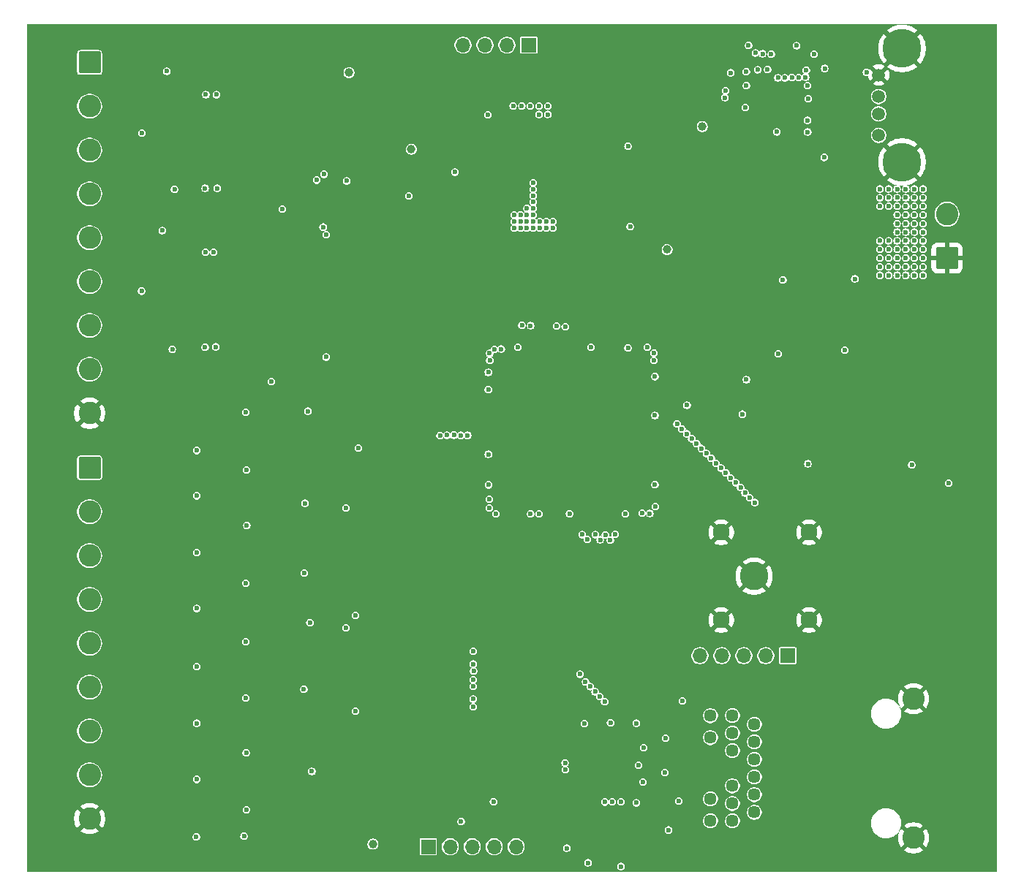
<source format=gbr>
%TF.GenerationSoftware,KiCad,Pcbnew,9.0.0*%
%TF.CreationDate,2025-06-18T17:59:25+02:00*%
%TF.ProjectId,Nanopipets,4e616e6f-7069-4706-9574-732e6b696361,rev?*%
%TF.SameCoordinates,Original*%
%TF.FileFunction,Copper,L2,Inr*%
%TF.FilePolarity,Positive*%
%FSLAX46Y46*%
G04 Gerber Fmt 4.6, Leading zero omitted, Abs format (unit mm)*
G04 Created by KiCad (PCBNEW 9.0.0) date 2025-06-18 17:59:25*
%MOMM*%
%LPD*%
G01*
G04 APERTURE LIST*
G04 Aperture macros list*
%AMRoundRect*
0 Rectangle with rounded corners*
0 $1 Rounding radius*
0 $2 $3 $4 $5 $6 $7 $8 $9 X,Y pos of 4 corners*
0 Add a 4 corners polygon primitive as box body*
4,1,4,$2,$3,$4,$5,$6,$7,$8,$9,$2,$3,0*
0 Add four circle primitives for the rounded corners*
1,1,$1+$1,$2,$3*
1,1,$1+$1,$4,$5*
1,1,$1+$1,$6,$7*
1,1,$1+$1,$8,$9*
0 Add four rect primitives between the rounded corners*
20,1,$1+$1,$2,$3,$4,$5,0*
20,1,$1+$1,$4,$5,$6,$7,0*
20,1,$1+$1,$6,$7,$8,$9,0*
20,1,$1+$1,$8,$9,$2,$3,0*%
G04 Aperture macros list end*
%TA.AperFunction,ComponentPad*%
%ADD10R,1.700000X1.700000*%
%TD*%
%TA.AperFunction,ComponentPad*%
%ADD11O,1.700000X1.700000*%
%TD*%
%TA.AperFunction,ComponentPad*%
%ADD12RoundRect,0.250000X-1.050000X1.050000X-1.050000X-1.050000X1.050000X-1.050000X1.050000X1.050000X0*%
%TD*%
%TA.AperFunction,ComponentPad*%
%ADD13C,2.600000*%
%TD*%
%TA.AperFunction,ComponentPad*%
%ADD14C,1.446000*%
%TD*%
%TA.AperFunction,ComponentPad*%
%ADD15RoundRect,0.250000X1.050000X-1.050000X1.050000X1.050000X-1.050000X1.050000X-1.050000X-1.050000X0*%
%TD*%
%TA.AperFunction,ComponentPad*%
%ADD16C,1.500000*%
%TD*%
%TA.AperFunction,ComponentPad*%
%ADD17C,4.500000*%
%TD*%
%TA.AperFunction,ComponentPad*%
%ADD18C,1.950000*%
%TD*%
%TA.AperFunction,ComponentPad*%
%ADD19C,3.300000*%
%TD*%
%TA.AperFunction,ViaPad*%
%ADD20C,0.600000*%
%TD*%
%TA.AperFunction,ViaPad*%
%ADD21C,1.000000*%
%TD*%
G04 APERTURE END LIST*
D10*
%TO.N,/Connectors/JTAG.EN*%
%TO.C,J3*%
X43720000Y-92970000D03*
D11*
%TO.N,/Connectors/JTAG.TMS*%
X46260000Y-92970000D03*
%TO.N,/Connectors/JTAG.TCK*%
X48799999Y-92970000D03*
%TO.N,/Connectors/JTAG.TDI*%
X51340000Y-92970000D03*
%TO.N,/Connectors/JTAG.TDO*%
X53880000Y-92970000D03*
%TD*%
D12*
%TO.N,/Connectors/IN1*%
%TO.C,J5*%
X4500000Y-49070000D03*
D13*
%TO.N,/Connectors/IN2*%
X4500000Y-54150000D03*
%TO.N,/Connectors/IN3*%
X4500000Y-59230000D03*
%TO.N,/Connectors/IN4*%
X4500000Y-64310000D03*
%TO.N,/Connectors/IN5*%
X4500000Y-69390000D03*
%TO.N,/Connectors/IN6*%
X4500000Y-74470000D03*
%TO.N,/Connectors/IN7*%
X4500000Y-79550000D03*
%TO.N,/Connectors/IN8*%
X4500000Y-84630000D03*
%TO.N,GND*%
X4500000Y-89710000D03*
%TD*%
D14*
%TO.N,Net-(T1-CD3)*%
%TO.C,T1*%
X81455000Y-78775000D03*
%TO.N,/Connectors/TD_M_C*%
X81455000Y-80815000D03*
%TO.N,/Connectors/TD_P_C*%
X81455000Y-82855000D03*
%TO.N,/Connectors/TD_P_B*%
X81455000Y-84895000D03*
%TO.N,/Connectors/TD_M_B*%
X81455000Y-86935000D03*
%TO.N,Net-(T1-CD2)*%
X81455000Y-88975000D03*
%TO.N,Net-(T1-CD4)*%
X78915000Y-77775000D03*
%TO.N,/Connectors/TD_P_D*%
X78915000Y-79795000D03*
%TO.N,/Connectors/TD_M_D*%
X78915000Y-81835000D03*
%TO.N,/Connectors/TD_M_A*%
X78915000Y-85915000D03*
%TO.N,/Connectors/TD_P_A*%
X78915000Y-87955000D03*
%TO.N,Net-(T1-CD1)*%
X78915000Y-89960000D03*
%TO.N,Net-(Q2-C)*%
X76375000Y-77785000D03*
%TO.N,Net-(R66-Pad2)*%
X76375000Y-80325000D03*
%TO.N,Net-(Q1-C)*%
X76375000Y-87425000D03*
%TO.N,Net-(R69-Pad2)*%
X76375000Y-89965000D03*
D13*
%TO.N,GND*%
X99875000Y-75810000D03*
X99875000Y-91940000D03*
%TD*%
D15*
%TO.N,GND*%
%TO.C,J7*%
X103741318Y-24760589D03*
D13*
%TO.N,+5V*%
X103741318Y-19680589D03*
%TD*%
D12*
%TO.N,/Connectors/OUT1*%
%TO.C,J4*%
X4500000Y-2100000D03*
D13*
%TO.N,/Connectors/OUT2*%
X4500000Y-7180000D03*
%TO.N,/Connectors/OUT3*%
X4500000Y-12260000D03*
%TO.N,/Connectors/OUT4*%
X4500000Y-17340000D03*
%TO.N,/Connectors/OUT5*%
X4500000Y-22420000D03*
%TO.N,/Connectors/OUT6*%
X4500000Y-27500000D03*
%TO.N,/Connectors/OUT7*%
X4500000Y-32580000D03*
%TO.N,/Connectors/OUT8*%
X4500000Y-37660000D03*
%TO.N,GND*%
X4500000Y-42740000D03*
%TD*%
D16*
%TO.N,Net-(J2-VBUS)*%
%TO.C,J2*%
X95841318Y-10560589D03*
%TO.N,/USB/D-*%
X95841318Y-8060589D03*
%TO.N,/USB/D+*%
X95841318Y-6060589D03*
%TO.N,GND*%
X95841318Y-3560589D03*
D17*
X98551318Y-13630589D03*
X98551318Y-490589D03*
%TD*%
D18*
%TO.N,GND*%
%TO.C,J6*%
X77625000Y-56545000D03*
X77625000Y-66705000D03*
X87785000Y-66705000D03*
X87785000Y-56545000D03*
D19*
X81425000Y-61625000D03*
%TD*%
D10*
%TO.N,/Connectors/CONFIG_SEL*%
%TO.C,J8*%
X55350000Y-100000D03*
D11*
%TO.N,/Connectors/NCONFIG*%
X52810000Y-100000D03*
%TO.N,/Connectors/NSTATUS*%
X50270001Y-100000D03*
%TO.N,/Connectors/CONF_DONE*%
X47730000Y-100000D03*
%TD*%
D10*
%TO.N,Net-(IC16-JTAG_TRSTN)*%
%TO.C,J1*%
X85310000Y-70831392D03*
D11*
%TO.N,Net-(IC16-JTAG_CLK)*%
X82770000Y-70831392D03*
%TO.N,Net-(IC16-JTAG_TDO)*%
X80230000Y-70831392D03*
%TO.N,Net-(IC16-JTAG_TMS)*%
X77690000Y-70831392D03*
%TO.N,Net-(IC16-JTAG_TDI)*%
X75150000Y-70831392D03*
%TD*%
D20*
%TO.N,+5V*%
X10512750Y-28593300D03*
X46800000Y-14800000D03*
X57524999Y-8125000D03*
X95981318Y-18760589D03*
X98981318Y-22760589D03*
X99981318Y-26760589D03*
X100981318Y-18760589D03*
X96981318Y-18760589D03*
X54524999Y-7125000D03*
D21*
X34525000Y-3275000D03*
D20*
X53524999Y-7125000D03*
X99981318Y-17760589D03*
X10575000Y-10275000D03*
X97981318Y-20760589D03*
X67074800Y-21140653D03*
X96981318Y-26760589D03*
X55524999Y-7125000D03*
X100981318Y-19760589D03*
X97981318Y-23760589D03*
X95981318Y-16760589D03*
X56524999Y-7125000D03*
X97981318Y-16760589D03*
X98981318Y-20760589D03*
X96981318Y-25760589D03*
X100981318Y-20760589D03*
X98981318Y-19760589D03*
X99981318Y-24760589D03*
X98981318Y-24760589D03*
X95981318Y-23760589D03*
X98981318Y-17760589D03*
X98981318Y-18760589D03*
X100981318Y-21760589D03*
X97981318Y-18760589D03*
X99981318Y-16760589D03*
X100981318Y-22760589D03*
X99981318Y-19760589D03*
X99675000Y-48725000D03*
X97981318Y-22760589D03*
X99981318Y-20760589D03*
X96981318Y-23760589D03*
X99981318Y-25760589D03*
X99981318Y-18760589D03*
X99981318Y-23760589D03*
X95981318Y-22760589D03*
X50624999Y-8150000D03*
X97981318Y-26760589D03*
X97981318Y-25760589D03*
D21*
X37300000Y-92650000D03*
D20*
X100981318Y-26760589D03*
X96981318Y-24760589D03*
X97981318Y-21760589D03*
X99981318Y-22760589D03*
X99981318Y-21760589D03*
X95981318Y-24760589D03*
X95981318Y-17760589D03*
X96981318Y-22760589D03*
X100981318Y-25760589D03*
X95981318Y-26760589D03*
X100981318Y-24760589D03*
X97981318Y-17760589D03*
X98981318Y-26760589D03*
X95981318Y-25760589D03*
X100981318Y-17760589D03*
X57524999Y-7125000D03*
X96981318Y-17760589D03*
X98981318Y-25760589D03*
X97981318Y-19760589D03*
X100981318Y-23760589D03*
X56524999Y-8125000D03*
X98981318Y-21760589D03*
X66825000Y-11825000D03*
X96981318Y-16760589D03*
X98981318Y-23760589D03*
X98981318Y-16760589D03*
X100981318Y-16760589D03*
X97981318Y-24760589D03*
%TO.N,GND*%
X32750000Y-77500000D03*
X41000000Y-36750000D03*
X41000000Y-80500000D03*
X41000000Y-51000000D03*
X41000000Y-83500000D03*
X38750000Y-80500000D03*
X32750000Y-66000000D03*
X55500000Y-59275000D03*
X33500000Y-7750000D03*
X41000000Y-24000000D03*
X33500000Y-250000D03*
X33500000Y1250000D03*
X41000000Y-39750000D03*
X55500000Y-60250000D03*
X55300000Y-80900000D03*
X74250000Y-85400000D03*
X41000000Y-90250000D03*
X32750000Y-80500000D03*
X33500000Y-3250000D03*
X39500000Y-80500000D03*
X37250000Y-80500000D03*
X41000000Y-88000000D03*
X41000000Y-47250000D03*
X41000000Y-45750000D03*
X40995956Y-27735860D03*
X41000000Y-32250000D03*
X41000000Y-35250000D03*
X33500000Y-12250000D03*
X41000000Y-89500000D03*
X32782438Y-69750000D03*
X38000000Y-51000000D03*
X41000000Y-88750000D03*
X41000000Y-81250000D03*
X33500000Y-5500000D03*
X33500000Y-8500000D03*
X38750000Y-51000000D03*
X33500000Y-1750000D03*
X41000000Y-22500000D03*
X41000000Y-37500000D03*
X40994051Y-23233733D03*
X37250000Y-22500000D03*
X41000000Y-94750000D03*
X40250000Y-22500000D03*
X36500000Y-51000000D03*
X33500000Y-9250000D03*
X41000000Y-43500000D03*
X60000000Y-60250000D03*
X34750000Y-51000000D03*
X35750000Y-80500000D03*
X41000000Y-33000000D03*
X32500000Y-60250000D03*
X41000000Y-33750000D03*
X44250000Y-53500000D03*
X35000000Y-80500000D03*
X33500000Y-6250000D03*
X41000000Y-86500000D03*
X33250000Y-51000000D03*
X32750000Y-66750000D03*
X41000000Y-24750000D03*
X33500000Y-13750000D03*
X32750000Y-79000000D03*
X44250000Y-52750000D03*
X34000000Y-51000000D03*
X41000000Y-50250000D03*
X32500000Y-51000000D03*
X41000000Y-85000000D03*
X41000000Y-31500000D03*
X41000000Y-45000000D03*
X36500000Y-80500000D03*
X33500000Y-10750000D03*
X32750000Y-67500000D03*
X33500000Y-22500000D03*
X38750000Y-22500000D03*
X41000000Y-95500000D03*
X32500000Y-54000000D03*
X32750000Y-63000000D03*
X32750000Y-76750000D03*
X41000000Y-82750000D03*
X32750000Y-78250000D03*
X41000000Y-85750000D03*
X56750000Y-60250000D03*
X33500000Y-10000000D03*
X36500000Y-22500000D03*
X56750000Y-59275000D03*
X41000000Y-28500000D03*
X33500000Y-11500000D03*
X41000000Y-27000000D03*
X32750000Y-64500000D03*
X41000000Y-25500000D03*
X55500000Y-61250000D03*
X38000000Y-80500000D03*
X32500000Y-55500000D03*
X41000000Y-94000000D03*
X41000000Y-92500000D03*
X34250000Y-80500000D03*
X32500000Y-52500000D03*
X41000000Y-42000000D03*
X33500000Y500000D03*
X33500000Y-4000000D03*
X40999999Y-34461442D03*
X33500000Y-21000000D03*
X40250000Y-80500000D03*
X41000000Y-93250000D03*
X32500000Y-53250000D03*
X41000000Y-40500000D03*
X41000000Y-26250000D03*
X40250000Y-51000000D03*
X55300000Y-79925000D03*
X60000000Y-59275000D03*
X32750000Y-76000000D03*
X41000000Y-44250000D03*
X32750000Y-63750000D03*
X41000000Y-38250000D03*
X38000000Y-22500000D03*
X32750000Y-65250000D03*
X41000000Y-49500000D03*
X55300000Y-81900000D03*
X33500000Y-2500000D03*
X41000000Y-30750000D03*
X37250000Y-51000000D03*
X33500000Y-13000000D03*
X32750000Y-72160000D03*
X33500000Y-4750000D03*
X56750000Y-61250000D03*
X41000000Y-30000000D03*
X41000000Y-41250000D03*
X41000000Y-48750000D03*
X33500000Y-1000000D03*
X33500000Y-21750000D03*
X33500000Y-80500000D03*
X41000000Y-87250000D03*
X41000000Y-82000000D03*
X35000000Y-22500000D03*
X32500000Y-58500000D03*
X41000000Y-29250000D03*
X41000000Y-36000000D03*
X32750000Y-73980000D03*
X41000000Y-91000000D03*
X39500000Y-22500000D03*
X33500000Y-7000000D03*
X35750000Y-22500000D03*
X33500000Y-14500000D03*
X41000000Y-46500000D03*
X41000000Y-42750000D03*
X33500000Y-15250000D03*
X32750000Y-79750000D03*
X32500000Y-54750000D03*
X41000000Y-91750000D03*
X32750000Y-68250000D03*
X33500000Y2000000D03*
X32750000Y-69000000D03*
X41000000Y-39000000D03*
X60000000Y-61250000D03*
X41000000Y-48000000D03*
X39500000Y-51000000D03*
X41000000Y-84250000D03*
X44250000Y-52000000D03*
X32500000Y-51750000D03*
%TO.N,+3.3VD*%
X51546767Y-54396624D03*
X55124999Y-20525000D03*
X57374999Y-20525000D03*
X57374999Y-21275000D03*
X50656593Y-47500024D03*
X69800000Y-35750000D03*
X80523800Y-38850000D03*
X55874999Y-21275000D03*
X69053282Y-35103325D03*
X51250000Y-87750000D03*
X80050000Y-42850000D03*
X56624999Y-20525000D03*
X55874999Y-17525000D03*
X69943368Y-38500057D03*
X54049930Y-35106644D03*
X69943407Y-42999981D03*
X55124999Y-19025000D03*
X55124999Y-21275000D03*
X50800000Y-35800000D03*
X47500000Y-90050000D03*
X51350000Y-35325000D03*
X50695911Y-51033228D03*
X53625000Y-20525000D03*
X53625000Y-19775000D03*
X69943410Y-50999983D03*
X50656583Y-40000012D03*
X50750000Y-53725003D03*
X69350000Y-54350000D03*
X55874999Y-16775000D03*
X69977185Y-53531403D03*
X54374999Y-19775000D03*
X58124999Y-20525000D03*
X55124999Y-19775000D03*
X66524999Y-54375000D03*
X62549929Y-35106640D03*
X55874999Y-19025000D03*
X53624999Y-21275001D03*
X56624999Y-21275000D03*
X54391093Y-20508330D03*
X54374999Y-21275000D03*
X55874999Y-20525000D03*
X55874999Y-18275000D03*
X66824999Y-35175000D03*
X55874999Y-19775000D03*
X58124999Y-21275000D03*
X56549983Y-54393410D03*
X55874999Y-16025000D03*
%TO.N,+3.3VCCA*%
X52150000Y-35300000D03*
X68456871Y-54321526D03*
X50656611Y-37999961D03*
X50826001Y-36599580D03*
X50771058Y-52700000D03*
X69811043Y-36611409D03*
D21*
X71350000Y-23775000D03*
D20*
%TO.N,+1.8VD*%
X67799030Y-87875044D03*
X61270000Y-72970000D03*
X60050051Y-54393376D03*
X91925000Y-35425000D03*
X59536687Y-83238533D03*
X65993965Y-87756468D03*
X87600000Y-4800000D03*
X84225000Y-35825000D03*
X64798816Y-78587981D03*
X80525000Y-4800000D03*
X64156088Y-87776883D03*
X71498815Y-91023815D03*
X55550052Y-54393376D03*
X73657500Y-41817500D03*
X93075000Y-27175000D03*
X62175000Y-94825000D03*
X87627307Y-10163779D03*
X67800000Y-78650000D03*
%TO.N,+3.3VA_ADC*%
X30225000Y-84225000D03*
X22575000Y-42625000D03*
X22600000Y-62425000D03*
X30000000Y-67000000D03*
X22600000Y-75725000D03*
X22650000Y-88675000D03*
X22650000Y-49325000D03*
X22700000Y-55725000D03*
X31875000Y-36225000D03*
X26825000Y-19075000D03*
X29446896Y-53175000D03*
X22625000Y-82075000D03*
X22600000Y-69225000D03*
X22375000Y-91750000D03*
X29750000Y-42500000D03*
%TO.N,+2.5V_ETH*%
X103925000Y-50825000D03*
X68625000Y-81475000D03*
X73125000Y-76075000D03*
X72675000Y-87650000D03*
X68575000Y-85475000D03*
%TO.N,2.5V_REF*%
X35275000Y-77250000D03*
X35275000Y-66150000D03*
X25550000Y-39075000D03*
X34250000Y-15825000D03*
X35600000Y-46750000D03*
D21*
%TO.N,+3.3VD_ADC*%
X41750000Y-12150000D03*
D20*
X34175000Y-53700000D03*
X41450000Y-17550000D03*
X34175000Y-67575000D03*
%TO.N,+1.1V_ETH*%
X87650000Y-48600000D03*
X68048800Y-83500000D03*
X65000000Y-87725000D03*
X59550227Y-84038421D03*
X61800000Y-78700000D03*
%TO.N,+3.3V_USB*%
X89525000Y-13100000D03*
X94428682Y-3265411D03*
X86350000Y-150000D03*
X87600000Y-8800000D03*
X80400000Y-7300000D03*
X84066092Y-10142406D03*
X80775000Y-125000D03*
X87700000Y-6300000D03*
X84750000Y-27300000D03*
D21*
X75425000Y-9525000D03*
D20*
%TO.N,/ADC2/ADC2.SDI*%
X63601200Y-57407408D03*
X48900000Y-73609997D03*
%TO.N,/ADC2/ADC2.CS*%
X48900000Y-76750000D03*
X65355800Y-56756386D03*
%TO.N,/ADC2/ADC2.SDOB*%
X64203400Y-56834868D03*
X48900000Y-74350000D03*
%TO.N,/ADC2/ADC2.SDOA*%
X48900000Y-75850000D03*
X64779600Y-57430944D03*
%TO.N,/ADC2/ADC2.SDOD*%
X48900000Y-70300000D03*
X61525000Y-56800000D03*
%TO.N,/ADC2/ADC2.SCLK*%
X63050000Y-56800000D03*
X48950000Y-72600000D03*
%TO.N,/ADC2/ADC2.SDOC*%
X48900000Y-71800000D03*
X62101200Y-57375000D03*
%TO.N,/Connectors/OUT1*%
X19175000Y-5825000D03*
%TO.N,/Connectors/OUT2*%
X17950000Y-5825000D03*
%TO.N,/FPGA/USB.OE#*%
X73631374Y-45131374D03*
X78700000Y-3300000D03*
%TO.N,/Connectors/JTAG.TCK*%
X46670244Y-45275859D03*
%TO.N,/FPGA/USB.D2*%
X80362699Y-51971248D03*
X87457957Y-3017945D03*
%TO.N,/FPGA/USB.TXD*%
X72500000Y-44000000D03*
X78100000Y-5375000D03*
%TO.N,/FPGA/USB.D0*%
X89600000Y-2800000D03*
X81508563Y-53087945D03*
%TO.N,/Connectors/NSTATUS*%
X55550000Y-32600000D03*
%TO.N,/Connectors/JTAG.TDI*%
X47469803Y-45302511D03*
%TO.N,/FPGA/USB.SWIUA*%
X74762748Y-46262748D03*
X81565000Y-1008254D03*
%TO.N,/FPGA/USB.D7*%
X84175000Y-3884587D03*
X77591576Y-49090735D03*
%TO.N,/Connectors/JTAG.TMS*%
X45870280Y-45283679D03*
%TO.N,/FPGA/USB.D4*%
X86581613Y-3851573D03*
X79288108Y-50788326D03*
%TO.N,/FPGA/USB.RXD*%
X73065687Y-44565687D03*
X78050000Y-6175000D03*
%TO.N,/Connectors/CONF_DONE*%
X54550000Y-32550000D03*
%TO.N,/FPGA/USB.D1*%
X80935600Y-52529628D03*
X88350000Y-1125000D03*
%TO.N,/FPGA/USB.D6*%
X78156681Y-49657004D03*
X84982437Y-3877153D03*
%TO.N,/Connectors/CONFIG_SEL*%
X59550000Y-32700000D03*
%TO.N,/FPGA/USB.RD#*%
X82400000Y-1100000D03*
X75894122Y-47394122D03*
%TO.N,/FPGA/USB.D5*%
X78722635Y-50222425D03*
X85781667Y-3842012D03*
%TO.N,/FPGA/USB.D3*%
X87380742Y-3814212D03*
X79853993Y-51353816D03*
%TO.N,/DAC/OUT7*%
X14075000Y-35325000D03*
X31900000Y-22050000D03*
%TO.N,/FPGA/USB.WR#*%
X81825000Y-2950000D03*
X75328435Y-46828435D03*
%TO.N,/DAC/OUT6*%
X31525000Y-21175000D03*
X12900000Y-21575000D03*
%TO.N,/DAC/OUT3*%
X30775000Y-15725000D03*
X14325000Y-16800000D03*
%TO.N,/Connectors/JTAG.TDO*%
X48269806Y-45302511D03*
%TO.N,/FPGA/USB.RXF#*%
X77023284Y-48527665D03*
X83400000Y-1125000D03*
%TO.N,/DAC/OUT2*%
X13450000Y-3125000D03*
X31625000Y-15050000D03*
%TO.N,/FPGA/USB.TXE#*%
X82978399Y-2935436D03*
X76462112Y-47957498D03*
%TO.N,/FPGA/USB.CLKOUT*%
X74197061Y-45697061D03*
X80515032Y-3161907D03*
%TO.N,/Connectors/JTAG.EN*%
X45071016Y-45318049D03*
%TO.N,/Connectors/NCONFIG*%
X58550000Y-32650000D03*
%TO.N,/Connectors/TD_M_B*%
X71098800Y-84381392D03*
%TO.N,/Connectors/TD_M_D*%
X71178183Y-80405192D03*
%TO.N,Net-(Q1-C)*%
X59725000Y-93137500D03*
%TO.N,Net-(Q2-C)*%
X66025000Y-95250000D03*
%TO.N,+1.25V_VCOM*%
X16900000Y-47050000D03*
X16850000Y-91800000D03*
X29325000Y-61250000D03*
X16900000Y-65350000D03*
X16900000Y-72100000D03*
X16900000Y-52300000D03*
X29300000Y-74725000D03*
X16900000Y-58900000D03*
X16900000Y-78650000D03*
X16900000Y-85150000D03*
%TO.N,/Connectors/OUT3*%
X17875000Y-16675000D03*
%TO.N,/Connectors/OUT5*%
X18825000Y-24100000D03*
%TO.N,/Connectors/OUT7*%
X17875000Y-35075000D03*
%TO.N,/Connectors/OUT4*%
X19275000Y-16675000D03*
%TO.N,/Connectors/OUT6*%
X17925000Y-24075000D03*
%TO.N,/Connectors/OUT8*%
X19100000Y-35050000D03*
%TO.N,Net-(IC16-JTAG_CLK)*%
X63577934Y-75561152D03*
%TO.N,Net-(IC16-JTAG_TMS)*%
X62476028Y-74402022D03*
%TO.N,Net-(IC16-JTAG_TDI)*%
X61903080Y-73843690D03*
%TO.N,Net-(IC16-JTAG_TDO)*%
X63009833Y-74997888D03*
%TO.N,Net-(IC16-JTAG_TRSTN)*%
X64118492Y-76150899D03*
%TD*%
%TA.AperFunction,Conductor*%
%TO.N,GND*%
G36*
X109521132Y2346132D02*
G01*
X109524500Y2338000D01*
X109524500Y-95888000D01*
X109521132Y-95896132D01*
X109513000Y-95899500D01*
X-2738000Y-95899500D01*
X-2746132Y-95896132D01*
X-2749500Y-95888000D01*
X-2749500Y-94767007D01*
X61734500Y-94767007D01*
X61734500Y-94882992D01*
X61764517Y-94995021D01*
X61764521Y-94995031D01*
X61813565Y-95079978D01*
X61822512Y-95095473D01*
X61904527Y-95177488D01*
X62004973Y-95235481D01*
X62117007Y-95265500D01*
X62232993Y-95265500D01*
X62345027Y-95235481D01*
X62420326Y-95192007D01*
X65584500Y-95192007D01*
X65584500Y-95307993D01*
X65614519Y-95420027D01*
X65672512Y-95520473D01*
X65754527Y-95602488D01*
X65854973Y-95660481D01*
X65967007Y-95690500D01*
X66082993Y-95690500D01*
X66195027Y-95660481D01*
X66295473Y-95602488D01*
X66377488Y-95520473D01*
X66435481Y-95420027D01*
X66465500Y-95307993D01*
X66465500Y-95192007D01*
X66435481Y-95079973D01*
X66377488Y-94979527D01*
X66295473Y-94897512D01*
X66295472Y-94897511D01*
X66195031Y-94839521D01*
X66195029Y-94839520D01*
X66195027Y-94839519D01*
X66195023Y-94839518D01*
X66195021Y-94839517D01*
X66082993Y-94809500D01*
X65967007Y-94809500D01*
X65854978Y-94839517D01*
X65854968Y-94839521D01*
X65754527Y-94897511D01*
X65672511Y-94979527D01*
X65614521Y-95079968D01*
X65614517Y-95079978D01*
X65588390Y-95177488D01*
X65584500Y-95192007D01*
X62420326Y-95192007D01*
X62445473Y-95177488D01*
X62527488Y-95095473D01*
X62585481Y-94995027D01*
X62615500Y-94882993D01*
X62615500Y-94767007D01*
X62585481Y-94654973D01*
X62527488Y-94554527D01*
X62445473Y-94472512D01*
X62445472Y-94472511D01*
X62345031Y-94414521D01*
X62345029Y-94414520D01*
X62345027Y-94414519D01*
X62345023Y-94414518D01*
X62345021Y-94414517D01*
X62232993Y-94384500D01*
X62117007Y-94384500D01*
X62004978Y-94414517D01*
X62004968Y-94414521D01*
X61904527Y-94472511D01*
X61822511Y-94554527D01*
X61764521Y-94654968D01*
X61764517Y-94654978D01*
X61734500Y-94767007D01*
X-2749500Y-94767007D01*
X-2749500Y-92586916D01*
X36659500Y-92586916D01*
X36659500Y-92713084D01*
X36662272Y-92727019D01*
X36684112Y-92836821D01*
X36684113Y-92836826D01*
X36732397Y-92953392D01*
X36741806Y-92967473D01*
X36802491Y-93058295D01*
X36891705Y-93147509D01*
X36996610Y-93217604D01*
X37113173Y-93265886D01*
X37236916Y-93290500D01*
X37236917Y-93290500D01*
X37363083Y-93290500D01*
X37363084Y-93290500D01*
X37486827Y-93265886D01*
X37603390Y-93217604D01*
X37708295Y-93147509D01*
X37797509Y-93058295D01*
X37867604Y-92953390D01*
X37915886Y-92836827D01*
X37940500Y-92713084D01*
X37940500Y-92586916D01*
X37915886Y-92463173D01*
X37867604Y-92346610D01*
X37797509Y-92241705D01*
X37708295Y-92152491D01*
X37652356Y-92115114D01*
X37638954Y-92106159D01*
X42729500Y-92106159D01*
X42729500Y-93833839D01*
X42732271Y-93847770D01*
X42737651Y-93874821D01*
X42737652Y-93874822D01*
X42768703Y-93921293D01*
X42768706Y-93921296D01*
X42770414Y-93922437D01*
X42815179Y-93952349D01*
X42856159Y-93960500D01*
X44583840Y-93960499D01*
X44624821Y-93952349D01*
X44671295Y-93921295D01*
X44702349Y-93874821D01*
X44710500Y-93833841D01*
X44710499Y-92872444D01*
X45269500Y-92872444D01*
X45269500Y-93067555D01*
X45307562Y-93258912D01*
X45307563Y-93258917D01*
X45327696Y-93307521D01*
X45369304Y-93407973D01*
X45382231Y-93439180D01*
X45474988Y-93578000D01*
X45490628Y-93601407D01*
X45628593Y-93739372D01*
X45790822Y-93847770D01*
X45971082Y-93922436D01*
X46162444Y-93960500D01*
X46162445Y-93960500D01*
X46357555Y-93960500D01*
X46357556Y-93960500D01*
X46548918Y-93922436D01*
X46729178Y-93847770D01*
X46891407Y-93739372D01*
X47029372Y-93601407D01*
X47137770Y-93439178D01*
X47212436Y-93258918D01*
X47250500Y-93067556D01*
X47250500Y-92872444D01*
X47809499Y-92872444D01*
X47809499Y-93067555D01*
X47847561Y-93258912D01*
X47847562Y-93258917D01*
X47867695Y-93307521D01*
X47909303Y-93407973D01*
X47922230Y-93439180D01*
X48014987Y-93578000D01*
X48030627Y-93601407D01*
X48168592Y-93739372D01*
X48330821Y-93847770D01*
X48511081Y-93922436D01*
X48702443Y-93960500D01*
X48702444Y-93960500D01*
X48897554Y-93960500D01*
X48897555Y-93960500D01*
X49088917Y-93922436D01*
X49269177Y-93847770D01*
X49431406Y-93739372D01*
X49569371Y-93601407D01*
X49677769Y-93439178D01*
X49752435Y-93258918D01*
X49790499Y-93067556D01*
X49790499Y-92872444D01*
X50349500Y-92872444D01*
X50349500Y-93067555D01*
X50387562Y-93258912D01*
X50387563Y-93258917D01*
X50407696Y-93307521D01*
X50449304Y-93407973D01*
X50462231Y-93439180D01*
X50554988Y-93578000D01*
X50570628Y-93601407D01*
X50708593Y-93739372D01*
X50870822Y-93847770D01*
X51051082Y-93922436D01*
X51242444Y-93960500D01*
X51242445Y-93960500D01*
X51437555Y-93960500D01*
X51437556Y-93960500D01*
X51628918Y-93922436D01*
X51809178Y-93847770D01*
X51971407Y-93739372D01*
X52109372Y-93601407D01*
X52217770Y-93439178D01*
X52292436Y-93258918D01*
X52330500Y-93067556D01*
X52330500Y-92872444D01*
X52889500Y-92872444D01*
X52889500Y-93067555D01*
X52927562Y-93258912D01*
X52927563Y-93258917D01*
X52947696Y-93307521D01*
X52989304Y-93407973D01*
X53002231Y-93439180D01*
X53094988Y-93578000D01*
X53110628Y-93601407D01*
X53248593Y-93739372D01*
X53410822Y-93847770D01*
X53591082Y-93922436D01*
X53782444Y-93960500D01*
X53782445Y-93960500D01*
X53977555Y-93960500D01*
X53977556Y-93960500D01*
X54168918Y-93922436D01*
X54349178Y-93847770D01*
X54511407Y-93739372D01*
X54649372Y-93601407D01*
X54757770Y-93439178D01*
X54832436Y-93258918D01*
X54868123Y-93079507D01*
X59284500Y-93079507D01*
X59284500Y-93195492D01*
X59314517Y-93307521D01*
X59314521Y-93307531D01*
X59348902Y-93367081D01*
X59372512Y-93407973D01*
X59454527Y-93489988D01*
X59554973Y-93547981D01*
X59667007Y-93578000D01*
X59782993Y-93578000D01*
X59895027Y-93547981D01*
X59995473Y-93489988D01*
X60077488Y-93407973D01*
X60135481Y-93307527D01*
X60165500Y-93195493D01*
X60165500Y-93079507D01*
X60135481Y-92967473D01*
X60077488Y-92867027D01*
X59995473Y-92785012D01*
X59995472Y-92785011D01*
X59895031Y-92727021D01*
X59895029Y-92727020D01*
X59895027Y-92727019D01*
X59895023Y-92727018D01*
X59895021Y-92727017D01*
X59782993Y-92697000D01*
X59667007Y-92697000D01*
X59554978Y-92727017D01*
X59554968Y-92727021D01*
X59454527Y-92785011D01*
X59372511Y-92867027D01*
X59314521Y-92967468D01*
X59314517Y-92967478D01*
X59284500Y-93079507D01*
X54868123Y-93079507D01*
X54870500Y-93067556D01*
X54870500Y-92872444D01*
X54832436Y-92681082D01*
X54757770Y-92500822D01*
X54649372Y-92338593D01*
X54511407Y-92200628D01*
X54511403Y-92200625D01*
X54349180Y-92092231D01*
X54325436Y-92082396D01*
X54296652Y-92070473D01*
X54168917Y-92017563D01*
X54168912Y-92017562D01*
X54015411Y-91987029D01*
X53977556Y-91979500D01*
X53782444Y-91979500D01*
X53750840Y-91985786D01*
X53591087Y-92017562D01*
X53591082Y-92017563D01*
X53410819Y-92092231D01*
X53248596Y-92200625D01*
X53110625Y-92338596D01*
X53002231Y-92500819D01*
X52927563Y-92681082D01*
X52927562Y-92681087D01*
X52889500Y-92872444D01*
X52330500Y-92872444D01*
X52292436Y-92681082D01*
X52217770Y-92500822D01*
X52109372Y-92338593D01*
X51971407Y-92200628D01*
X51971403Y-92200625D01*
X51809180Y-92092231D01*
X51785436Y-92082396D01*
X51756652Y-92070473D01*
X51628917Y-92017563D01*
X51628912Y-92017562D01*
X51475411Y-91987029D01*
X51437556Y-91979500D01*
X51242444Y-91979500D01*
X51210840Y-91985786D01*
X51051087Y-92017562D01*
X51051082Y-92017563D01*
X50870819Y-92092231D01*
X50708596Y-92200625D01*
X50570625Y-92338596D01*
X50462231Y-92500819D01*
X50387563Y-92681082D01*
X50387562Y-92681087D01*
X50349500Y-92872444D01*
X49790499Y-92872444D01*
X49752435Y-92681082D01*
X49677769Y-92500822D01*
X49569371Y-92338593D01*
X49431406Y-92200628D01*
X49431402Y-92200625D01*
X49269179Y-92092231D01*
X49245435Y-92082396D01*
X49216651Y-92070473D01*
X49088916Y-92017563D01*
X49088911Y-92017562D01*
X48935410Y-91987029D01*
X48897555Y-91979500D01*
X48702443Y-91979500D01*
X48670839Y-91985786D01*
X48511086Y-92017562D01*
X48511081Y-92017563D01*
X48330818Y-92092231D01*
X48168595Y-92200625D01*
X48030624Y-92338596D01*
X47922230Y-92500819D01*
X47847562Y-92681082D01*
X47847561Y-92681087D01*
X47809499Y-92872444D01*
X47250500Y-92872444D01*
X47212436Y-92681082D01*
X47137770Y-92500822D01*
X47029372Y-92338593D01*
X46891407Y-92200628D01*
X46891403Y-92200625D01*
X46729180Y-92092231D01*
X46705436Y-92082396D01*
X46676652Y-92070473D01*
X46548917Y-92017563D01*
X46548912Y-92017562D01*
X46395411Y-91987029D01*
X46357556Y-91979500D01*
X46162444Y-91979500D01*
X46130840Y-91985786D01*
X45971087Y-92017562D01*
X45971082Y-92017563D01*
X45790819Y-92092231D01*
X45628596Y-92200625D01*
X45490625Y-92338596D01*
X45382231Y-92500819D01*
X45307563Y-92681082D01*
X45307562Y-92681087D01*
X45269500Y-92872444D01*
X44710499Y-92872444D01*
X44710499Y-92106160D01*
X44702349Y-92065179D01*
X44681590Y-92034112D01*
X44671296Y-92018706D01*
X44671293Y-92018703D01*
X44624822Y-91987652D01*
X44624823Y-91987652D01*
X44624821Y-91987651D01*
X44624818Y-91987650D01*
X44624817Y-91987650D01*
X44604049Y-91983519D01*
X44583841Y-91979500D01*
X44583840Y-91979500D01*
X42856160Y-91979500D01*
X42815182Y-91987650D01*
X42815177Y-91987652D01*
X42768706Y-92018703D01*
X42768703Y-92018706D01*
X42737652Y-92065177D01*
X42737650Y-92065182D01*
X42729500Y-92106159D01*
X37638954Y-92106159D01*
X37603392Y-92082397D01*
X37486826Y-92034113D01*
X37486821Y-92034112D01*
X37387562Y-92014369D01*
X37363084Y-92009500D01*
X37236916Y-92009500D01*
X37216480Y-92013564D01*
X37113178Y-92034112D01*
X37113173Y-92034113D01*
X36996607Y-92082397D01*
X36891708Y-92152488D01*
X36802488Y-92241708D01*
X36732397Y-92346607D01*
X36684113Y-92463173D01*
X36684112Y-92463178D01*
X36666893Y-92549749D01*
X36659500Y-92586916D01*
X-2749500Y-92586916D01*
X-2749500Y-91742007D01*
X16409500Y-91742007D01*
X16409500Y-91857992D01*
X16439517Y-91970021D01*
X16439521Y-91970031D01*
X16490298Y-92057979D01*
X16497512Y-92070473D01*
X16579527Y-92152488D01*
X16679973Y-92210481D01*
X16792007Y-92240500D01*
X16907993Y-92240500D01*
X17020027Y-92210481D01*
X17120473Y-92152488D01*
X17202488Y-92070473D01*
X17260481Y-91970027D01*
X17290500Y-91857993D01*
X17290500Y-91742007D01*
X17277103Y-91692007D01*
X21934500Y-91692007D01*
X21934500Y-91807993D01*
X21938260Y-91822025D01*
X21964517Y-91920021D01*
X21964521Y-91920031D01*
X22021491Y-92018706D01*
X22022512Y-92020473D01*
X22104527Y-92102488D01*
X22204973Y-92160481D01*
X22317007Y-92190500D01*
X22432993Y-92190500D01*
X22545027Y-92160481D01*
X22645473Y-92102488D01*
X22727488Y-92020473D01*
X22785481Y-91920027D01*
X22815500Y-91807993D01*
X22815500Y-91692007D01*
X22785481Y-91579973D01*
X22727488Y-91479527D01*
X22645473Y-91397512D01*
X22645472Y-91397511D01*
X22545031Y-91339521D01*
X22545029Y-91339520D01*
X22545027Y-91339519D01*
X22545023Y-91339518D01*
X22545021Y-91339517D01*
X22432993Y-91309500D01*
X22317007Y-91309500D01*
X22204978Y-91339517D01*
X22204968Y-91339521D01*
X22104527Y-91397511D01*
X22022511Y-91479527D01*
X21964521Y-91579968D01*
X21964517Y-91579978D01*
X21951120Y-91629978D01*
X21934500Y-91692007D01*
X17277103Y-91692007D01*
X17260481Y-91629973D01*
X17202488Y-91529527D01*
X17120473Y-91447512D01*
X17120472Y-91447511D01*
X17020031Y-91389521D01*
X17020029Y-91389520D01*
X17020027Y-91389519D01*
X17020023Y-91389518D01*
X17020021Y-91389517D01*
X16907993Y-91359500D01*
X16792007Y-91359500D01*
X16679978Y-91389517D01*
X16679968Y-91389521D01*
X16579527Y-91447511D01*
X16497511Y-91529527D01*
X16439521Y-91629968D01*
X16439517Y-91629978D01*
X16409500Y-91742007D01*
X-2749500Y-91742007D01*
X-2749500Y-89592020D01*
X2700000Y-89592020D01*
X2700000Y-89827979D01*
X2730801Y-90061927D01*
X2730801Y-90061928D01*
X2791867Y-90289826D01*
X2791867Y-90289827D01*
X2882166Y-90507831D01*
X3000141Y-90712168D01*
X3062720Y-90793724D01*
X3898957Y-89957486D01*
X3923978Y-90017890D01*
X3995112Y-90124351D01*
X4085649Y-90214888D01*
X4192110Y-90286022D01*
X4252510Y-90311041D01*
X3416274Y-91147278D01*
X3497831Y-91209858D01*
X3702168Y-91327833D01*
X3920172Y-91418132D01*
X4148072Y-91479198D01*
X4382020Y-91509999D01*
X4382026Y-91510000D01*
X4617974Y-91510000D01*
X4617979Y-91509999D01*
X4851927Y-91479198D01*
X4851928Y-91479198D01*
X5079826Y-91418132D01*
X5079827Y-91418132D01*
X5297831Y-91327833D01*
X5502168Y-91209858D01*
X5583724Y-91147278D01*
X5402268Y-90965822D01*
X71058315Y-90965822D01*
X71058315Y-91081807D01*
X71086009Y-91185167D01*
X71088334Y-91193842D01*
X71146327Y-91294288D01*
X71228342Y-91376303D01*
X71328788Y-91434296D01*
X71440822Y-91464315D01*
X71556808Y-91464315D01*
X71668842Y-91434296D01*
X71769288Y-91376303D01*
X71851303Y-91294288D01*
X71909296Y-91193842D01*
X71939315Y-91081808D01*
X71939315Y-90965822D01*
X71909296Y-90853788D01*
X71851303Y-90753342D01*
X71769288Y-90671327D01*
X71769287Y-90671326D01*
X71668846Y-90613336D01*
X71668844Y-90613335D01*
X71668842Y-90613334D01*
X71668838Y-90613333D01*
X71668836Y-90613332D01*
X71556808Y-90583315D01*
X71440822Y-90583315D01*
X71328793Y-90613332D01*
X71328783Y-90613336D01*
X71228342Y-90671326D01*
X71146326Y-90753342D01*
X71088336Y-90853783D01*
X71088332Y-90853793D01*
X71058315Y-90965822D01*
X5402268Y-90965822D01*
X4747487Y-90311041D01*
X4807890Y-90286022D01*
X4914351Y-90214888D01*
X5004888Y-90124351D01*
X5076022Y-90017890D01*
X5101041Y-89957487D01*
X5937278Y-90793724D01*
X5999858Y-90712168D01*
X6117833Y-90507831D01*
X6208132Y-90289827D01*
X6208132Y-90289826D01*
X6269198Y-90061928D01*
X6269198Y-90061927D01*
X6278404Y-89992007D01*
X47059500Y-89992007D01*
X47059500Y-90107992D01*
X47089517Y-90220021D01*
X47089521Y-90220031D01*
X47129817Y-90289826D01*
X47147512Y-90320473D01*
X47229527Y-90402488D01*
X47329973Y-90460481D01*
X47442007Y-90490500D01*
X47557993Y-90490500D01*
X47670027Y-90460481D01*
X47770473Y-90402488D01*
X47852488Y-90320473D01*
X47910481Y-90220027D01*
X47940500Y-90107993D01*
X47940500Y-89992007D01*
X47939896Y-89989752D01*
X47911122Y-89882364D01*
X47910482Y-89879978D01*
X47910481Y-89879973D01*
X47910469Y-89879953D01*
X75511500Y-89879953D01*
X75511500Y-90050047D01*
X75523479Y-90110269D01*
X75544683Y-90216870D01*
X75544683Y-90216873D01*
X75609777Y-90374023D01*
X75700932Y-90510445D01*
X75704276Y-90515449D01*
X75824551Y-90635724D01*
X75965979Y-90730224D01*
X76123126Y-90795316D01*
X76289953Y-90828500D01*
X76289955Y-90828500D01*
X76460045Y-90828500D01*
X76460047Y-90828500D01*
X76626874Y-90795316D01*
X76784021Y-90730224D01*
X76925449Y-90635724D01*
X77045724Y-90515449D01*
X77140224Y-90374021D01*
X77205316Y-90216874D01*
X77238500Y-90050047D01*
X77238500Y-89879953D01*
X77237505Y-89874953D01*
X78051500Y-89874953D01*
X78051500Y-90045047D01*
X78067275Y-90124351D01*
X78084683Y-90211870D01*
X78084683Y-90211873D01*
X78116973Y-90289827D01*
X78146039Y-90360000D01*
X78149777Y-90369023D01*
X78244273Y-90510445D01*
X78244276Y-90510449D01*
X78364551Y-90630724D01*
X78505979Y-90725224D01*
X78663126Y-90790316D01*
X78829953Y-90823500D01*
X78829955Y-90823500D01*
X79000045Y-90823500D01*
X79000047Y-90823500D01*
X79166874Y-90790316D01*
X79324021Y-90725224D01*
X79465449Y-90630724D01*
X79585724Y-90510449D01*
X79680224Y-90369021D01*
X79745316Y-90211874D01*
X79765527Y-90110266D01*
X94944500Y-90110266D01*
X94944500Y-90339734D01*
X94974452Y-90567238D01*
X94974453Y-90567242D01*
X94974454Y-90567249D01*
X94974454Y-90567250D01*
X95033840Y-90788881D01*
X95033840Y-90788882D01*
X95121657Y-91000891D01*
X95236386Y-91199608D01*
X95236388Y-91199611D01*
X95236389Y-91199612D01*
X95376081Y-91381661D01*
X95538339Y-91543919D01*
X95720388Y-91683611D01*
X95720391Y-91683613D01*
X95919108Y-91798342D01*
X95919109Y-91798342D01*
X95919112Y-91798344D01*
X96131113Y-91886158D01*
X96131117Y-91886159D01*
X96352750Y-91945545D01*
X96352751Y-91945545D01*
X96352762Y-91945548D01*
X96580266Y-91975500D01*
X96580270Y-91975500D01*
X96809730Y-91975500D01*
X96809734Y-91975500D01*
X97037238Y-91945548D01*
X97037249Y-91945545D01*
X97037250Y-91945545D01*
X97095241Y-91930006D01*
X97258887Y-91886158D01*
X97413729Y-91822020D01*
X98075000Y-91822020D01*
X98075000Y-92057979D01*
X98105801Y-92291927D01*
X98105801Y-92291928D01*
X98166867Y-92519826D01*
X98166867Y-92519827D01*
X98257166Y-92737831D01*
X98375141Y-92942168D01*
X98437720Y-93023724D01*
X99170632Y-92290811D01*
X99179342Y-92311837D01*
X99265251Y-92440408D01*
X99374592Y-92549749D01*
X99503163Y-92635658D01*
X99524185Y-92644366D01*
X98791274Y-93377278D01*
X98872831Y-93439858D01*
X99077168Y-93557833D01*
X99295172Y-93648132D01*
X99523072Y-93709198D01*
X99757020Y-93739999D01*
X99757026Y-93740000D01*
X99992974Y-93740000D01*
X99992979Y-93739999D01*
X100226927Y-93709198D01*
X100226928Y-93709198D01*
X100454826Y-93648132D01*
X100454827Y-93648132D01*
X100672831Y-93557833D01*
X100877168Y-93439858D01*
X100958724Y-93377278D01*
X100225812Y-92644366D01*
X100246837Y-92635658D01*
X100375408Y-92549749D01*
X100484749Y-92440408D01*
X100570658Y-92311837D01*
X100579366Y-92290813D01*
X101312278Y-93023724D01*
X101374858Y-92942168D01*
X101492833Y-92737831D01*
X101583132Y-92519827D01*
X101583132Y-92519826D01*
X101644198Y-92291928D01*
X101644198Y-92291927D01*
X101674999Y-92057979D01*
X101675000Y-92057974D01*
X101675000Y-91822025D01*
X101674999Y-91822020D01*
X101644198Y-91588072D01*
X101644198Y-91588071D01*
X101583132Y-91360173D01*
X101583132Y-91360172D01*
X101492833Y-91142168D01*
X101374858Y-90937831D01*
X101312278Y-90856274D01*
X100579366Y-91589186D01*
X100570658Y-91568163D01*
X100484749Y-91439592D01*
X100375408Y-91330251D01*
X100246837Y-91244342D01*
X100225811Y-91235632D01*
X100958724Y-90502720D01*
X100877168Y-90440141D01*
X100672831Y-90322166D01*
X100454827Y-90231867D01*
X100226927Y-90170801D01*
X99992979Y-90140000D01*
X99757020Y-90140000D01*
X99523072Y-90170801D01*
X99523071Y-90170801D01*
X99295173Y-90231867D01*
X99295172Y-90231867D01*
X99077168Y-90322166D01*
X98872831Y-90440141D01*
X98791274Y-90502720D01*
X99524187Y-91235633D01*
X99503163Y-91244342D01*
X99374592Y-91330251D01*
X99265251Y-91439592D01*
X99179342Y-91568163D01*
X99170633Y-91589187D01*
X98437720Y-90856274D01*
X98375141Y-90937831D01*
X98257166Y-91142168D01*
X98166867Y-91360172D01*
X98166867Y-91360173D01*
X98105801Y-91588071D01*
X98105801Y-91588072D01*
X98075000Y-91822020D01*
X97413729Y-91822020D01*
X97470888Y-91798344D01*
X97669612Y-91683611D01*
X97851661Y-91543919D01*
X98013919Y-91381661D01*
X98153611Y-91199612D01*
X98268344Y-91000888D01*
X98356158Y-90788887D01*
X98415548Y-90567238D01*
X98445500Y-90339734D01*
X98445500Y-90110266D01*
X98415548Y-89882762D01*
X98415441Y-89882364D01*
X98356159Y-89661118D01*
X98356159Y-89661117D01*
X98356158Y-89661113D01*
X98268344Y-89449112D01*
X98248390Y-89414551D01*
X98153613Y-89250391D01*
X98153611Y-89250388D01*
X98013919Y-89068339D01*
X97851661Y-88906081D01*
X97669612Y-88766389D01*
X97669611Y-88766388D01*
X97669608Y-88766386D01*
X97470891Y-88651657D01*
X97258882Y-88563840D01*
X97037249Y-88504454D01*
X97037242Y-88504453D01*
X97037238Y-88504452D01*
X96853561Y-88480270D01*
X96809735Y-88474500D01*
X96809734Y-88474500D01*
X96580266Y-88474500D01*
X96580264Y-88474500D01*
X96492610Y-88486040D01*
X96352762Y-88504452D01*
X96352758Y-88504452D01*
X96352750Y-88504454D01*
X96352749Y-88504454D01*
X96131118Y-88563840D01*
X96131117Y-88563840D01*
X95919108Y-88651657D01*
X95720391Y-88766386D01*
X95652476Y-88818500D01*
X95538339Y-88906081D01*
X95538334Y-88906086D01*
X95538332Y-88906087D01*
X95376087Y-89068332D01*
X95376086Y-89068334D01*
X95376081Y-89068339D01*
X95288773Y-89182119D01*
X95236386Y-89250391D01*
X95121657Y-89449108D01*
X95033840Y-89661117D01*
X95033840Y-89661118D01*
X94974454Y-89882749D01*
X94974454Y-89882750D01*
X94974452Y-89882758D01*
X94974452Y-89882762D01*
X94944500Y-90110266D01*
X79765527Y-90110266D01*
X79778500Y-90045047D01*
X79778500Y-89874953D01*
X79745316Y-89708126D01*
X79680224Y-89550979D01*
X79585724Y-89409551D01*
X79465449Y-89289276D01*
X79372059Y-89226874D01*
X79324023Y-89194777D01*
X79166872Y-89129683D01*
X79066413Y-89109701D01*
X79000047Y-89096500D01*
X78829953Y-89096500D01*
X78747108Y-89112978D01*
X78663129Y-89129683D01*
X78663126Y-89129683D01*
X78505976Y-89194777D01*
X78364554Y-89289273D01*
X78244273Y-89409554D01*
X78149777Y-89550976D01*
X78084683Y-89708126D01*
X78084683Y-89708129D01*
X78078299Y-89740224D01*
X78051500Y-89874953D01*
X77237505Y-89874953D01*
X77205316Y-89713126D01*
X77140224Y-89555979D01*
X77045724Y-89414551D01*
X76925449Y-89294276D01*
X76925445Y-89294273D01*
X76784023Y-89199777D01*
X76626872Y-89134683D01*
X76526413Y-89114701D01*
X76460047Y-89101500D01*
X76289953Y-89101500D01*
X76207108Y-89117978D01*
X76123129Y-89134683D01*
X76123126Y-89134683D01*
X75965976Y-89199777D01*
X75824554Y-89294273D01*
X75704273Y-89414554D01*
X75609777Y-89555976D01*
X75544683Y-89713126D01*
X75544683Y-89713129D01*
X75531476Y-89779527D01*
X75511500Y-89879953D01*
X47910469Y-89879953D01*
X47852488Y-89779527D01*
X47770473Y-89697512D01*
X47770472Y-89697511D01*
X47670031Y-89639521D01*
X47670029Y-89639520D01*
X47670027Y-89639519D01*
X47670023Y-89639518D01*
X47670021Y-89639517D01*
X47557993Y-89609500D01*
X47442007Y-89609500D01*
X47329978Y-89639517D01*
X47329968Y-89639521D01*
X47229527Y-89697511D01*
X47147511Y-89779527D01*
X47089521Y-89879968D01*
X47089517Y-89879978D01*
X47059500Y-89992007D01*
X6278404Y-89992007D01*
X6278701Y-89989752D01*
X6299999Y-89827979D01*
X6300000Y-89827974D01*
X6300000Y-89592025D01*
X6299999Y-89592020D01*
X6269198Y-89358072D01*
X6269198Y-89358071D01*
X6208132Y-89130173D01*
X6208132Y-89130172D01*
X6117833Y-88912168D01*
X5999858Y-88707831D01*
X5937278Y-88626274D01*
X5101041Y-89462510D01*
X5076022Y-89402110D01*
X5004888Y-89295649D01*
X4914351Y-89205112D01*
X4807890Y-89133978D01*
X4747486Y-89108957D01*
X5239437Y-88617007D01*
X22209500Y-88617007D01*
X22209500Y-88732992D01*
X22239517Y-88845021D01*
X22239521Y-88845031D01*
X22274771Y-88906086D01*
X22297512Y-88945473D01*
X22379527Y-89027488D01*
X22479973Y-89085481D01*
X22592007Y-89115500D01*
X22707993Y-89115500D01*
X22820027Y-89085481D01*
X22920473Y-89027488D01*
X23002488Y-88945473D01*
X23034543Y-88889953D01*
X80591500Y-88889953D01*
X80591500Y-89060047D01*
X80605352Y-89129684D01*
X80624683Y-89226870D01*
X80624683Y-89226873D01*
X80689777Y-89384023D01*
X80784273Y-89525445D01*
X80784276Y-89525449D01*
X80904551Y-89645724D01*
X81045979Y-89740224D01*
X81203126Y-89805316D01*
X81369953Y-89838500D01*
X81369955Y-89838500D01*
X81540045Y-89838500D01*
X81540047Y-89838500D01*
X81706874Y-89805316D01*
X81864021Y-89740224D01*
X82005449Y-89645724D01*
X82125724Y-89525449D01*
X82220224Y-89384021D01*
X82285316Y-89226874D01*
X82318500Y-89060047D01*
X82318500Y-88889953D01*
X82285316Y-88723126D01*
X82220224Y-88565979D01*
X82125724Y-88424551D01*
X82005449Y-88304276D01*
X81977388Y-88285526D01*
X81864023Y-88209777D01*
X81833099Y-88196968D01*
X81745012Y-88160481D01*
X81706872Y-88144683D01*
X81606413Y-88124701D01*
X81540047Y-88111500D01*
X81369953Y-88111500D01*
X81287108Y-88127978D01*
X81203129Y-88144683D01*
X81203126Y-88144683D01*
X81045976Y-88209777D01*
X80904554Y-88304273D01*
X80784273Y-88424554D01*
X80689777Y-88565976D01*
X80624683Y-88723126D01*
X80624683Y-88723129D01*
X80605713Y-88818500D01*
X80591500Y-88889953D01*
X23034543Y-88889953D01*
X23060481Y-88845027D01*
X23090500Y-88732993D01*
X23090500Y-88617007D01*
X23060481Y-88504973D01*
X23002488Y-88404527D01*
X22920473Y-88322512D01*
X22920472Y-88322511D01*
X22820031Y-88264521D01*
X22820029Y-88264520D01*
X22820027Y-88264519D01*
X22820023Y-88264518D01*
X22820021Y-88264517D01*
X22707993Y-88234500D01*
X22592007Y-88234500D01*
X22479978Y-88264517D01*
X22479968Y-88264521D01*
X22379527Y-88322511D01*
X22297511Y-88404527D01*
X22239521Y-88504968D01*
X22239517Y-88504978D01*
X22209500Y-88617007D01*
X5239437Y-88617007D01*
X5583724Y-88272720D01*
X5502168Y-88210141D01*
X5297831Y-88092166D01*
X5079827Y-88001867D01*
X4851927Y-87940801D01*
X4617979Y-87910000D01*
X4382020Y-87910000D01*
X4148072Y-87940801D01*
X4148071Y-87940801D01*
X3920173Y-88001867D01*
X3920172Y-88001867D01*
X3702168Y-88092166D01*
X3497831Y-88210141D01*
X3416274Y-88272720D01*
X4252512Y-89108958D01*
X4192110Y-89133978D01*
X4085649Y-89205112D01*
X3995112Y-89295649D01*
X3923978Y-89402110D01*
X3898958Y-89462512D01*
X3062720Y-88626274D01*
X3000141Y-88707831D01*
X2882166Y-88912168D01*
X2791867Y-89130172D01*
X2791867Y-89130173D01*
X2730801Y-89358071D01*
X2730801Y-89358072D01*
X2700000Y-89592020D01*
X-2749500Y-89592020D01*
X-2749500Y-87692007D01*
X50809500Y-87692007D01*
X50809500Y-87807993D01*
X50812726Y-87820031D01*
X50839517Y-87920021D01*
X50839521Y-87920031D01*
X50886769Y-88001867D01*
X50897512Y-88020473D01*
X50979527Y-88102488D01*
X51079973Y-88160481D01*
X51192007Y-88190500D01*
X51307993Y-88190500D01*
X51420027Y-88160481D01*
X51520473Y-88102488D01*
X51602488Y-88020473D01*
X51660481Y-87920027D01*
X51690500Y-87807993D01*
X51690500Y-87718890D01*
X63715588Y-87718890D01*
X63715588Y-87834876D01*
X63724987Y-87869953D01*
X63745605Y-87946904D01*
X63745609Y-87946914D01*
X63802280Y-88045071D01*
X63803600Y-88047356D01*
X63885615Y-88129371D01*
X63986061Y-88187364D01*
X64098095Y-88217383D01*
X64214081Y-88217383D01*
X64326115Y-88187364D01*
X64426561Y-88129371D01*
X64508576Y-88047356D01*
X64566569Y-87946910D01*
X64576153Y-87911138D01*
X64581511Y-87904156D01*
X64590237Y-87903007D01*
X64597219Y-87908364D01*
X64607684Y-87926489D01*
X64635948Y-87975445D01*
X64647512Y-87995473D01*
X64729527Y-88077488D01*
X64829973Y-88135481D01*
X64942007Y-88165500D01*
X65057993Y-88165500D01*
X65170027Y-88135481D01*
X65270473Y-88077488D01*
X65352488Y-87995473D01*
X65410481Y-87895027D01*
X65440500Y-87782993D01*
X65440500Y-87698475D01*
X65553465Y-87698475D01*
X65553465Y-87814461D01*
X65558706Y-87834021D01*
X65583482Y-87926489D01*
X65583486Y-87926499D01*
X65637742Y-88020473D01*
X65641477Y-88026941D01*
X65723492Y-88108956D01*
X65823938Y-88166949D01*
X65935972Y-88196968D01*
X66051958Y-88196968D01*
X66163992Y-88166949D01*
X66264438Y-88108956D01*
X66346453Y-88026941D01*
X66404446Y-87926495D01*
X66433771Y-87817051D01*
X67358530Y-87817051D01*
X67358530Y-87933037D01*
X67362246Y-87946904D01*
X67388547Y-88045065D01*
X67388551Y-88045075D01*
X67440747Y-88135481D01*
X67446542Y-88145517D01*
X67528557Y-88227532D01*
X67629003Y-88285525D01*
X67741037Y-88315544D01*
X67857023Y-88315544D01*
X67969057Y-88285525D01*
X68069503Y-88227532D01*
X68151518Y-88145517D01*
X68209511Y-88045071D01*
X68239530Y-87933037D01*
X68239530Y-87817051D01*
X68209511Y-87705017D01*
X68151518Y-87604571D01*
X68138954Y-87592007D01*
X72234500Y-87592007D01*
X72234500Y-87707992D01*
X72264517Y-87820021D01*
X72264521Y-87820031D01*
X72322256Y-87920031D01*
X72322512Y-87920473D01*
X72404527Y-88002488D01*
X72504973Y-88060481D01*
X72617007Y-88090500D01*
X72732993Y-88090500D01*
X72845027Y-88060481D01*
X72945473Y-88002488D01*
X73027488Y-87920473D01*
X73085481Y-87820027D01*
X73115500Y-87707993D01*
X73115500Y-87592007D01*
X73085481Y-87479973D01*
X73027488Y-87379527D01*
X72987914Y-87339953D01*
X75511500Y-87339953D01*
X75511500Y-87510047D01*
X75527803Y-87592007D01*
X75544683Y-87676870D01*
X75544683Y-87676873D01*
X75609777Y-87834023D01*
X75685209Y-87946914D01*
X75704276Y-87975449D01*
X75824551Y-88095724D01*
X75965979Y-88190224D01*
X76123126Y-88255316D01*
X76289953Y-88288500D01*
X76289955Y-88288500D01*
X76460045Y-88288500D01*
X76460047Y-88288500D01*
X76626874Y-88255316D01*
X76784021Y-88190224D01*
X76925449Y-88095724D01*
X77045724Y-87975449D01*
X77116215Y-87869953D01*
X78051500Y-87869953D01*
X78051500Y-88040047D01*
X78061536Y-88090500D01*
X78084683Y-88206870D01*
X78084683Y-88206873D01*
X78149777Y-88364023D01*
X78243958Y-88504973D01*
X78244276Y-88505449D01*
X78364551Y-88625724D01*
X78505979Y-88720224D01*
X78663126Y-88785316D01*
X78829953Y-88818500D01*
X78829955Y-88818500D01*
X79000045Y-88818500D01*
X79000047Y-88818500D01*
X79166874Y-88785316D01*
X79324021Y-88720224D01*
X79465449Y-88625724D01*
X79585724Y-88505449D01*
X79680224Y-88364021D01*
X79745316Y-88206874D01*
X79778500Y-88040047D01*
X79778500Y-87869953D01*
X79745316Y-87703126D01*
X79680224Y-87545979D01*
X79585724Y-87404551D01*
X79465449Y-87284276D01*
X79398469Y-87239521D01*
X79324023Y-87189777D01*
X79166872Y-87124683D01*
X79066413Y-87104701D01*
X79000047Y-87091500D01*
X78829953Y-87091500D01*
X78747108Y-87107978D01*
X78663129Y-87124683D01*
X78663126Y-87124683D01*
X78505976Y-87189777D01*
X78364554Y-87284273D01*
X78244273Y-87404554D01*
X78149777Y-87545976D01*
X78084683Y-87703126D01*
X78084683Y-87703129D01*
X78068798Y-87782992D01*
X78051500Y-87869953D01*
X77116215Y-87869953D01*
X77140224Y-87834021D01*
X77205316Y-87676874D01*
X77238500Y-87510047D01*
X77238500Y-87339953D01*
X77205316Y-87173126D01*
X77140224Y-87015979D01*
X77045724Y-86874551D01*
X77021127Y-86849954D01*
X80591500Y-86849954D01*
X80591500Y-87020045D01*
X80624683Y-87186870D01*
X80624683Y-87186873D01*
X80646489Y-87239517D01*
X80688091Y-87339954D01*
X80689777Y-87344023D01*
X80780617Y-87479973D01*
X80784276Y-87485449D01*
X80904551Y-87605724D01*
X81045979Y-87700224D01*
X81203126Y-87765316D01*
X81369953Y-87798500D01*
X81369955Y-87798500D01*
X81540045Y-87798500D01*
X81540047Y-87798500D01*
X81706874Y-87765316D01*
X81864021Y-87700224D01*
X82005449Y-87605724D01*
X82125724Y-87485449D01*
X82220224Y-87344021D01*
X82285316Y-87186874D01*
X82318500Y-87020047D01*
X82318500Y-86849953D01*
X82285316Y-86683126D01*
X82220224Y-86525979D01*
X82125724Y-86384551D01*
X82005449Y-86264276D01*
X82005445Y-86264273D01*
X81864023Y-86169777D01*
X81706872Y-86104683D01*
X81606413Y-86084701D01*
X81540047Y-86071500D01*
X81369953Y-86071500D01*
X81287108Y-86087978D01*
X81203129Y-86104683D01*
X81203126Y-86104683D01*
X81045976Y-86169777D01*
X80904554Y-86264273D01*
X80784273Y-86384554D01*
X80689777Y-86525976D01*
X80624683Y-86683126D01*
X80624683Y-86683129D01*
X80591500Y-86849954D01*
X77021127Y-86849954D01*
X76925449Y-86754276D01*
X76818971Y-86683129D01*
X76784023Y-86659777D01*
X76626872Y-86594683D01*
X76526413Y-86574701D01*
X76460047Y-86561500D01*
X76289953Y-86561500D01*
X76207108Y-86577978D01*
X76123129Y-86594683D01*
X76123126Y-86594683D01*
X75965976Y-86659777D01*
X75824554Y-86754273D01*
X75704273Y-86874554D01*
X75609777Y-87015976D01*
X75544683Y-87173126D01*
X75544683Y-87173129D01*
X75531477Y-87239521D01*
X75511500Y-87339953D01*
X72987914Y-87339953D01*
X72945473Y-87297512D01*
X72945472Y-87297511D01*
X72845031Y-87239521D01*
X72845029Y-87239520D01*
X72845027Y-87239519D01*
X72845023Y-87239518D01*
X72845021Y-87239517D01*
X72732993Y-87209500D01*
X72617007Y-87209500D01*
X72504978Y-87239517D01*
X72504968Y-87239521D01*
X72404527Y-87297511D01*
X72322511Y-87379527D01*
X72264521Y-87479968D01*
X72264517Y-87479978D01*
X72234500Y-87592007D01*
X68138954Y-87592007D01*
X68069503Y-87522556D01*
X68069502Y-87522555D01*
X67969061Y-87464565D01*
X67969059Y-87464564D01*
X67969057Y-87464563D01*
X67969053Y-87464562D01*
X67969051Y-87464561D01*
X67857023Y-87434544D01*
X67741037Y-87434544D01*
X67629008Y-87464561D01*
X67628998Y-87464565D01*
X67528557Y-87522555D01*
X67446541Y-87604571D01*
X67388551Y-87705012D01*
X67388547Y-87705022D01*
X67363501Y-87798500D01*
X67358530Y-87817051D01*
X66433771Y-87817051D01*
X66434465Y-87814461D01*
X66434465Y-87698475D01*
X66404446Y-87586441D01*
X66346453Y-87485995D01*
X66264438Y-87403980D01*
X66264437Y-87403979D01*
X66163996Y-87345989D01*
X66163994Y-87345988D01*
X66163992Y-87345987D01*
X66163988Y-87345986D01*
X66163986Y-87345985D01*
X66051958Y-87315968D01*
X65935972Y-87315968D01*
X65823943Y-87345985D01*
X65823933Y-87345989D01*
X65723492Y-87403979D01*
X65641476Y-87485995D01*
X65583486Y-87586436D01*
X65583482Y-87586446D01*
X65561897Y-87667007D01*
X65553465Y-87698475D01*
X65440500Y-87698475D01*
X65440500Y-87667007D01*
X65410481Y-87554973D01*
X65352488Y-87454527D01*
X65270473Y-87372512D01*
X65270472Y-87372511D01*
X65170031Y-87314521D01*
X65170029Y-87314520D01*
X65170027Y-87314519D01*
X65170023Y-87314518D01*
X65170021Y-87314517D01*
X65057993Y-87284500D01*
X64942007Y-87284500D01*
X64829978Y-87314517D01*
X64829968Y-87314521D01*
X64729527Y-87372511D01*
X64647511Y-87454527D01*
X64589521Y-87554968D01*
X64589518Y-87554976D01*
X64579934Y-87590743D01*
X64574576Y-87597725D01*
X64565849Y-87598874D01*
X64558867Y-87593516D01*
X64508576Y-87506410D01*
X64426560Y-87424394D01*
X64326119Y-87366404D01*
X64326117Y-87366403D01*
X64326115Y-87366402D01*
X64326111Y-87366401D01*
X64326109Y-87366400D01*
X64214081Y-87336383D01*
X64098095Y-87336383D01*
X63986066Y-87366400D01*
X63986056Y-87366404D01*
X63885615Y-87424394D01*
X63803599Y-87506410D01*
X63745609Y-87606851D01*
X63745605Y-87606861D01*
X63719305Y-87705017D01*
X63715588Y-87718890D01*
X51690500Y-87718890D01*
X51690500Y-87692007D01*
X51660481Y-87579973D01*
X51602488Y-87479527D01*
X51520473Y-87397512D01*
X51520472Y-87397511D01*
X51420031Y-87339521D01*
X51420029Y-87339520D01*
X51420027Y-87339519D01*
X51420023Y-87339518D01*
X51420021Y-87339517D01*
X51307993Y-87309500D01*
X51192007Y-87309500D01*
X51079978Y-87339517D01*
X51079968Y-87339521D01*
X50979527Y-87397511D01*
X50897511Y-87479527D01*
X50839521Y-87579968D01*
X50839517Y-87579978D01*
X50813556Y-87676870D01*
X50809500Y-87692007D01*
X-2749500Y-87692007D01*
X-2749500Y-84516627D01*
X3059500Y-84516627D01*
X3059500Y-84743372D01*
X3094969Y-84967315D01*
X3165035Y-85182956D01*
X3165036Y-85182959D01*
X3165037Y-85182960D01*
X3267974Y-85384986D01*
X3401248Y-85568423D01*
X3561577Y-85728752D01*
X3745014Y-85862026D01*
X3947040Y-85964963D01*
X4162682Y-86035030D01*
X4274656Y-86052765D01*
X4386628Y-86070500D01*
X4386630Y-86070500D01*
X4613372Y-86070500D01*
X4702949Y-86056312D01*
X4837318Y-86035030D01*
X5052960Y-85964963D01*
X5254986Y-85862026D01*
X5438423Y-85728752D01*
X5598752Y-85568423D01*
X5732026Y-85384986D01*
X5834963Y-85182960D01*
X5846688Y-85146874D01*
X5864516Y-85092007D01*
X16459500Y-85092007D01*
X16459500Y-85207992D01*
X16489517Y-85320021D01*
X16489521Y-85320031D01*
X16545510Y-85417007D01*
X16547512Y-85420473D01*
X16629527Y-85502488D01*
X16729973Y-85560481D01*
X16842007Y-85590500D01*
X16957993Y-85590500D01*
X17070027Y-85560481D01*
X17170473Y-85502488D01*
X17252488Y-85420473D01*
X17254489Y-85417007D01*
X68134500Y-85417007D01*
X68134500Y-85532993D01*
X68141865Y-85560481D01*
X68164517Y-85645021D01*
X68164521Y-85645031D01*
X68174968Y-85663126D01*
X68222512Y-85745473D01*
X68304527Y-85827488D01*
X68404973Y-85885481D01*
X68517007Y-85915500D01*
X68632993Y-85915500D01*
X68745027Y-85885481D01*
X68841202Y-85829954D01*
X78051500Y-85829954D01*
X78051500Y-86000045D01*
X78084683Y-86166870D01*
X78084683Y-86166873D01*
X78085886Y-86169777D01*
X78149776Y-86324021D01*
X78244276Y-86465449D01*
X78364551Y-86585724D01*
X78505979Y-86680224D01*
X78663126Y-86745316D01*
X78829953Y-86778500D01*
X78829955Y-86778500D01*
X79000045Y-86778500D01*
X79000047Y-86778500D01*
X79166874Y-86745316D01*
X79324021Y-86680224D01*
X79465449Y-86585724D01*
X79585724Y-86465449D01*
X79680224Y-86324021D01*
X79745316Y-86166874D01*
X79778500Y-86000047D01*
X79778500Y-85829953D01*
X79745316Y-85663126D01*
X79680224Y-85505979D01*
X79585724Y-85364551D01*
X79465449Y-85244276D01*
X79465445Y-85244273D01*
X79324023Y-85149777D01*
X79166872Y-85084683D01*
X79065488Y-85064517D01*
X79000047Y-85051500D01*
X78829953Y-85051500D01*
X78747108Y-85067978D01*
X78663129Y-85084683D01*
X78663126Y-85084683D01*
X78505976Y-85149777D01*
X78364554Y-85244273D01*
X78244273Y-85364554D01*
X78149777Y-85505976D01*
X78084683Y-85663126D01*
X78084683Y-85663129D01*
X78071630Y-85728751D01*
X78051991Y-85827488D01*
X78051500Y-85829954D01*
X68841202Y-85829954D01*
X68845473Y-85827488D01*
X68927488Y-85745473D01*
X68985481Y-85645027D01*
X69015500Y-85532993D01*
X69015500Y-85417007D01*
X68985481Y-85304973D01*
X68927488Y-85204527D01*
X68845473Y-85122512D01*
X68845472Y-85122511D01*
X68745031Y-85064521D01*
X68745029Y-85064520D01*
X68745027Y-85064519D01*
X68745023Y-85064518D01*
X68745021Y-85064517D01*
X68632993Y-85034500D01*
X68517007Y-85034500D01*
X68404978Y-85064517D01*
X68404968Y-85064521D01*
X68304527Y-85122511D01*
X68222511Y-85204527D01*
X68164521Y-85304968D01*
X68164517Y-85304978D01*
X68136243Y-85410503D01*
X68134500Y-85417007D01*
X17254489Y-85417007D01*
X17310481Y-85320027D01*
X17340500Y-85207993D01*
X17340500Y-85092007D01*
X17310481Y-84979973D01*
X17252488Y-84879527D01*
X17170473Y-84797512D01*
X17170472Y-84797511D01*
X17070031Y-84739521D01*
X17070029Y-84739520D01*
X17070027Y-84739519D01*
X17070023Y-84739518D01*
X17070021Y-84739517D01*
X16957993Y-84709500D01*
X16842007Y-84709500D01*
X16729978Y-84739517D01*
X16729968Y-84739521D01*
X16629527Y-84797511D01*
X16547511Y-84879527D01*
X16489521Y-84979968D01*
X16489517Y-84979978D01*
X16459500Y-85092007D01*
X5864516Y-85092007D01*
X5865916Y-85087699D01*
X5883201Y-85034500D01*
X5905030Y-84967318D01*
X5940500Y-84743370D01*
X5940500Y-84516630D01*
X5935645Y-84485979D01*
X5909895Y-84323399D01*
X5905030Y-84292682D01*
X5864195Y-84167007D01*
X29784500Y-84167007D01*
X29784500Y-84282992D01*
X29814517Y-84395021D01*
X29814521Y-84395031D01*
X29867030Y-84485979D01*
X29872512Y-84495473D01*
X29954527Y-84577488D01*
X30054973Y-84635481D01*
X30167007Y-84665500D01*
X30282993Y-84665500D01*
X30395027Y-84635481D01*
X30495473Y-84577488D01*
X30577488Y-84495473D01*
X30635481Y-84395027D01*
X30665500Y-84282993D01*
X30665500Y-84167007D01*
X30635481Y-84054973D01*
X30577488Y-83954527D01*
X30495473Y-83872512D01*
X30495472Y-83872511D01*
X30395031Y-83814521D01*
X30395029Y-83814520D01*
X30395027Y-83814519D01*
X30395023Y-83814518D01*
X30395021Y-83814517D01*
X30282993Y-83784500D01*
X30167007Y-83784500D01*
X30054978Y-83814517D01*
X30054968Y-83814521D01*
X29954527Y-83872511D01*
X29872511Y-83954527D01*
X29814521Y-84054968D01*
X29814517Y-84054978D01*
X29784500Y-84167007D01*
X5864195Y-84167007D01*
X5834963Y-84077040D01*
X5732026Y-83875014D01*
X5598752Y-83691577D01*
X5438423Y-83531248D01*
X5254986Y-83397974D01*
X5052960Y-83295037D01*
X5052959Y-83295036D01*
X5052956Y-83295035D01*
X4837315Y-83224969D01*
X4623752Y-83191144D01*
X4613372Y-83189500D01*
X4613370Y-83189500D01*
X4386630Y-83189500D01*
X4386628Y-83189500D01*
X4162684Y-83224969D01*
X3947043Y-83295035D01*
X3745012Y-83397975D01*
X3561577Y-83531248D01*
X3401248Y-83691577D01*
X3267975Y-83875012D01*
X3165035Y-84077043D01*
X3094969Y-84292684D01*
X3059500Y-84516627D01*
X-2749500Y-84516627D01*
X-2749500Y-83180540D01*
X59096187Y-83180540D01*
X59096187Y-83296525D01*
X59126204Y-83408554D01*
X59126208Y-83408564D01*
X59184198Y-83509005D01*
X59266214Y-83591021D01*
X59337929Y-83632426D01*
X59343287Y-83639409D01*
X59342138Y-83648135D01*
X59337929Y-83652344D01*
X59279754Y-83685932D01*
X59197738Y-83767948D01*
X59139748Y-83868389D01*
X59139744Y-83868399D01*
X59109727Y-83980428D01*
X59109727Y-84096414D01*
X59121908Y-84141875D01*
X59139744Y-84208442D01*
X59139748Y-84208452D01*
X59148882Y-84224273D01*
X59197739Y-84308894D01*
X59279754Y-84390909D01*
X59380200Y-84448902D01*
X59492234Y-84478921D01*
X59608220Y-84478921D01*
X59720254Y-84448902D01*
X59820700Y-84390909D01*
X59888210Y-84323399D01*
X70658300Y-84323399D01*
X70658300Y-84439385D01*
X70670481Y-84484846D01*
X70688317Y-84551413D01*
X70688321Y-84551423D01*
X70736852Y-84635481D01*
X70746312Y-84651865D01*
X70828327Y-84733880D01*
X70928773Y-84791873D01*
X71040807Y-84821892D01*
X71156793Y-84821892D01*
X71201351Y-84809953D01*
X80591500Y-84809953D01*
X80591500Y-84980047D01*
X80605713Y-85051500D01*
X80624683Y-85146870D01*
X80624683Y-85146873D01*
X80689777Y-85304023D01*
X80767587Y-85420473D01*
X80784276Y-85445449D01*
X80904551Y-85565724D01*
X81045979Y-85660224D01*
X81203126Y-85725316D01*
X81369953Y-85758500D01*
X81369955Y-85758500D01*
X81540045Y-85758500D01*
X81540047Y-85758500D01*
X81706874Y-85725316D01*
X81864021Y-85660224D01*
X82005449Y-85565724D01*
X82125724Y-85445449D01*
X82220224Y-85304021D01*
X82285316Y-85146874D01*
X82318500Y-84980047D01*
X82318500Y-84809953D01*
X82285316Y-84643126D01*
X82220224Y-84485979D01*
X82125724Y-84344551D01*
X82005449Y-84224276D01*
X81986134Y-84211370D01*
X81864023Y-84129777D01*
X81706872Y-84064683D01*
X81606413Y-84044701D01*
X81540047Y-84031500D01*
X81369953Y-84031500D01*
X81287108Y-84047978D01*
X81203129Y-84064683D01*
X81203126Y-84064683D01*
X81045976Y-84129777D01*
X80904554Y-84224273D01*
X80784273Y-84344554D01*
X80689777Y-84485976D01*
X80624683Y-84643126D01*
X80624683Y-84643129D01*
X80611481Y-84709500D01*
X80591500Y-84809953D01*
X71201351Y-84809953D01*
X71244916Y-84798280D01*
X71249810Y-84796968D01*
X71268827Y-84791873D01*
X71369273Y-84733880D01*
X71451288Y-84651865D01*
X71509281Y-84551419D01*
X71539300Y-84439385D01*
X71539300Y-84323399D01*
X71509281Y-84211365D01*
X71451288Y-84110919D01*
X71369273Y-84028904D01*
X71369272Y-84028903D01*
X71268831Y-83970913D01*
X71268829Y-83970912D01*
X71268827Y-83970911D01*
X71268823Y-83970910D01*
X71268821Y-83970909D01*
X71156793Y-83940892D01*
X71040807Y-83940892D01*
X70928778Y-83970909D01*
X70928768Y-83970913D01*
X70828327Y-84028903D01*
X70746311Y-84110919D01*
X70688321Y-84211360D01*
X70688317Y-84211370D01*
X70660681Y-84314513D01*
X70658300Y-84323399D01*
X59888210Y-84323399D01*
X59902715Y-84308894D01*
X59960708Y-84208448D01*
X59990727Y-84096414D01*
X59990727Y-83980428D01*
X59960708Y-83868394D01*
X59902715Y-83767948D01*
X59820700Y-83685933D01*
X59820699Y-83685932D01*
X59762523Y-83652344D01*
X59748982Y-83644526D01*
X59743625Y-83637544D01*
X59744774Y-83628818D01*
X59748982Y-83624609D01*
X59807160Y-83591021D01*
X59889175Y-83509006D01*
X59927857Y-83442007D01*
X67608300Y-83442007D01*
X67608300Y-83557992D01*
X67624974Y-83620224D01*
X67638319Y-83670027D01*
X67696312Y-83770473D01*
X67778327Y-83852488D01*
X67878773Y-83910481D01*
X67990807Y-83940500D01*
X68106793Y-83940500D01*
X68218827Y-83910481D01*
X68319273Y-83852488D01*
X68401288Y-83770473D01*
X68459281Y-83670027D01*
X68489300Y-83557993D01*
X68489300Y-83442007D01*
X68459281Y-83329973D01*
X68401288Y-83229527D01*
X68319273Y-83147512D01*
X68319272Y-83147511D01*
X68218831Y-83089521D01*
X68218829Y-83089520D01*
X68218827Y-83089519D01*
X68218823Y-83089518D01*
X68218821Y-83089517D01*
X68106793Y-83059500D01*
X67990807Y-83059500D01*
X67878778Y-83089517D01*
X67878768Y-83089521D01*
X67778327Y-83147511D01*
X67696311Y-83229527D01*
X67638321Y-83329968D01*
X67638317Y-83329978D01*
X67608300Y-83442007D01*
X59927857Y-83442007D01*
X59947168Y-83408560D01*
X59977187Y-83296526D01*
X59977187Y-83180540D01*
X59947168Y-83068506D01*
X59889175Y-82968060D01*
X59807160Y-82886045D01*
X59807159Y-82886044D01*
X59706718Y-82828054D01*
X59706716Y-82828053D01*
X59706714Y-82828052D01*
X59706710Y-82828051D01*
X59706708Y-82828050D01*
X59594680Y-82798033D01*
X59478694Y-82798033D01*
X59366665Y-82828050D01*
X59366655Y-82828054D01*
X59266214Y-82886044D01*
X59184198Y-82968060D01*
X59126208Y-83068501D01*
X59126204Y-83068511D01*
X59096187Y-83180540D01*
X-2749500Y-83180540D01*
X-2749500Y-82769954D01*
X80591500Y-82769954D01*
X80591500Y-82940045D01*
X80624683Y-83106870D01*
X80624683Y-83106873D01*
X80689777Y-83264023D01*
X80733844Y-83329973D01*
X80784276Y-83405449D01*
X80904551Y-83525724D01*
X81045979Y-83620224D01*
X81203126Y-83685316D01*
X81369953Y-83718500D01*
X81369955Y-83718500D01*
X81540045Y-83718500D01*
X81540047Y-83718500D01*
X81706874Y-83685316D01*
X81864021Y-83620224D01*
X82005449Y-83525724D01*
X82125724Y-83405449D01*
X82220224Y-83264021D01*
X82285316Y-83106874D01*
X82318500Y-82940047D01*
X82318500Y-82769953D01*
X82285316Y-82603126D01*
X82220224Y-82445979D01*
X82125724Y-82304551D01*
X82005449Y-82184276D01*
X82005445Y-82184273D01*
X81864023Y-82089777D01*
X81706872Y-82024683D01*
X81606413Y-82004701D01*
X81540047Y-81991500D01*
X81369953Y-81991500D01*
X81287108Y-82007978D01*
X81203129Y-82024683D01*
X81203126Y-82024683D01*
X81045976Y-82089777D01*
X80904554Y-82184273D01*
X80784273Y-82304554D01*
X80689777Y-82445976D01*
X80624683Y-82603126D01*
X80624683Y-82603129D01*
X80591500Y-82769954D01*
X-2749500Y-82769954D01*
X-2749500Y-82017007D01*
X22184500Y-82017007D01*
X22184500Y-82132993D01*
X22214519Y-82245027D01*
X22272512Y-82345473D01*
X22354527Y-82427488D01*
X22454973Y-82485481D01*
X22567007Y-82515500D01*
X22682993Y-82515500D01*
X22795027Y-82485481D01*
X22895473Y-82427488D01*
X22977488Y-82345473D01*
X23035481Y-82245027D01*
X23065500Y-82132993D01*
X23065500Y-82017007D01*
X23035481Y-81904973D01*
X22977488Y-81804527D01*
X22895473Y-81722512D01*
X22895472Y-81722511D01*
X22795031Y-81664521D01*
X22795029Y-81664520D01*
X22795027Y-81664519D01*
X22795023Y-81664518D01*
X22795021Y-81664517D01*
X22682993Y-81634500D01*
X22567007Y-81634500D01*
X22454978Y-81664517D01*
X22454968Y-81664521D01*
X22354527Y-81722511D01*
X22272511Y-81804527D01*
X22214521Y-81904968D01*
X22214517Y-81904978D01*
X22191334Y-81991500D01*
X22184500Y-82017007D01*
X-2749500Y-82017007D01*
X-2749500Y-81417007D01*
X68184500Y-81417007D01*
X68184500Y-81532992D01*
X68214517Y-81645021D01*
X68214521Y-81645031D01*
X68271452Y-81743638D01*
X68272512Y-81745473D01*
X68354527Y-81827488D01*
X68454973Y-81885481D01*
X68567007Y-81915500D01*
X68682993Y-81915500D01*
X68795027Y-81885481D01*
X68895473Y-81827488D01*
X68973007Y-81749954D01*
X78051500Y-81749954D01*
X78051500Y-81920045D01*
X78084683Y-82086870D01*
X78084683Y-82086873D01*
X78149777Y-82244023D01*
X78244273Y-82385445D01*
X78244276Y-82385449D01*
X78364551Y-82505724D01*
X78505979Y-82600224D01*
X78663126Y-82665316D01*
X78829953Y-82698500D01*
X78829955Y-82698500D01*
X79000045Y-82698500D01*
X79000047Y-82698500D01*
X79166874Y-82665316D01*
X79324021Y-82600224D01*
X79465449Y-82505724D01*
X79585724Y-82385449D01*
X79680224Y-82244021D01*
X79745316Y-82086874D01*
X79778500Y-81920047D01*
X79778500Y-81749953D01*
X79745316Y-81583126D01*
X79680224Y-81425979D01*
X79585724Y-81284551D01*
X79465449Y-81164276D01*
X79452040Y-81155316D01*
X79324023Y-81069777D01*
X79311324Y-81064517D01*
X79166874Y-81004684D01*
X79166872Y-81004683D01*
X79066413Y-80984701D01*
X79000047Y-80971500D01*
X78829953Y-80971500D01*
X78747108Y-80987978D01*
X78663129Y-81004683D01*
X78663126Y-81004683D01*
X78505976Y-81069777D01*
X78364554Y-81164273D01*
X78244273Y-81284554D01*
X78149777Y-81425976D01*
X78084683Y-81583126D01*
X78084683Y-81583129D01*
X78065713Y-81678500D01*
X78052392Y-81745472D01*
X78051500Y-81749954D01*
X68973007Y-81749954D01*
X68977488Y-81745473D01*
X69035481Y-81645027D01*
X69065500Y-81532993D01*
X69065500Y-81417007D01*
X69035481Y-81304973D01*
X68977488Y-81204527D01*
X68895473Y-81122512D01*
X68895472Y-81122511D01*
X68795031Y-81064521D01*
X68795029Y-81064520D01*
X68795027Y-81064519D01*
X68795023Y-81064518D01*
X68795021Y-81064517D01*
X68682993Y-81034500D01*
X68567007Y-81034500D01*
X68454978Y-81064517D01*
X68454968Y-81064521D01*
X68354527Y-81122511D01*
X68272511Y-81204527D01*
X68214521Y-81304968D01*
X68214517Y-81304978D01*
X68184500Y-81417007D01*
X-2749500Y-81417007D01*
X-2749500Y-79436627D01*
X3059500Y-79436627D01*
X3059500Y-79663372D01*
X3094969Y-79887315D01*
X3165035Y-80102956D01*
X3165036Y-80102959D01*
X3165037Y-80102960D01*
X3267974Y-80304986D01*
X3401248Y-80488423D01*
X3561577Y-80648752D01*
X3745014Y-80782026D01*
X3947040Y-80884963D01*
X4162682Y-80955030D01*
X4266669Y-80971500D01*
X4386628Y-80990500D01*
X4386630Y-80990500D01*
X4613372Y-80990500D01*
X4702949Y-80976312D01*
X4837318Y-80955030D01*
X5052960Y-80884963D01*
X5254986Y-80782026D01*
X5438423Y-80648752D01*
X5598752Y-80488423D01*
X5701357Y-80347199D01*
X70737683Y-80347199D01*
X70737683Y-80463185D01*
X70749864Y-80508646D01*
X70767700Y-80575213D01*
X70767704Y-80575223D01*
X70815784Y-80658500D01*
X70825695Y-80675665D01*
X70907710Y-80757680D01*
X71008156Y-80815673D01*
X71120190Y-80845692D01*
X71236176Y-80845692D01*
X71348210Y-80815673D01*
X71448656Y-80757680D01*
X71530671Y-80675665D01*
X71588664Y-80575219D01*
X71618683Y-80463185D01*
X71618683Y-80347199D01*
X71607373Y-80304990D01*
X71590593Y-80242364D01*
X71589947Y-80239954D01*
X75511500Y-80239954D01*
X75511500Y-80410045D01*
X75544683Y-80576870D01*
X75544683Y-80576873D01*
X75578494Y-80658500D01*
X75608091Y-80729954D01*
X75609777Y-80734023D01*
X75664335Y-80815674D01*
X75704276Y-80875449D01*
X75824551Y-80995724D01*
X75965979Y-81090224D01*
X76123126Y-81155316D01*
X76289953Y-81188500D01*
X76289955Y-81188500D01*
X76460045Y-81188500D01*
X76460047Y-81188500D01*
X76626874Y-81155316D01*
X76784021Y-81090224D01*
X76925449Y-80995724D01*
X77045724Y-80875449D01*
X77140224Y-80734021D01*
X77141909Y-80729954D01*
X80591500Y-80729954D01*
X80591500Y-80900045D01*
X80624683Y-81066870D01*
X80624683Y-81066873D01*
X80689777Y-81224023D01*
X80743867Y-81304973D01*
X80784276Y-81365449D01*
X80904551Y-81485724D01*
X81045979Y-81580224D01*
X81203126Y-81645316D01*
X81369953Y-81678500D01*
X81369955Y-81678500D01*
X81540045Y-81678500D01*
X81540047Y-81678500D01*
X81706874Y-81645316D01*
X81864021Y-81580224D01*
X82005449Y-81485724D01*
X82125724Y-81365449D01*
X82220224Y-81224021D01*
X82285316Y-81066874D01*
X82318500Y-80900047D01*
X82318500Y-80729953D01*
X82285316Y-80563126D01*
X82220224Y-80405979D01*
X82125724Y-80264551D01*
X82005449Y-80144276D01*
X82005445Y-80144273D01*
X81864023Y-80049777D01*
X81706872Y-79984683D01*
X81606368Y-79964692D01*
X81540047Y-79951500D01*
X81369953Y-79951500D01*
X81287108Y-79967978D01*
X81203129Y-79984683D01*
X81203126Y-79984683D01*
X81045976Y-80049777D01*
X80904554Y-80144273D01*
X80784273Y-80264554D01*
X80689777Y-80405976D01*
X80624683Y-80563126D01*
X80624683Y-80563129D01*
X80591500Y-80729954D01*
X77141909Y-80729954D01*
X77205316Y-80576874D01*
X77238500Y-80410047D01*
X77238500Y-80239953D01*
X77205316Y-80073126D01*
X77140224Y-79915979D01*
X77045724Y-79774551D01*
X76981126Y-79709953D01*
X78051500Y-79709953D01*
X78051500Y-79880047D01*
X78065713Y-79951500D01*
X78084683Y-80046870D01*
X78084683Y-80046873D01*
X78149777Y-80204023D01*
X78244273Y-80345445D01*
X78244276Y-80345449D01*
X78364551Y-80465724D01*
X78505979Y-80560224D01*
X78663126Y-80625316D01*
X78829953Y-80658500D01*
X78829955Y-80658500D01*
X79000045Y-80658500D01*
X79000047Y-80658500D01*
X79166874Y-80625316D01*
X79324021Y-80560224D01*
X79465449Y-80465724D01*
X79585724Y-80345449D01*
X79680224Y-80204021D01*
X79745316Y-80046874D01*
X79778500Y-79880047D01*
X79778500Y-79709953D01*
X79745316Y-79543126D01*
X79680224Y-79385979D01*
X79585724Y-79244551D01*
X79465449Y-79124276D01*
X79444804Y-79110481D01*
X79324023Y-79029777D01*
X79320894Y-79028481D01*
X79166874Y-78964684D01*
X79166872Y-78964683D01*
X79045137Y-78940469D01*
X79000047Y-78931500D01*
X78829953Y-78931500D01*
X78747108Y-78947978D01*
X78663129Y-78964683D01*
X78663126Y-78964683D01*
X78505976Y-79029777D01*
X78364554Y-79124273D01*
X78244273Y-79244554D01*
X78149777Y-79385976D01*
X78084683Y-79543126D01*
X78084683Y-79543129D01*
X78065713Y-79638500D01*
X78051500Y-79709953D01*
X76981126Y-79709953D01*
X76925449Y-79654276D01*
X76852176Y-79605316D01*
X76784023Y-79559777D01*
X76626872Y-79494683D01*
X76526413Y-79474701D01*
X76460047Y-79461500D01*
X76289953Y-79461500D01*
X76207108Y-79477978D01*
X76123129Y-79494683D01*
X76123126Y-79494683D01*
X75965976Y-79559777D01*
X75824554Y-79654273D01*
X75704273Y-79774554D01*
X75609777Y-79915976D01*
X75544683Y-80073126D01*
X75544683Y-80073129D01*
X75532432Y-80134719D01*
X75512452Y-80235170D01*
X75511500Y-80239954D01*
X71589947Y-80239954D01*
X71588665Y-80235170D01*
X71588664Y-80235165D01*
X71530671Y-80134719D01*
X71448656Y-80052704D01*
X71448655Y-80052703D01*
X71348214Y-79994713D01*
X71348212Y-79994712D01*
X71348210Y-79994711D01*
X71348206Y-79994710D01*
X71348204Y-79994709D01*
X71236176Y-79964692D01*
X71120190Y-79964692D01*
X71008161Y-79994709D01*
X71008151Y-79994713D01*
X70907710Y-80052703D01*
X70825694Y-80134719D01*
X70767704Y-80235160D01*
X70767700Y-80235170D01*
X70739697Y-80339684D01*
X70737683Y-80347199D01*
X5701357Y-80347199D01*
X5732026Y-80304986D01*
X5834963Y-80102960D01*
X5905030Y-79887318D01*
X5940500Y-79663370D01*
X5940500Y-79436630D01*
X5905030Y-79212682D01*
X5834963Y-78997040D01*
X5732026Y-78795014D01*
X5598752Y-78611577D01*
X5579182Y-78592007D01*
X16459500Y-78592007D01*
X16459500Y-78707992D01*
X16489517Y-78820021D01*
X16489521Y-78820031D01*
X16518386Y-78870027D01*
X16547512Y-78920473D01*
X16629527Y-79002488D01*
X16729973Y-79060481D01*
X16842007Y-79090500D01*
X16957993Y-79090500D01*
X17070027Y-79060481D01*
X17170473Y-79002488D01*
X17252488Y-78920473D01*
X17310481Y-78820027D01*
X17340500Y-78707993D01*
X17340500Y-78642007D01*
X61359500Y-78642007D01*
X61359500Y-78757993D01*
X61359504Y-78758008D01*
X61389517Y-78870021D01*
X61389521Y-78870031D01*
X61444169Y-78964684D01*
X61447512Y-78970473D01*
X61529527Y-79052488D01*
X61629973Y-79110481D01*
X61742007Y-79140500D01*
X61857993Y-79140500D01*
X61970027Y-79110481D01*
X62070473Y-79052488D01*
X62152488Y-78970473D01*
X62210481Y-78870027D01*
X62240500Y-78757993D01*
X62240500Y-78642007D01*
X62210485Y-78529988D01*
X64358316Y-78529988D01*
X64358316Y-78645973D01*
X64388333Y-78758002D01*
X64388337Y-78758012D01*
X64437932Y-78843913D01*
X64446328Y-78858454D01*
X64528343Y-78940469D01*
X64628789Y-78998462D01*
X64740823Y-79028481D01*
X64856809Y-79028481D01*
X64968843Y-78998462D01*
X65069289Y-78940469D01*
X65151304Y-78858454D01*
X65209297Y-78758008D01*
X65239316Y-78645974D01*
X65239316Y-78592007D01*
X67359500Y-78592007D01*
X67359500Y-78707992D01*
X67389517Y-78820021D01*
X67389521Y-78820031D01*
X67418386Y-78870027D01*
X67447512Y-78920473D01*
X67529527Y-79002488D01*
X67629973Y-79060481D01*
X67742007Y-79090500D01*
X67857993Y-79090500D01*
X67970027Y-79060481D01*
X68070473Y-79002488D01*
X68152488Y-78920473D01*
X68210481Y-78820027D01*
X68240500Y-78707993D01*
X68240500Y-78689953D01*
X80591500Y-78689953D01*
X80591500Y-78860047D01*
X80605713Y-78931500D01*
X80624683Y-79026870D01*
X80624683Y-79026873D01*
X80689777Y-79184023D01*
X80708927Y-79212682D01*
X80784276Y-79325449D01*
X80904551Y-79445724D01*
X81045979Y-79540224D01*
X81203126Y-79605316D01*
X81369953Y-79638500D01*
X81369955Y-79638500D01*
X81540045Y-79638500D01*
X81540047Y-79638500D01*
X81706874Y-79605316D01*
X81864021Y-79540224D01*
X82005449Y-79445724D01*
X82125724Y-79325449D01*
X82220224Y-79184021D01*
X82285316Y-79026874D01*
X82318500Y-78860047D01*
X82318500Y-78689953D01*
X82285316Y-78523126D01*
X82220224Y-78365979D01*
X82125724Y-78224551D01*
X82005449Y-78104276D01*
X81982418Y-78088887D01*
X81864023Y-78009777D01*
X81706872Y-77944683D01*
X81606413Y-77924701D01*
X81540047Y-77911500D01*
X81369953Y-77911500D01*
X81287108Y-77927978D01*
X81203129Y-77944683D01*
X81203126Y-77944683D01*
X81045976Y-78009777D01*
X80904554Y-78104273D01*
X80784273Y-78224554D01*
X80689777Y-78365976D01*
X80624683Y-78523126D01*
X80624683Y-78523129D01*
X80591500Y-78689953D01*
X68240500Y-78689953D01*
X68240500Y-78592007D01*
X68210481Y-78479973D01*
X68152488Y-78379527D01*
X68070473Y-78297512D01*
X68070472Y-78297511D01*
X67970031Y-78239521D01*
X67970029Y-78239520D01*
X67970027Y-78239519D01*
X67970023Y-78239518D01*
X67970021Y-78239517D01*
X67857993Y-78209500D01*
X67742007Y-78209500D01*
X67629978Y-78239517D01*
X67629968Y-78239521D01*
X67529527Y-78297511D01*
X67447511Y-78379527D01*
X67389521Y-78479968D01*
X67389517Y-78479978D01*
X67359500Y-78592007D01*
X65239316Y-78592007D01*
X65239316Y-78529988D01*
X65209297Y-78417954D01*
X65151304Y-78317508D01*
X65069289Y-78235493D01*
X65069288Y-78235492D01*
X64968847Y-78177502D01*
X64968845Y-78177501D01*
X64968843Y-78177500D01*
X64968839Y-78177499D01*
X64968837Y-78177498D01*
X64856809Y-78147481D01*
X64740823Y-78147481D01*
X64628794Y-78177498D01*
X64628784Y-78177502D01*
X64528343Y-78235492D01*
X64446327Y-78317508D01*
X64388337Y-78417949D01*
X64388333Y-78417959D01*
X64358316Y-78529988D01*
X62210485Y-78529988D01*
X62210481Y-78529973D01*
X62152488Y-78429527D01*
X62070473Y-78347512D01*
X62070472Y-78347511D01*
X61970031Y-78289521D01*
X61970029Y-78289520D01*
X61970027Y-78289519D01*
X61970023Y-78289518D01*
X61970021Y-78289517D01*
X61857993Y-78259500D01*
X61742007Y-78259500D01*
X61629978Y-78289517D01*
X61629968Y-78289521D01*
X61529527Y-78347511D01*
X61447511Y-78429527D01*
X61389521Y-78529968D01*
X61389517Y-78529978D01*
X61366652Y-78615316D01*
X61359500Y-78642007D01*
X17340500Y-78642007D01*
X17340500Y-78592007D01*
X17310481Y-78479973D01*
X17252488Y-78379527D01*
X17170473Y-78297512D01*
X17170472Y-78297511D01*
X17070031Y-78239521D01*
X17070029Y-78239520D01*
X17070027Y-78239519D01*
X17070023Y-78239518D01*
X17070021Y-78239517D01*
X16957993Y-78209500D01*
X16842007Y-78209500D01*
X16729978Y-78239517D01*
X16729968Y-78239521D01*
X16629527Y-78297511D01*
X16547511Y-78379527D01*
X16489521Y-78479968D01*
X16489517Y-78479978D01*
X16459500Y-78592007D01*
X5579182Y-78592007D01*
X5438423Y-78451248D01*
X5254986Y-78317974D01*
X5052960Y-78215037D01*
X5052959Y-78215036D01*
X5052956Y-78215035D01*
X4837315Y-78144969D01*
X4613372Y-78109500D01*
X4613370Y-78109500D01*
X4386630Y-78109500D01*
X4386628Y-78109500D01*
X4162684Y-78144969D01*
X3947043Y-78215035D01*
X3745012Y-78317975D01*
X3561577Y-78451248D01*
X3401248Y-78611577D01*
X3267975Y-78795012D01*
X3165035Y-78997043D01*
X3094969Y-79212684D01*
X3059500Y-79436627D01*
X-2749500Y-79436627D01*
X-2749500Y-77699954D01*
X75511500Y-77699954D01*
X75511500Y-77870045D01*
X75544683Y-78036870D01*
X75544683Y-78036873D01*
X75609777Y-78194023D01*
X75678926Y-78297511D01*
X75704276Y-78335449D01*
X75824551Y-78455724D01*
X75824554Y-78455726D01*
X75935671Y-78529973D01*
X75965979Y-78550224D01*
X76123126Y-78615316D01*
X76289953Y-78648500D01*
X76289955Y-78648500D01*
X76460045Y-78648500D01*
X76460047Y-78648500D01*
X76626874Y-78615316D01*
X76784021Y-78550224D01*
X76925449Y-78455724D01*
X77045724Y-78335449D01*
X77140224Y-78194021D01*
X77205316Y-78036874D01*
X77238500Y-77870047D01*
X77238500Y-77699953D01*
X77236511Y-77689953D01*
X78051500Y-77689953D01*
X78051500Y-77860047D01*
X78052933Y-77867249D01*
X78084683Y-78026870D01*
X78084683Y-78026873D01*
X78149777Y-78184023D01*
X78238970Y-78317508D01*
X78244276Y-78325449D01*
X78364551Y-78445724D01*
X78505979Y-78540224D01*
X78663126Y-78605316D01*
X78829953Y-78638500D01*
X78829955Y-78638500D01*
X79000045Y-78638500D01*
X79000047Y-78638500D01*
X79166874Y-78605316D01*
X79324021Y-78540224D01*
X79465449Y-78445724D01*
X79585724Y-78325449D01*
X79680224Y-78184021D01*
X79745316Y-78026874D01*
X79778500Y-77860047D01*
X79778500Y-77689953D01*
X79745316Y-77523126D01*
X79698568Y-77410266D01*
X94944500Y-77410266D01*
X94944500Y-77639734D01*
X94974452Y-77867238D01*
X94974453Y-77867242D01*
X94974454Y-77867249D01*
X94974454Y-77867250D01*
X95033840Y-78088881D01*
X95033840Y-78088882D01*
X95121657Y-78300891D01*
X95236386Y-78499608D01*
X95236388Y-78499611D01*
X95236389Y-78499612D01*
X95376081Y-78681661D01*
X95538339Y-78843919D01*
X95720388Y-78983611D01*
X95720391Y-78983613D01*
X95919108Y-79098342D01*
X95919109Y-79098342D01*
X95919112Y-79098344D01*
X96131113Y-79186158D01*
X96131117Y-79186159D01*
X96352750Y-79245545D01*
X96352751Y-79245545D01*
X96352762Y-79245548D01*
X96580266Y-79275500D01*
X96580270Y-79275500D01*
X96809730Y-79275500D01*
X96809734Y-79275500D01*
X97037238Y-79245548D01*
X97037249Y-79245545D01*
X97037250Y-79245545D01*
X97095241Y-79230006D01*
X97258887Y-79186158D01*
X97470888Y-79098344D01*
X97669612Y-78983611D01*
X97851661Y-78843919D01*
X98013919Y-78681661D01*
X98153611Y-78499612D01*
X98268344Y-78300888D01*
X98356158Y-78088887D01*
X98403688Y-77911500D01*
X98415545Y-77867250D01*
X98415545Y-77867249D01*
X98415544Y-77867249D01*
X98415548Y-77867238D01*
X98445500Y-77639734D01*
X98445500Y-77410266D01*
X98415548Y-77182762D01*
X98409578Y-77160482D01*
X98371877Y-77019777D01*
X98356158Y-76961113D01*
X98268344Y-76749112D01*
X98159955Y-76561377D01*
X98153613Y-76550391D01*
X98126840Y-76515500D01*
X98013919Y-76368339D01*
X97851661Y-76206081D01*
X97669612Y-76066389D01*
X97669611Y-76066388D01*
X97669608Y-76066386D01*
X97470891Y-75951657D01*
X97258882Y-75863840D01*
X97037249Y-75804454D01*
X97037242Y-75804453D01*
X97037238Y-75804452D01*
X96853561Y-75780270D01*
X96809735Y-75774500D01*
X96809734Y-75774500D01*
X96580266Y-75774500D01*
X96580264Y-75774500D01*
X96515756Y-75782993D01*
X96352762Y-75804452D01*
X96352758Y-75804452D01*
X96352750Y-75804454D01*
X96352749Y-75804454D01*
X96131118Y-75863840D01*
X96131117Y-75863840D01*
X95919108Y-75951657D01*
X95720391Y-76066386D01*
X95652119Y-76118773D01*
X95538339Y-76206081D01*
X95538334Y-76206086D01*
X95538332Y-76206087D01*
X95376087Y-76368332D01*
X95376086Y-76368334D01*
X95376081Y-76368339D01*
X95290763Y-76479527D01*
X95236386Y-76550391D01*
X95121657Y-76749108D01*
X95033840Y-76961117D01*
X95033840Y-76961118D01*
X94974454Y-77182749D01*
X94974454Y-77182750D01*
X94974452Y-77182758D01*
X94974452Y-77182762D01*
X94966346Y-77244332D01*
X94950331Y-77365979D01*
X94944500Y-77410266D01*
X79698568Y-77410266D01*
X79680224Y-77365979D01*
X79585724Y-77224551D01*
X79465449Y-77104276D01*
X79465445Y-77104273D01*
X79324023Y-77009777D01*
X79166872Y-76944683D01*
X79050320Y-76921500D01*
X79000047Y-76911500D01*
X78829953Y-76911500D01*
X78779680Y-76921500D01*
X78663129Y-76944683D01*
X78663126Y-76944683D01*
X78505976Y-77009777D01*
X78364554Y-77104273D01*
X78244273Y-77224554D01*
X78149777Y-77365976D01*
X78084683Y-77523126D01*
X78084683Y-77523129D01*
X78068898Y-77602488D01*
X78051500Y-77689953D01*
X77236511Y-77689953D01*
X77205316Y-77533126D01*
X77140224Y-77375979D01*
X77045724Y-77234551D01*
X76925449Y-77114276D01*
X76925445Y-77114273D01*
X76784023Y-77019777D01*
X76759878Y-77009776D01*
X76626874Y-76954684D01*
X76626872Y-76954683D01*
X76526413Y-76934701D01*
X76460047Y-76921500D01*
X76289953Y-76921500D01*
X76207108Y-76937978D01*
X76123129Y-76954683D01*
X76123126Y-76954683D01*
X75965976Y-77019777D01*
X75824554Y-77114273D01*
X75704273Y-77234554D01*
X75609777Y-77375976D01*
X75544683Y-77533126D01*
X75544683Y-77533129D01*
X75530887Y-77602488D01*
X75513156Y-77691631D01*
X75511500Y-77699954D01*
X-2749500Y-77699954D01*
X-2749500Y-77192007D01*
X34834500Y-77192007D01*
X34834500Y-77307992D01*
X34861903Y-77410266D01*
X34864519Y-77420027D01*
X34922512Y-77520473D01*
X35004527Y-77602488D01*
X35104973Y-77660481D01*
X35217007Y-77690500D01*
X35332993Y-77690500D01*
X35445027Y-77660481D01*
X35545473Y-77602488D01*
X35627488Y-77520473D01*
X35685481Y-77420027D01*
X35715500Y-77307993D01*
X35715500Y-77192007D01*
X35685481Y-77079973D01*
X35627488Y-76979527D01*
X35545473Y-76897512D01*
X35545472Y-76897511D01*
X35445031Y-76839521D01*
X35445029Y-76839520D01*
X35445027Y-76839519D01*
X35445023Y-76839518D01*
X35445021Y-76839517D01*
X35332993Y-76809500D01*
X35217007Y-76809500D01*
X35104978Y-76839517D01*
X35104968Y-76839521D01*
X35004527Y-76897511D01*
X34922511Y-76979527D01*
X34864521Y-77079968D01*
X34864517Y-77079978D01*
X34834500Y-77192007D01*
X-2749500Y-77192007D01*
X-2749500Y-74356627D01*
X3059500Y-74356627D01*
X3059500Y-74583372D01*
X3094969Y-74807315D01*
X3165035Y-75022956D01*
X3165036Y-75022959D01*
X3165037Y-75022960D01*
X3267974Y-75224986D01*
X3401248Y-75408423D01*
X3561577Y-75568752D01*
X3745014Y-75702026D01*
X3947040Y-75804963D01*
X4162682Y-75875030D01*
X4274656Y-75892765D01*
X4386628Y-75910500D01*
X4386630Y-75910500D01*
X4613372Y-75910500D01*
X4711100Y-75895021D01*
X4837318Y-75875030D01*
X5052960Y-75804963D01*
X5254986Y-75702026D01*
X5303186Y-75667007D01*
X22159500Y-75667007D01*
X22159500Y-75782993D01*
X22171681Y-75828454D01*
X22189517Y-75895021D01*
X22189521Y-75895031D01*
X22243632Y-75988754D01*
X22247512Y-75995473D01*
X22329527Y-76077488D01*
X22429973Y-76135481D01*
X22542007Y-76165500D01*
X22657993Y-76165500D01*
X22770027Y-76135481D01*
X22870473Y-76077488D01*
X22952488Y-75995473D01*
X23010481Y-75895027D01*
X23038085Y-75792007D01*
X48459500Y-75792007D01*
X48459500Y-75907992D01*
X48489517Y-76020021D01*
X48489521Y-76020031D01*
X48516284Y-76066386D01*
X48547512Y-76120473D01*
X48629527Y-76202488D01*
X48729973Y-76260481D01*
X48795673Y-76278085D01*
X48836005Y-76288892D01*
X48842988Y-76294250D01*
X48844137Y-76302976D01*
X48838779Y-76309959D01*
X48836005Y-76311108D01*
X48729978Y-76339517D01*
X48729968Y-76339521D01*
X48629527Y-76397511D01*
X48547511Y-76479527D01*
X48489521Y-76579968D01*
X48489517Y-76579978D01*
X48459500Y-76692007D01*
X48459500Y-76807992D01*
X48489517Y-76920021D01*
X48489521Y-76920031D01*
X48547109Y-77019776D01*
X48547512Y-77020473D01*
X48629527Y-77102488D01*
X48729973Y-77160481D01*
X48842007Y-77190500D01*
X48957993Y-77190500D01*
X49070027Y-77160481D01*
X49170473Y-77102488D01*
X49252488Y-77020473D01*
X49310481Y-76920027D01*
X49340500Y-76807993D01*
X49340500Y-76692007D01*
X49310481Y-76579973D01*
X49252488Y-76479527D01*
X49170473Y-76397512D01*
X49170472Y-76397511D01*
X49070031Y-76339521D01*
X49070029Y-76339520D01*
X49070027Y-76339519D01*
X49070023Y-76339518D01*
X49070021Y-76339517D01*
X48963994Y-76311108D01*
X48957011Y-76305750D01*
X48955862Y-76297024D01*
X48961220Y-76290041D01*
X48963994Y-76288892D01*
X49070027Y-76260481D01*
X49170473Y-76202488D01*
X49252488Y-76120473D01*
X49310481Y-76020027D01*
X49340500Y-75907993D01*
X49340500Y-75792007D01*
X49310481Y-75679973D01*
X49252488Y-75579527D01*
X49170473Y-75497512D01*
X49170472Y-75497511D01*
X49070031Y-75439521D01*
X49070029Y-75439520D01*
X49070027Y-75439519D01*
X49070023Y-75439518D01*
X49070021Y-75439517D01*
X48957993Y-75409500D01*
X48842007Y-75409500D01*
X48729978Y-75439517D01*
X48729968Y-75439521D01*
X48629527Y-75497511D01*
X48547511Y-75579527D01*
X48489521Y-75679968D01*
X48489517Y-75679978D01*
X48459500Y-75792007D01*
X23038085Y-75792007D01*
X23040500Y-75782993D01*
X23040500Y-75667007D01*
X23010481Y-75554973D01*
X22952488Y-75454527D01*
X22870473Y-75372512D01*
X22870472Y-75372511D01*
X22770031Y-75314521D01*
X22770029Y-75314520D01*
X22770027Y-75314519D01*
X22770023Y-75314518D01*
X22770021Y-75314517D01*
X22657993Y-75284500D01*
X22542007Y-75284500D01*
X22429978Y-75314517D01*
X22429968Y-75314521D01*
X22329527Y-75372511D01*
X22247511Y-75454527D01*
X22189521Y-75554968D01*
X22189517Y-75554978D01*
X22172324Y-75619145D01*
X22159500Y-75667007D01*
X5303186Y-75667007D01*
X5438423Y-75568752D01*
X5598752Y-75408423D01*
X5732026Y-75224986D01*
X5834963Y-75022960D01*
X5905030Y-74807318D01*
X5917866Y-74726274D01*
X5927254Y-74667007D01*
X28859500Y-74667007D01*
X28859500Y-74782993D01*
X28866017Y-74807315D01*
X28889517Y-74895021D01*
X28889521Y-74895031D01*
X28915423Y-74939895D01*
X28947512Y-74995473D01*
X29029527Y-75077488D01*
X29129973Y-75135481D01*
X29242007Y-75165500D01*
X29357993Y-75165500D01*
X29470027Y-75135481D01*
X29570473Y-75077488D01*
X29652488Y-74995473D01*
X29710481Y-74895027D01*
X29740500Y-74782993D01*
X29740500Y-74667007D01*
X29710481Y-74554973D01*
X29652488Y-74454527D01*
X29570473Y-74372512D01*
X29570472Y-74372511D01*
X29470031Y-74314521D01*
X29470029Y-74314520D01*
X29470027Y-74314519D01*
X29470023Y-74314518D01*
X29470021Y-74314517D01*
X29357993Y-74284500D01*
X29242007Y-74284500D01*
X29129978Y-74314517D01*
X29129968Y-74314521D01*
X29029527Y-74372511D01*
X28947511Y-74454527D01*
X28889521Y-74554968D01*
X28889517Y-74554978D01*
X28865290Y-74645399D01*
X28859500Y-74667007D01*
X5927254Y-74667007D01*
X5927658Y-74664454D01*
X5940500Y-74583372D01*
X5940500Y-74356627D01*
X5905030Y-74132684D01*
X5905030Y-74132682D01*
X5834963Y-73917040D01*
X5732026Y-73715014D01*
X5613593Y-73552004D01*
X48459500Y-73552004D01*
X48459500Y-73667990D01*
X48471681Y-73713451D01*
X48489517Y-73780018D01*
X48489521Y-73780028D01*
X48547511Y-73880469D01*
X48629527Y-73962485D01*
X48642611Y-73970039D01*
X48647969Y-73977022D01*
X48646820Y-73985748D01*
X48642612Y-73989957D01*
X48629525Y-73997513D01*
X48547511Y-74079527D01*
X48489521Y-74179968D01*
X48489517Y-74179978D01*
X48459500Y-74292007D01*
X48459500Y-74407992D01*
X48489517Y-74520021D01*
X48489521Y-74520031D01*
X48526091Y-74583372D01*
X48547512Y-74620473D01*
X48629527Y-74702488D01*
X48729973Y-74760481D01*
X48842007Y-74790500D01*
X48957993Y-74790500D01*
X49070027Y-74760481D01*
X49170473Y-74702488D01*
X49252488Y-74620473D01*
X49310481Y-74520027D01*
X49340500Y-74407993D01*
X49340500Y-74292007D01*
X49310481Y-74179973D01*
X49252488Y-74079527D01*
X49170473Y-73997512D01*
X49170472Y-73997511D01*
X49157388Y-73989957D01*
X49152030Y-73982974D01*
X49153179Y-73974248D01*
X49157387Y-73970039D01*
X49170471Y-73962486D01*
X49170472Y-73962486D01*
X49171436Y-73961522D01*
X49252488Y-73880470D01*
X49307206Y-73785697D01*
X61462580Y-73785697D01*
X61462580Y-73901682D01*
X61492597Y-74013711D01*
X61492601Y-74013721D01*
X61543492Y-74101867D01*
X61550592Y-74114163D01*
X61632607Y-74196178D01*
X61733053Y-74254171D01*
X61845087Y-74284190D01*
X61961073Y-74284190D01*
X62039321Y-74263223D01*
X62048047Y-74264372D01*
X62053405Y-74271355D01*
X62053405Y-74277307D01*
X62035528Y-74344029D01*
X62035528Y-74460014D01*
X62065545Y-74572043D01*
X62065549Y-74572053D01*
X62107896Y-74645400D01*
X62123540Y-74672495D01*
X62205555Y-74754510D01*
X62306001Y-74812503D01*
X62418035Y-74842522D01*
X62534020Y-74842522D01*
X62534021Y-74842522D01*
X62580934Y-74829951D01*
X62589660Y-74831100D01*
X62595018Y-74838082D01*
X62595018Y-74844035D01*
X62569333Y-74939895D01*
X62569333Y-75055881D01*
X62581514Y-75101342D01*
X62599350Y-75167909D01*
X62599354Y-75167919D01*
X62632302Y-75224987D01*
X62657345Y-75268361D01*
X62739360Y-75350376D01*
X62839806Y-75408369D01*
X62951840Y-75438388D01*
X63067826Y-75438388D01*
X63142276Y-75418439D01*
X63151002Y-75419588D01*
X63156360Y-75426571D01*
X63156360Y-75432523D01*
X63137434Y-75503159D01*
X63137434Y-75619144D01*
X63167451Y-75731173D01*
X63167455Y-75731183D01*
X63212960Y-75810000D01*
X63225446Y-75831625D01*
X63307461Y-75913640D01*
X63407907Y-75971633D01*
X63519941Y-76001652D01*
X63635926Y-76001652D01*
X63635927Y-76001652D01*
X63688348Y-75987605D01*
X63697074Y-75988754D01*
X63702432Y-75995736D01*
X63702432Y-76001689D01*
X63677992Y-76092906D01*
X63677992Y-76208891D01*
X63708009Y-76320920D01*
X63708013Y-76320930D01*
X63752227Y-76397511D01*
X63766004Y-76421372D01*
X63848019Y-76503387D01*
X63948465Y-76561380D01*
X64060499Y-76591399D01*
X64176485Y-76591399D01*
X64288519Y-76561380D01*
X64388965Y-76503387D01*
X64470980Y-76421372D01*
X64528973Y-76320926D01*
X64558992Y-76208892D01*
X64558992Y-76092906D01*
X64544542Y-76038976D01*
X64539251Y-76019229D01*
X64538656Y-76017007D01*
X72684500Y-76017007D01*
X72684500Y-76132993D01*
X72693210Y-76165500D01*
X72714517Y-76245021D01*
X72714521Y-76245031D01*
X72769075Y-76339521D01*
X72772512Y-76345473D01*
X72854527Y-76427488D01*
X72954973Y-76485481D01*
X73067007Y-76515500D01*
X73182993Y-76515500D01*
X73295027Y-76485481D01*
X73395473Y-76427488D01*
X73477488Y-76345473D01*
X73535481Y-76245027D01*
X73565500Y-76132993D01*
X73565500Y-76017007D01*
X73535481Y-75904973D01*
X73477488Y-75804527D01*
X73395473Y-75722512D01*
X73395472Y-75722511D01*
X73359261Y-75701605D01*
X73342660Y-75692020D01*
X98075000Y-75692020D01*
X98075000Y-75927979D01*
X98105801Y-76161927D01*
X98105801Y-76161928D01*
X98166867Y-76389826D01*
X98166867Y-76389827D01*
X98257166Y-76607831D01*
X98375141Y-76812168D01*
X98437720Y-76893724D01*
X99170632Y-76160811D01*
X99179342Y-76181837D01*
X99265251Y-76310408D01*
X99374592Y-76419749D01*
X99503163Y-76505658D01*
X99524185Y-76514366D01*
X98791274Y-77247278D01*
X98872831Y-77309858D01*
X99077168Y-77427833D01*
X99295172Y-77518132D01*
X99523072Y-77579198D01*
X99757020Y-77609999D01*
X99757026Y-77610000D01*
X99992974Y-77610000D01*
X99992979Y-77609999D01*
X100226927Y-77579198D01*
X100226928Y-77579198D01*
X100454826Y-77518132D01*
X100454827Y-77518132D01*
X100672831Y-77427833D01*
X100877168Y-77309858D01*
X100958724Y-77247278D01*
X100225812Y-76514366D01*
X100246837Y-76505658D01*
X100375408Y-76419749D01*
X100484749Y-76310408D01*
X100570658Y-76181837D01*
X100579366Y-76160813D01*
X101312278Y-76893724D01*
X101374858Y-76812168D01*
X101492833Y-76607831D01*
X101583132Y-76389827D01*
X101583132Y-76389826D01*
X101644198Y-76161928D01*
X101644198Y-76161927D01*
X101674999Y-75927979D01*
X101675000Y-75927974D01*
X101675000Y-75692025D01*
X101674999Y-75692020D01*
X101644198Y-75458072D01*
X101644198Y-75458071D01*
X101583132Y-75230173D01*
X101583132Y-75230172D01*
X101492833Y-75012168D01*
X101374858Y-74807831D01*
X101312278Y-74726274D01*
X100579366Y-75459186D01*
X100570658Y-75438163D01*
X100484749Y-75309592D01*
X100375408Y-75200251D01*
X100246837Y-75114342D01*
X100225811Y-75105632D01*
X100958724Y-74372720D01*
X100877168Y-74310141D01*
X100672831Y-74192166D01*
X100454827Y-74101867D01*
X100226927Y-74040801D01*
X99992979Y-74010000D01*
X99757020Y-74010000D01*
X99523072Y-74040801D01*
X99523071Y-74040801D01*
X99295173Y-74101867D01*
X99295172Y-74101867D01*
X99077168Y-74192166D01*
X98872831Y-74310141D01*
X98791274Y-74372720D01*
X99524187Y-75105633D01*
X99503163Y-75114342D01*
X99374592Y-75200251D01*
X99265251Y-75309592D01*
X99179342Y-75438163D01*
X99170633Y-75459187D01*
X98437720Y-74726274D01*
X98375141Y-74807831D01*
X98257166Y-75012168D01*
X98166867Y-75230172D01*
X98166867Y-75230173D01*
X98105801Y-75458071D01*
X98105801Y-75458072D01*
X98075000Y-75692020D01*
X73342660Y-75692020D01*
X73295031Y-75664521D01*
X73295029Y-75664520D01*
X73295027Y-75664519D01*
X73295023Y-75664518D01*
X73295021Y-75664517D01*
X73182993Y-75634500D01*
X73067007Y-75634500D01*
X72954978Y-75664517D01*
X72954968Y-75664521D01*
X72854527Y-75722511D01*
X72772511Y-75804527D01*
X72714521Y-75904968D01*
X72714517Y-75904978D01*
X72694182Y-75980872D01*
X72684500Y-76017007D01*
X64538656Y-76017007D01*
X64528974Y-75980877D01*
X64528973Y-75980872D01*
X64470980Y-75880426D01*
X64388965Y-75798411D01*
X64388964Y-75798410D01*
X64288523Y-75740420D01*
X64288521Y-75740419D01*
X64288519Y-75740418D01*
X64288515Y-75740417D01*
X64288513Y-75740416D01*
X64176485Y-75710399D01*
X64060499Y-75710399D01*
X64008076Y-75724445D01*
X63999350Y-75723296D01*
X63993992Y-75716313D01*
X63993992Y-75710364D01*
X64018434Y-75619145D01*
X64018434Y-75503159D01*
X63988415Y-75391125D01*
X63930422Y-75290679D01*
X63848407Y-75208664D01*
X63848406Y-75208663D01*
X63747965Y-75150673D01*
X63747963Y-75150672D01*
X63747961Y-75150671D01*
X63747957Y-75150670D01*
X63747955Y-75150669D01*
X63635927Y-75120652D01*
X63519941Y-75120652D01*
X63445490Y-75140600D01*
X63436764Y-75139451D01*
X63431406Y-75132468D01*
X63431406Y-75126516D01*
X63450333Y-75055880D01*
X63450333Y-74939895D01*
X63438309Y-74895021D01*
X63420314Y-74827861D01*
X63362321Y-74727415D01*
X63280306Y-74645400D01*
X63280305Y-74645399D01*
X63179864Y-74587409D01*
X63179862Y-74587408D01*
X63179860Y-74587407D01*
X63179856Y-74587406D01*
X63179854Y-74587405D01*
X63067826Y-74557388D01*
X62951840Y-74557388D01*
X62904927Y-74569957D01*
X62896201Y-74568808D01*
X62890843Y-74561825D01*
X62890843Y-74555873D01*
X62891086Y-74554968D01*
X62916528Y-74460015D01*
X62916528Y-74344029D01*
X62886509Y-74231995D01*
X62828516Y-74131549D01*
X62746501Y-74049534D01*
X62746500Y-74049533D01*
X62646059Y-73991543D01*
X62646057Y-73991542D01*
X62646055Y-73991541D01*
X62646051Y-73991540D01*
X62646049Y-73991539D01*
X62534021Y-73961522D01*
X62418035Y-73961522D01*
X62339786Y-73982488D01*
X62331060Y-73981339D01*
X62325702Y-73974356D01*
X62325702Y-73968404D01*
X62343580Y-73901682D01*
X62343580Y-73785697D01*
X62313562Y-73673668D01*
X62313561Y-73673663D01*
X62255568Y-73573217D01*
X62173553Y-73491202D01*
X62173552Y-73491201D01*
X62073111Y-73433211D01*
X62073109Y-73433210D01*
X62073107Y-73433209D01*
X62073103Y-73433208D01*
X62073101Y-73433207D01*
X61961073Y-73403190D01*
X61845087Y-73403190D01*
X61733058Y-73433207D01*
X61733048Y-73433211D01*
X61632607Y-73491201D01*
X61550591Y-73573217D01*
X61492601Y-73673658D01*
X61492597Y-73673668D01*
X61462580Y-73785697D01*
X49307206Y-73785697D01*
X49310481Y-73780024D01*
X49340500Y-73667990D01*
X49340500Y-73552004D01*
X49310481Y-73439970D01*
X49252488Y-73339524D01*
X49170473Y-73257509D01*
X49170472Y-73257508D01*
X49070031Y-73199518D01*
X49070029Y-73199517D01*
X49070027Y-73199516D01*
X49070023Y-73199515D01*
X49070021Y-73199514D01*
X48957993Y-73169497D01*
X48842007Y-73169497D01*
X48729978Y-73199514D01*
X48729968Y-73199518D01*
X48629527Y-73257508D01*
X48547511Y-73339524D01*
X48489521Y-73439965D01*
X48489517Y-73439975D01*
X48464973Y-73531577D01*
X48459500Y-73552004D01*
X5613593Y-73552004D01*
X5598752Y-73531577D01*
X5438423Y-73371248D01*
X5254986Y-73237974D01*
X5052960Y-73135037D01*
X5052959Y-73135036D01*
X5052956Y-73135035D01*
X4837315Y-73064969D01*
X4613372Y-73029500D01*
X4613370Y-73029500D01*
X4386630Y-73029500D01*
X4386628Y-73029500D01*
X4162684Y-73064969D01*
X3947043Y-73135035D01*
X3745012Y-73237975D01*
X3561577Y-73371248D01*
X3401248Y-73531577D01*
X3267975Y-73715012D01*
X3165035Y-73917043D01*
X3094969Y-74132684D01*
X3059500Y-74356627D01*
X-2749500Y-74356627D01*
X-2749500Y-72042007D01*
X16459500Y-72042007D01*
X16459500Y-72157993D01*
X16467947Y-72189519D01*
X16489517Y-72270021D01*
X16489521Y-72270031D01*
X16523871Y-72329527D01*
X16547512Y-72370473D01*
X16629527Y-72452488D01*
X16729973Y-72510481D01*
X16842007Y-72540500D01*
X16957993Y-72540500D01*
X17070027Y-72510481D01*
X17170473Y-72452488D01*
X17252488Y-72370473D01*
X17310481Y-72270027D01*
X17340500Y-72157993D01*
X17340500Y-72042007D01*
X17310481Y-71929973D01*
X17252488Y-71829527D01*
X17170473Y-71747512D01*
X17170472Y-71747511D01*
X17160939Y-71742007D01*
X48459500Y-71742007D01*
X48459500Y-71857992D01*
X48489517Y-71970021D01*
X48489521Y-71970031D01*
X48547511Y-72070472D01*
X48629527Y-72152488D01*
X48719569Y-72204474D01*
X48724927Y-72211457D01*
X48723778Y-72220183D01*
X48719569Y-72224392D01*
X48679527Y-72247511D01*
X48597511Y-72329527D01*
X48539521Y-72429968D01*
X48539517Y-72429978D01*
X48509500Y-72542007D01*
X48509500Y-72657992D01*
X48539517Y-72770021D01*
X48539521Y-72770031D01*
X48556805Y-72799968D01*
X48597512Y-72870473D01*
X48679527Y-72952488D01*
X48779973Y-73010481D01*
X48892007Y-73040500D01*
X49007993Y-73040500D01*
X49120027Y-73010481D01*
X49220473Y-72952488D01*
X49260954Y-72912007D01*
X60829500Y-72912007D01*
X60829500Y-73027992D01*
X60859517Y-73140021D01*
X60859521Y-73140031D01*
X60916069Y-73237975D01*
X60917512Y-73240473D01*
X60999527Y-73322488D01*
X61099973Y-73380481D01*
X61212007Y-73410500D01*
X61327993Y-73410500D01*
X61440027Y-73380481D01*
X61540473Y-73322488D01*
X61622488Y-73240473D01*
X61680481Y-73140027D01*
X61710500Y-73027993D01*
X61710500Y-72912007D01*
X61680481Y-72799973D01*
X61622488Y-72699527D01*
X61540473Y-72617512D01*
X61540472Y-72617511D01*
X61440031Y-72559521D01*
X61440029Y-72559520D01*
X61440027Y-72559519D01*
X61440023Y-72559518D01*
X61440021Y-72559517D01*
X61327993Y-72529500D01*
X61212007Y-72529500D01*
X61099978Y-72559517D01*
X61099968Y-72559521D01*
X60999527Y-72617511D01*
X60917511Y-72699527D01*
X60859521Y-72799968D01*
X60859517Y-72799978D01*
X60829500Y-72912007D01*
X49260954Y-72912007D01*
X49302488Y-72870473D01*
X49360481Y-72770027D01*
X49390500Y-72657993D01*
X49390500Y-72542007D01*
X49360481Y-72429973D01*
X49302488Y-72329527D01*
X49220473Y-72247512D01*
X49220472Y-72247511D01*
X49156334Y-72210481D01*
X49130428Y-72195524D01*
X49125071Y-72188542D01*
X49126220Y-72179816D01*
X49130427Y-72175608D01*
X49170473Y-72152488D01*
X49252488Y-72070473D01*
X49310481Y-71970027D01*
X49340500Y-71857993D01*
X49340500Y-71742007D01*
X49310481Y-71629973D01*
X49252488Y-71529527D01*
X49170473Y-71447512D01*
X49170472Y-71447511D01*
X49070031Y-71389521D01*
X49070029Y-71389520D01*
X49070027Y-71389519D01*
X49070023Y-71389518D01*
X49070021Y-71389517D01*
X48957993Y-71359500D01*
X48842007Y-71359500D01*
X48729978Y-71389517D01*
X48729968Y-71389521D01*
X48629527Y-71447511D01*
X48547511Y-71529527D01*
X48489521Y-71629968D01*
X48489517Y-71629978D01*
X48459500Y-71742007D01*
X17160939Y-71742007D01*
X17070031Y-71689521D01*
X17070029Y-71689520D01*
X17070027Y-71689519D01*
X17070023Y-71689518D01*
X17070021Y-71689517D01*
X16957993Y-71659500D01*
X16842007Y-71659500D01*
X16729978Y-71689517D01*
X16729968Y-71689521D01*
X16629527Y-71747511D01*
X16547511Y-71829527D01*
X16489521Y-71929968D01*
X16489517Y-71929978D01*
X16459500Y-72042007D01*
X-2749500Y-72042007D01*
X-2749500Y-69276627D01*
X3059500Y-69276627D01*
X3059500Y-69503372D01*
X3094969Y-69727315D01*
X3165035Y-69942956D01*
X3165036Y-69942959D01*
X3165037Y-69942960D01*
X3267974Y-70144986D01*
X3401248Y-70328423D01*
X3561577Y-70488752D01*
X3745014Y-70622026D01*
X3947040Y-70724963D01*
X4162682Y-70795030D01*
X4274656Y-70812765D01*
X4386628Y-70830500D01*
X4386630Y-70830500D01*
X4613372Y-70830500D01*
X4702949Y-70816312D01*
X4837318Y-70795030D01*
X5052960Y-70724963D01*
X5254986Y-70622026D01*
X5438423Y-70488752D01*
X5598752Y-70328423D01*
X5661537Y-70242007D01*
X48459500Y-70242007D01*
X48459500Y-70357992D01*
X48489517Y-70470021D01*
X48489521Y-70470031D01*
X48531349Y-70542479D01*
X48547512Y-70570473D01*
X48629527Y-70652488D01*
X48729973Y-70710481D01*
X48842007Y-70740500D01*
X48957993Y-70740500D01*
X48982864Y-70733836D01*
X74159500Y-70733836D01*
X74159500Y-70928947D01*
X74197562Y-71120304D01*
X74197563Y-71120309D01*
X74272231Y-71300572D01*
X74380625Y-71462795D01*
X74380628Y-71462799D01*
X74518593Y-71600764D01*
X74680822Y-71709162D01*
X74861082Y-71783828D01*
X75052444Y-71821892D01*
X75052445Y-71821892D01*
X75247555Y-71821892D01*
X75247556Y-71821892D01*
X75438918Y-71783828D01*
X75619178Y-71709162D01*
X75781407Y-71600764D01*
X75919372Y-71462799D01*
X76027770Y-71300570D01*
X76102436Y-71120310D01*
X76140500Y-70928948D01*
X76140500Y-70733836D01*
X76699500Y-70733836D01*
X76699500Y-70928947D01*
X76737562Y-71120304D01*
X76737563Y-71120309D01*
X76812231Y-71300572D01*
X76920625Y-71462795D01*
X76920628Y-71462799D01*
X77058593Y-71600764D01*
X77220822Y-71709162D01*
X77401082Y-71783828D01*
X77592444Y-71821892D01*
X77592445Y-71821892D01*
X77787555Y-71821892D01*
X77787556Y-71821892D01*
X77978918Y-71783828D01*
X78159178Y-71709162D01*
X78321407Y-71600764D01*
X78459372Y-71462799D01*
X78567770Y-71300570D01*
X78642436Y-71120310D01*
X78680500Y-70928948D01*
X78680500Y-70733836D01*
X79239500Y-70733836D01*
X79239500Y-70928947D01*
X79277562Y-71120304D01*
X79277563Y-71120309D01*
X79352231Y-71300572D01*
X79460625Y-71462795D01*
X79460628Y-71462799D01*
X79598593Y-71600764D01*
X79760822Y-71709162D01*
X79941082Y-71783828D01*
X80132444Y-71821892D01*
X80132445Y-71821892D01*
X80327555Y-71821892D01*
X80327556Y-71821892D01*
X80518918Y-71783828D01*
X80699178Y-71709162D01*
X80861407Y-71600764D01*
X80999372Y-71462799D01*
X81107770Y-71300570D01*
X81182436Y-71120310D01*
X81220500Y-70928948D01*
X81220500Y-70733836D01*
X81779500Y-70733836D01*
X81779500Y-70928947D01*
X81817562Y-71120304D01*
X81817563Y-71120309D01*
X81892231Y-71300572D01*
X82000625Y-71462795D01*
X82000628Y-71462799D01*
X82138593Y-71600764D01*
X82300822Y-71709162D01*
X82481082Y-71783828D01*
X82672444Y-71821892D01*
X82672445Y-71821892D01*
X82867555Y-71821892D01*
X82867556Y-71821892D01*
X83058918Y-71783828D01*
X83239178Y-71709162D01*
X83401407Y-71600764D01*
X83539372Y-71462799D01*
X83647770Y-71300570D01*
X83722436Y-71120310D01*
X83760500Y-70928948D01*
X83760500Y-70733836D01*
X83722436Y-70542474D01*
X83647770Y-70362214D01*
X83539372Y-70199985D01*
X83401407Y-70062020D01*
X83260024Y-69967551D01*
X84319500Y-69967551D01*
X84319500Y-71695231D01*
X84322271Y-71709162D01*
X84327651Y-71736213D01*
X84327652Y-71736214D01*
X84358703Y-71782685D01*
X84358706Y-71782688D01*
X84360414Y-71783829D01*
X84405179Y-71813741D01*
X84446159Y-71821892D01*
X86173840Y-71821891D01*
X86214821Y-71813741D01*
X86261295Y-71782687D01*
X86292349Y-71736213D01*
X86300500Y-71695233D01*
X86300499Y-69967552D01*
X86292349Y-69926571D01*
X86267591Y-69889519D01*
X86261296Y-69880098D01*
X86261293Y-69880095D01*
X86214822Y-69849044D01*
X86214823Y-69849044D01*
X86214821Y-69849043D01*
X86214818Y-69849042D01*
X86214817Y-69849042D01*
X86194049Y-69844911D01*
X86173841Y-69840892D01*
X86173840Y-69840892D01*
X84446160Y-69840892D01*
X84405182Y-69849042D01*
X84405177Y-69849044D01*
X84358706Y-69880095D01*
X84358703Y-69880098D01*
X84327652Y-69926569D01*
X84327650Y-69926574D01*
X84319500Y-69967551D01*
X83260024Y-69967551D01*
X83239180Y-69953623D01*
X83224424Y-69947511D01*
X83173866Y-69926569D01*
X83058917Y-69878955D01*
X83058912Y-69878954D01*
X82905411Y-69848421D01*
X82867556Y-69840892D01*
X82672444Y-69840892D01*
X82640840Y-69847178D01*
X82481087Y-69878954D01*
X82481082Y-69878955D01*
X82300819Y-69953623D01*
X82138596Y-70062017D01*
X82000625Y-70199988D01*
X81892231Y-70362211D01*
X81817563Y-70542474D01*
X81817562Y-70542479D01*
X81779500Y-70733836D01*
X81220500Y-70733836D01*
X81182436Y-70542474D01*
X81107770Y-70362214D01*
X80999372Y-70199985D01*
X80861407Y-70062020D01*
X80812778Y-70029527D01*
X80699180Y-69953623D01*
X80684424Y-69947511D01*
X80633866Y-69926569D01*
X80518917Y-69878955D01*
X80518912Y-69878954D01*
X80365411Y-69848421D01*
X80327556Y-69840892D01*
X80132444Y-69840892D01*
X80100840Y-69847178D01*
X79941087Y-69878954D01*
X79941082Y-69878955D01*
X79760819Y-69953623D01*
X79598596Y-70062017D01*
X79460625Y-70199988D01*
X79352231Y-70362211D01*
X79277563Y-70542474D01*
X79277562Y-70542479D01*
X79239500Y-70733836D01*
X78680500Y-70733836D01*
X78642436Y-70542474D01*
X78567770Y-70362214D01*
X78459372Y-70199985D01*
X78321407Y-70062020D01*
X78272778Y-70029527D01*
X78159180Y-69953623D01*
X78144424Y-69947511D01*
X78093866Y-69926569D01*
X77978917Y-69878955D01*
X77978912Y-69878954D01*
X77825411Y-69848421D01*
X77787556Y-69840892D01*
X77592444Y-69840892D01*
X77560840Y-69847178D01*
X77401087Y-69878954D01*
X77401082Y-69878955D01*
X77220819Y-69953623D01*
X77058596Y-70062017D01*
X76920625Y-70199988D01*
X76812231Y-70362211D01*
X76737563Y-70542474D01*
X76737562Y-70542479D01*
X76699500Y-70733836D01*
X76140500Y-70733836D01*
X76102436Y-70542474D01*
X76027770Y-70362214D01*
X75919372Y-70199985D01*
X75781407Y-70062020D01*
X75732778Y-70029527D01*
X75619180Y-69953623D01*
X75604424Y-69947511D01*
X75553866Y-69926569D01*
X75438917Y-69878955D01*
X75438912Y-69878954D01*
X75285411Y-69848421D01*
X75247556Y-69840892D01*
X75052444Y-69840892D01*
X75020840Y-69847178D01*
X74861087Y-69878954D01*
X74861082Y-69878955D01*
X74680819Y-69953623D01*
X74518596Y-70062017D01*
X74380625Y-70199988D01*
X74272231Y-70362211D01*
X74197563Y-70542474D01*
X74197562Y-70542479D01*
X74159500Y-70733836D01*
X48982864Y-70733836D01*
X49026429Y-70722163D01*
X49033339Y-70720311D01*
X49070027Y-70710481D01*
X49170473Y-70652488D01*
X49252488Y-70570473D01*
X49310481Y-70470027D01*
X49340500Y-70357993D01*
X49340500Y-70242007D01*
X49310481Y-70129973D01*
X49252488Y-70029527D01*
X49170473Y-69947512D01*
X49170472Y-69947511D01*
X49070031Y-69889521D01*
X49070029Y-69889520D01*
X49070027Y-69889519D01*
X49070023Y-69889518D01*
X49070021Y-69889517D01*
X48957993Y-69859500D01*
X48842007Y-69859500D01*
X48729978Y-69889517D01*
X48729968Y-69889521D01*
X48629527Y-69947511D01*
X48547511Y-70029527D01*
X48489521Y-70129968D01*
X48489517Y-70129978D01*
X48459500Y-70242007D01*
X5661537Y-70242007D01*
X5732026Y-70144986D01*
X5834963Y-69942960D01*
X5905030Y-69727318D01*
X5940500Y-69503370D01*
X5940500Y-69276630D01*
X5923137Y-69167007D01*
X22159500Y-69167007D01*
X22159500Y-69282993D01*
X22189519Y-69395027D01*
X22247512Y-69495473D01*
X22329527Y-69577488D01*
X22429973Y-69635481D01*
X22542007Y-69665500D01*
X22657993Y-69665500D01*
X22770027Y-69635481D01*
X22870473Y-69577488D01*
X22952488Y-69495473D01*
X23010481Y-69395027D01*
X23040500Y-69282993D01*
X23040500Y-69167007D01*
X23010481Y-69054973D01*
X22952488Y-68954527D01*
X22870473Y-68872512D01*
X22870472Y-68872511D01*
X22770031Y-68814521D01*
X22770029Y-68814520D01*
X22770027Y-68814519D01*
X22770023Y-68814518D01*
X22770021Y-68814517D01*
X22657993Y-68784500D01*
X22542007Y-68784500D01*
X22429978Y-68814517D01*
X22429968Y-68814521D01*
X22329527Y-68872511D01*
X22247511Y-68954527D01*
X22189521Y-69054968D01*
X22189517Y-69054978D01*
X22159500Y-69167007D01*
X5923137Y-69167007D01*
X5905030Y-69052682D01*
X5834963Y-68837040D01*
X5732026Y-68635014D01*
X5598752Y-68451577D01*
X5438423Y-68291248D01*
X5254986Y-68157974D01*
X5052960Y-68055037D01*
X5052959Y-68055036D01*
X5052956Y-68055035D01*
X4837315Y-67984969D01*
X4613372Y-67949500D01*
X4613370Y-67949500D01*
X4386630Y-67949500D01*
X4386628Y-67949500D01*
X4162684Y-67984969D01*
X3947043Y-68055035D01*
X3745012Y-68157975D01*
X3561577Y-68291248D01*
X3401248Y-68451577D01*
X3267975Y-68635012D01*
X3165035Y-68837043D01*
X3094969Y-69052684D01*
X3059500Y-69276627D01*
X-2749500Y-69276627D01*
X-2749500Y-67517007D01*
X33734500Y-67517007D01*
X33734500Y-67632993D01*
X33764519Y-67745027D01*
X33822512Y-67845473D01*
X33904527Y-67927488D01*
X34004973Y-67985481D01*
X34117007Y-68015500D01*
X34232993Y-68015500D01*
X34345027Y-67985481D01*
X34445473Y-67927488D01*
X34527488Y-67845473D01*
X34585481Y-67745027D01*
X34615500Y-67632993D01*
X34615500Y-67517007D01*
X34585481Y-67404973D01*
X34527488Y-67304527D01*
X34445473Y-67222512D01*
X34445472Y-67222511D01*
X34345031Y-67164521D01*
X34345029Y-67164520D01*
X34345027Y-67164519D01*
X34345023Y-67164518D01*
X34345021Y-67164517D01*
X34232993Y-67134500D01*
X34117007Y-67134500D01*
X34004978Y-67164517D01*
X34004968Y-67164521D01*
X33904527Y-67222511D01*
X33822511Y-67304527D01*
X33764521Y-67404968D01*
X33764517Y-67404978D01*
X33744933Y-67478069D01*
X33734500Y-67517007D01*
X-2749500Y-67517007D01*
X-2749500Y-66942007D01*
X29559500Y-66942007D01*
X29559500Y-67057993D01*
X29571681Y-67103454D01*
X29588043Y-67164521D01*
X29589519Y-67170027D01*
X29647512Y-67270473D01*
X29729527Y-67352488D01*
X29829973Y-67410481D01*
X29942007Y-67440500D01*
X30057993Y-67440500D01*
X30170027Y-67410481D01*
X30270473Y-67352488D01*
X30352488Y-67270473D01*
X30410481Y-67170027D01*
X30440500Y-67057993D01*
X30440500Y-66942007D01*
X30410481Y-66829973D01*
X30352488Y-66729527D01*
X30270473Y-66647512D01*
X30270472Y-66647511D01*
X30170031Y-66589521D01*
X30170029Y-66589520D01*
X30170027Y-66589519D01*
X30170023Y-66589518D01*
X30170021Y-66589517D01*
X30057993Y-66559500D01*
X29942007Y-66559500D01*
X29829978Y-66589517D01*
X29829968Y-66589521D01*
X29729527Y-66647511D01*
X29647511Y-66729527D01*
X29589521Y-66829968D01*
X29589517Y-66829978D01*
X29572203Y-66894598D01*
X29559500Y-66942007D01*
X-2749500Y-66942007D01*
X-2749500Y-66092007D01*
X34834500Y-66092007D01*
X34834500Y-66207992D01*
X34864517Y-66320021D01*
X34864521Y-66320031D01*
X34887369Y-66359605D01*
X34922512Y-66420473D01*
X35004527Y-66502488D01*
X35104973Y-66560481D01*
X35217007Y-66590500D01*
X35332993Y-66590500D01*
X35338920Y-66588912D01*
X76150000Y-66588912D01*
X76150000Y-66821087D01*
X76186318Y-67050394D01*
X76258062Y-67271199D01*
X76363470Y-67478072D01*
X76420237Y-67556206D01*
X76420237Y-67556207D01*
X77023957Y-66952486D01*
X77048978Y-67012890D01*
X77120112Y-67119351D01*
X77210649Y-67209888D01*
X77317110Y-67281022D01*
X77377511Y-67306041D01*
X76773791Y-67909761D01*
X76851927Y-67966529D01*
X77058800Y-68071937D01*
X77279605Y-68143681D01*
X77508913Y-68180000D01*
X77741087Y-68180000D01*
X77970394Y-68143681D01*
X78191199Y-68071937D01*
X78398069Y-67966531D01*
X78476205Y-67909760D01*
X77872487Y-67306042D01*
X77932890Y-67281022D01*
X78039351Y-67209888D01*
X78129888Y-67119351D01*
X78201022Y-67012890D01*
X78226042Y-66952487D01*
X78829760Y-67556205D01*
X78886531Y-67478069D01*
X78991937Y-67271199D01*
X79063681Y-67050394D01*
X79100000Y-66821087D01*
X79100000Y-66588912D01*
X86310000Y-66588912D01*
X86310000Y-66821087D01*
X86346318Y-67050394D01*
X86418062Y-67271199D01*
X86523470Y-67478072D01*
X86580237Y-67556206D01*
X86580237Y-67556207D01*
X87183957Y-66952486D01*
X87208978Y-67012890D01*
X87280112Y-67119351D01*
X87370649Y-67209888D01*
X87477110Y-67281022D01*
X87537511Y-67306041D01*
X86933791Y-67909761D01*
X87011927Y-67966529D01*
X87218800Y-68071937D01*
X87439605Y-68143681D01*
X87668913Y-68180000D01*
X87901087Y-68180000D01*
X88130394Y-68143681D01*
X88351199Y-68071937D01*
X88558069Y-67966531D01*
X88636205Y-67909760D01*
X88032487Y-67306042D01*
X88092890Y-67281022D01*
X88199351Y-67209888D01*
X88289888Y-67119351D01*
X88361022Y-67012890D01*
X88386041Y-66952487D01*
X88989760Y-67556205D01*
X89046531Y-67478069D01*
X89151937Y-67271199D01*
X89223681Y-67050394D01*
X89260000Y-66821087D01*
X89260000Y-66588912D01*
X89223681Y-66359605D01*
X89151937Y-66138800D01*
X89046529Y-65931927D01*
X88989761Y-65853792D01*
X88989761Y-65853791D01*
X88386041Y-66457511D01*
X88361022Y-66397110D01*
X88289888Y-66290649D01*
X88199351Y-66200112D01*
X88092890Y-66128978D01*
X88032486Y-66103957D01*
X88636207Y-65500237D01*
X88558072Y-65443470D01*
X88351199Y-65338062D01*
X88130394Y-65266318D01*
X87901087Y-65230000D01*
X87668913Y-65230000D01*
X87439605Y-65266318D01*
X87218800Y-65338062D01*
X87011927Y-65443470D01*
X86933792Y-65500237D01*
X86933791Y-65500237D01*
X87537512Y-66103958D01*
X87477110Y-66128978D01*
X87370649Y-66200112D01*
X87280112Y-66290649D01*
X87208978Y-66397110D01*
X87183957Y-66457512D01*
X86580237Y-65853791D01*
X86580237Y-65853792D01*
X86523470Y-65931927D01*
X86418062Y-66138800D01*
X86346318Y-66359605D01*
X86310000Y-66588912D01*
X79100000Y-66588912D01*
X79063681Y-66359605D01*
X78991937Y-66138800D01*
X78886529Y-65931927D01*
X78829761Y-65853792D01*
X78829761Y-65853791D01*
X78226041Y-66457511D01*
X78201022Y-66397110D01*
X78129888Y-66290649D01*
X78039351Y-66200112D01*
X77932890Y-66128978D01*
X77872486Y-66103957D01*
X78476207Y-65500237D01*
X78398072Y-65443470D01*
X78191199Y-65338062D01*
X77970394Y-65266318D01*
X77741087Y-65230000D01*
X77508913Y-65230000D01*
X77279605Y-65266318D01*
X77058800Y-65338062D01*
X76851927Y-65443470D01*
X76773792Y-65500237D01*
X76773791Y-65500237D01*
X77377512Y-66103958D01*
X77317110Y-66128978D01*
X77210649Y-66200112D01*
X77120112Y-66290649D01*
X77048978Y-66397110D01*
X77023958Y-66457512D01*
X76420237Y-65853791D01*
X76420237Y-65853792D01*
X76363470Y-65931927D01*
X76258062Y-66138800D01*
X76186318Y-66359605D01*
X76150000Y-66588912D01*
X35338920Y-66588912D01*
X35445027Y-66560481D01*
X35545473Y-66502488D01*
X35627488Y-66420473D01*
X35685481Y-66320027D01*
X35715500Y-66207993D01*
X35715500Y-66092007D01*
X35685481Y-65979973D01*
X35627488Y-65879527D01*
X35545473Y-65797512D01*
X35545472Y-65797511D01*
X35445031Y-65739521D01*
X35445029Y-65739520D01*
X35445027Y-65739519D01*
X35445023Y-65739518D01*
X35445021Y-65739517D01*
X35332993Y-65709500D01*
X35217007Y-65709500D01*
X35104978Y-65739517D01*
X35104968Y-65739521D01*
X35004527Y-65797511D01*
X34922511Y-65879527D01*
X34864521Y-65979968D01*
X34864517Y-65979978D01*
X34834500Y-66092007D01*
X-2749500Y-66092007D01*
X-2749500Y-64196627D01*
X3059500Y-64196627D01*
X3059500Y-64423372D01*
X3094969Y-64647315D01*
X3165035Y-64862956D01*
X3165036Y-64862959D01*
X3165037Y-64862960D01*
X3267974Y-65064986D01*
X3401248Y-65248423D01*
X3561577Y-65408752D01*
X3745014Y-65542026D01*
X3947040Y-65644963D01*
X4162682Y-65715030D01*
X4274656Y-65732765D01*
X4386628Y-65750500D01*
X4386630Y-65750500D01*
X4613372Y-65750500D01*
X4702949Y-65736312D01*
X4837318Y-65715030D01*
X5052960Y-65644963D01*
X5254986Y-65542026D01*
X5438423Y-65408752D01*
X5555168Y-65292007D01*
X16459500Y-65292007D01*
X16459500Y-65407993D01*
X16469006Y-65443470D01*
X16484593Y-65501645D01*
X16489519Y-65520027D01*
X16547512Y-65620473D01*
X16629527Y-65702488D01*
X16729973Y-65760481D01*
X16842007Y-65790500D01*
X16957993Y-65790500D01*
X17070027Y-65760481D01*
X17170473Y-65702488D01*
X17252488Y-65620473D01*
X17310481Y-65520027D01*
X17340500Y-65407993D01*
X17340500Y-65292007D01*
X17310481Y-65179973D01*
X17252488Y-65079527D01*
X17170473Y-64997512D01*
X17170472Y-64997511D01*
X17070031Y-64939521D01*
X17070029Y-64939520D01*
X17070027Y-64939519D01*
X17070023Y-64939518D01*
X17070021Y-64939517D01*
X16957993Y-64909500D01*
X16842007Y-64909500D01*
X16729978Y-64939517D01*
X16729968Y-64939521D01*
X16629527Y-64997511D01*
X16547511Y-65079527D01*
X16489521Y-65179968D01*
X16489517Y-65179978D01*
X16476114Y-65230000D01*
X16459500Y-65292007D01*
X5555168Y-65292007D01*
X5598752Y-65248423D01*
X5732026Y-65064986D01*
X5834963Y-64862960D01*
X5905030Y-64647318D01*
X5940500Y-64423370D01*
X5940500Y-64196630D01*
X5905030Y-63972682D01*
X5834963Y-63757040D01*
X5732026Y-63555014D01*
X5598752Y-63371577D01*
X5438423Y-63211248D01*
X5254986Y-63077974D01*
X5052960Y-62975037D01*
X5052959Y-62975036D01*
X5052956Y-62975035D01*
X4837315Y-62904969D01*
X4613372Y-62869500D01*
X4613370Y-62869500D01*
X4386630Y-62869500D01*
X4386628Y-62869500D01*
X4162684Y-62904969D01*
X3947043Y-62975035D01*
X3745012Y-63077975D01*
X3561577Y-63211248D01*
X3401248Y-63371577D01*
X3267975Y-63555012D01*
X3165035Y-63757043D01*
X3094969Y-63972684D01*
X3059500Y-64196627D01*
X-2749500Y-64196627D01*
X-2749500Y-62367007D01*
X22159500Y-62367007D01*
X22159500Y-62482992D01*
X22189517Y-62595021D01*
X22189521Y-62595031D01*
X22218030Y-62644410D01*
X22247512Y-62695473D01*
X22329527Y-62777488D01*
X22429973Y-62835481D01*
X22542007Y-62865500D01*
X22657993Y-62865500D01*
X22770027Y-62835481D01*
X22870473Y-62777488D01*
X22952488Y-62695473D01*
X23010481Y-62595027D01*
X23040500Y-62482993D01*
X23040500Y-62367007D01*
X23010481Y-62254973D01*
X22952488Y-62154527D01*
X22870473Y-62072512D01*
X22870472Y-62072511D01*
X22770031Y-62014521D01*
X22770029Y-62014520D01*
X22770027Y-62014519D01*
X22770023Y-62014518D01*
X22770021Y-62014517D01*
X22657993Y-61984500D01*
X22542007Y-61984500D01*
X22429978Y-62014517D01*
X22429968Y-62014521D01*
X22329527Y-62072511D01*
X22247511Y-62154527D01*
X22189521Y-62254968D01*
X22189517Y-62254978D01*
X22159500Y-62367007D01*
X-2749500Y-62367007D01*
X-2749500Y-61192007D01*
X28884500Y-61192007D01*
X28884500Y-61307992D01*
X28914517Y-61420021D01*
X28914521Y-61420031D01*
X28947964Y-61477956D01*
X28972512Y-61520473D01*
X29054527Y-61602488D01*
X29154973Y-61660481D01*
X29267007Y-61690500D01*
X29382993Y-61690500D01*
X29495027Y-61660481D01*
X29595473Y-61602488D01*
X29677488Y-61520473D01*
X29698500Y-61484080D01*
X79275000Y-61484080D01*
X79275000Y-61765919D01*
X79311789Y-62045355D01*
X79311789Y-62045356D01*
X79384730Y-62317572D01*
X79384730Y-62317573D01*
X79492587Y-62577964D01*
X79633502Y-62822035D01*
X79738097Y-62958346D01*
X80488707Y-62207735D01*
X80585967Y-62341602D01*
X80708398Y-62464033D01*
X80842262Y-62561290D01*
X80091652Y-63311901D01*
X80227964Y-63416497D01*
X80472035Y-63557412D01*
X80732426Y-63665269D01*
X81004644Y-63738210D01*
X81284080Y-63774999D01*
X81284086Y-63775000D01*
X81565914Y-63775000D01*
X81565919Y-63774999D01*
X81845355Y-63738210D01*
X81845356Y-63738210D01*
X82117572Y-63665269D01*
X82117573Y-63665269D01*
X82377964Y-63557412D01*
X82622035Y-63416497D01*
X82758346Y-63311901D01*
X82007736Y-62561291D01*
X82141602Y-62464033D01*
X82264033Y-62341602D01*
X82361291Y-62207736D01*
X83111901Y-62958346D01*
X83216497Y-62822035D01*
X83357412Y-62577964D01*
X83465269Y-62317573D01*
X83465269Y-62317572D01*
X83538210Y-62045356D01*
X83538210Y-62045355D01*
X83574999Y-61765919D01*
X83575000Y-61765914D01*
X83575000Y-61484085D01*
X83574999Y-61484080D01*
X83538210Y-61204644D01*
X83538210Y-61204643D01*
X83465269Y-60932427D01*
X83465269Y-60932426D01*
X83357412Y-60672035D01*
X83216497Y-60427964D01*
X83111901Y-60291652D01*
X82361290Y-61042262D01*
X82264033Y-60908398D01*
X82141602Y-60785967D01*
X82007735Y-60688707D01*
X82758346Y-59938097D01*
X82622035Y-59833502D01*
X82377964Y-59692587D01*
X82117573Y-59584730D01*
X81845355Y-59511789D01*
X81565919Y-59475000D01*
X81284080Y-59475000D01*
X81004644Y-59511789D01*
X81004643Y-59511789D01*
X80732427Y-59584730D01*
X80732426Y-59584730D01*
X80472035Y-59692587D01*
X80227964Y-59833502D01*
X80091652Y-59938097D01*
X80842263Y-60688708D01*
X80708398Y-60785967D01*
X80585967Y-60908398D01*
X80488708Y-61042263D01*
X79738097Y-60291652D01*
X79633502Y-60427964D01*
X79492587Y-60672035D01*
X79384730Y-60932426D01*
X79384730Y-60932427D01*
X79311789Y-61204643D01*
X79311789Y-61204644D01*
X79275000Y-61484080D01*
X29698500Y-61484080D01*
X29735481Y-61420027D01*
X29765500Y-61307993D01*
X29765500Y-61192007D01*
X29735481Y-61079973D01*
X29677488Y-60979527D01*
X29595473Y-60897512D01*
X29595472Y-60897511D01*
X29495031Y-60839521D01*
X29495029Y-60839520D01*
X29495027Y-60839519D01*
X29495023Y-60839518D01*
X29495021Y-60839517D01*
X29382993Y-60809500D01*
X29267007Y-60809500D01*
X29154978Y-60839517D01*
X29154968Y-60839521D01*
X29054527Y-60897511D01*
X28972511Y-60979527D01*
X28914521Y-61079968D01*
X28914517Y-61079978D01*
X28884500Y-61192007D01*
X-2749500Y-61192007D01*
X-2749500Y-59116627D01*
X3059500Y-59116627D01*
X3059500Y-59343372D01*
X3094969Y-59567315D01*
X3165035Y-59782956D01*
X3165036Y-59782959D01*
X3165037Y-59782960D01*
X3267974Y-59984986D01*
X3401248Y-60168423D01*
X3561577Y-60328752D01*
X3745014Y-60462026D01*
X3947040Y-60564963D01*
X4162682Y-60635030D01*
X4274656Y-60652765D01*
X4386628Y-60670500D01*
X4386630Y-60670500D01*
X4613372Y-60670500D01*
X4702949Y-60656312D01*
X4837318Y-60635030D01*
X5052960Y-60564963D01*
X5254986Y-60462026D01*
X5438423Y-60328752D01*
X5598752Y-60168423D01*
X5732026Y-59984986D01*
X5834963Y-59782960D01*
X5905030Y-59567318D01*
X5940500Y-59343370D01*
X5940500Y-59116630D01*
X5933119Y-59070031D01*
X5905030Y-58892684D01*
X5905030Y-58892682D01*
X5897420Y-58869262D01*
X5889475Y-58844807D01*
X5888565Y-58842007D01*
X16459500Y-58842007D01*
X16459500Y-58957992D01*
X16489517Y-59070021D01*
X16489521Y-59070031D01*
X16516423Y-59116627D01*
X16547512Y-59170473D01*
X16629527Y-59252488D01*
X16729973Y-59310481D01*
X16842007Y-59340500D01*
X16957993Y-59340500D01*
X17070027Y-59310481D01*
X17170473Y-59252488D01*
X17252488Y-59170473D01*
X17310481Y-59070027D01*
X17340500Y-58957993D01*
X17340500Y-58842007D01*
X17310481Y-58729973D01*
X17252488Y-58629527D01*
X17170473Y-58547512D01*
X17170472Y-58547511D01*
X17070031Y-58489521D01*
X17070029Y-58489520D01*
X17070027Y-58489519D01*
X17070023Y-58489518D01*
X17070021Y-58489517D01*
X16957993Y-58459500D01*
X16842007Y-58459500D01*
X16729978Y-58489517D01*
X16729968Y-58489521D01*
X16629527Y-58547511D01*
X16547511Y-58629527D01*
X16489521Y-58729968D01*
X16489517Y-58729978D01*
X16459500Y-58842007D01*
X5888565Y-58842007D01*
X5834964Y-58677043D01*
X5834963Y-58677042D01*
X5834963Y-58677040D01*
X5732026Y-58475014D01*
X5598752Y-58291577D01*
X5438423Y-58131248D01*
X5254986Y-57997974D01*
X5052960Y-57895037D01*
X5052959Y-57895036D01*
X5052956Y-57895035D01*
X4837315Y-57824969D01*
X4613372Y-57789500D01*
X4613370Y-57789500D01*
X4386630Y-57789500D01*
X4386628Y-57789500D01*
X4162684Y-57824969D01*
X3947043Y-57895035D01*
X3745012Y-57997975D01*
X3561577Y-58131248D01*
X3401248Y-58291577D01*
X3267975Y-58475012D01*
X3165035Y-58677043D01*
X3094969Y-58892684D01*
X3059500Y-59116627D01*
X-2749500Y-59116627D01*
X-2749500Y-56742007D01*
X61084500Y-56742007D01*
X61084500Y-56857993D01*
X61093843Y-56892861D01*
X61114517Y-56970021D01*
X61114521Y-56970031D01*
X61147330Y-57026858D01*
X61172512Y-57070473D01*
X61254527Y-57152488D01*
X61354973Y-57210481D01*
X61467007Y-57240500D01*
X61582993Y-57240500D01*
X61669556Y-57217305D01*
X61678282Y-57218454D01*
X61683640Y-57225437D01*
X61683640Y-57231389D01*
X61660700Y-57317007D01*
X61660700Y-57432992D01*
X61690717Y-57545021D01*
X61690721Y-57545031D01*
X61723020Y-57600975D01*
X61748712Y-57645473D01*
X61830727Y-57727488D01*
X61931173Y-57785481D01*
X62043207Y-57815500D01*
X62159193Y-57815500D01*
X62271227Y-57785481D01*
X62371673Y-57727488D01*
X62453688Y-57645473D01*
X62511681Y-57545027D01*
X62541700Y-57432993D01*
X62541700Y-57317007D01*
X62511681Y-57204973D01*
X62453688Y-57104527D01*
X62371673Y-57022512D01*
X62371672Y-57022511D01*
X62271231Y-56964521D01*
X62271229Y-56964520D01*
X62271227Y-56964519D01*
X62271223Y-56964518D01*
X62271221Y-56964517D01*
X62159193Y-56934500D01*
X62043207Y-56934500D01*
X61956643Y-56957694D01*
X61947917Y-56956545D01*
X61942559Y-56949562D01*
X61942559Y-56943610D01*
X61947167Y-56926413D01*
X61965500Y-56857993D01*
X61965500Y-56742007D01*
X62609500Y-56742007D01*
X62609500Y-56857993D01*
X62618843Y-56892861D01*
X62639517Y-56970021D01*
X62639521Y-56970031D01*
X62672330Y-57026858D01*
X62697512Y-57070473D01*
X62779527Y-57152488D01*
X62879973Y-57210481D01*
X62992007Y-57240500D01*
X63107993Y-57240500D01*
X63177069Y-57221991D01*
X63185795Y-57223140D01*
X63191153Y-57230123D01*
X63190730Y-57236603D01*
X63190914Y-57236653D01*
X63160700Y-57349415D01*
X63160700Y-57465400D01*
X63190717Y-57577429D01*
X63190721Y-57577439D01*
X63230000Y-57645472D01*
X63248712Y-57677881D01*
X63330727Y-57759896D01*
X63431173Y-57817889D01*
X63543207Y-57847908D01*
X63659193Y-57847908D01*
X63771227Y-57817889D01*
X63871673Y-57759896D01*
X63953688Y-57677881D01*
X64011681Y-57577435D01*
X64041700Y-57465401D01*
X64041700Y-57349415D01*
X64017409Y-57258759D01*
X64018558Y-57250035D01*
X64025541Y-57244677D01*
X64032920Y-57245161D01*
X64033369Y-57245346D01*
X64033373Y-57245349D01*
X64145407Y-57275368D01*
X64261393Y-57275368D01*
X64354041Y-57250543D01*
X64362766Y-57251692D01*
X64368124Y-57258675D01*
X64368124Y-57264627D01*
X64339100Y-57372951D01*
X64339100Y-57488936D01*
X64369117Y-57600965D01*
X64369121Y-57600975D01*
X64413522Y-57677880D01*
X64427112Y-57701417D01*
X64509127Y-57783432D01*
X64609573Y-57841425D01*
X64721607Y-57871444D01*
X64837593Y-57871444D01*
X64949627Y-57841425D01*
X65050073Y-57783432D01*
X65132088Y-57701417D01*
X65190081Y-57600971D01*
X65220100Y-57488937D01*
X65220100Y-57372951D01*
X65190081Y-57260917D01*
X65132242Y-57160739D01*
X65131094Y-57152014D01*
X65136452Y-57145031D01*
X65145178Y-57143882D01*
X65147952Y-57145031D01*
X65185773Y-57166867D01*
X65297807Y-57196886D01*
X65413793Y-57196886D01*
X65525827Y-57166867D01*
X65626273Y-57108874D01*
X65708288Y-57026859D01*
X65766281Y-56926413D01*
X65796300Y-56814379D01*
X65796300Y-56698393D01*
X65766281Y-56586359D01*
X65708288Y-56485913D01*
X65651287Y-56428912D01*
X76150000Y-56428912D01*
X76150000Y-56661087D01*
X76186318Y-56890394D01*
X76258062Y-57111199D01*
X76363470Y-57318072D01*
X76420237Y-57396206D01*
X76420237Y-57396207D01*
X77023957Y-56792486D01*
X77048978Y-56852890D01*
X77120112Y-56959351D01*
X77210649Y-57049888D01*
X77317110Y-57121022D01*
X77377511Y-57146041D01*
X76773791Y-57749761D01*
X76851927Y-57806529D01*
X77058800Y-57911937D01*
X77279605Y-57983681D01*
X77508913Y-58020000D01*
X77741087Y-58020000D01*
X77970394Y-57983681D01*
X78191199Y-57911937D01*
X78398069Y-57806531D01*
X78476205Y-57749760D01*
X77872487Y-57146042D01*
X77932890Y-57121022D01*
X78039351Y-57049888D01*
X78129888Y-56959351D01*
X78201022Y-56852890D01*
X78226042Y-56792487D01*
X78829760Y-57396205D01*
X78886531Y-57318069D01*
X78991937Y-57111199D01*
X79063681Y-56890394D01*
X79100000Y-56661087D01*
X79100000Y-56428912D01*
X86310000Y-56428912D01*
X86310000Y-56661087D01*
X86346318Y-56890394D01*
X86418062Y-57111199D01*
X86523470Y-57318072D01*
X86580237Y-57396206D01*
X86580237Y-57396207D01*
X87183957Y-56792486D01*
X87208978Y-56852890D01*
X87280112Y-56959351D01*
X87370649Y-57049888D01*
X87477110Y-57121022D01*
X87537511Y-57146041D01*
X86933791Y-57749761D01*
X87011927Y-57806529D01*
X87218800Y-57911937D01*
X87439605Y-57983681D01*
X87668913Y-58020000D01*
X87901087Y-58020000D01*
X88130394Y-57983681D01*
X88351199Y-57911937D01*
X88558069Y-57806531D01*
X88636205Y-57749760D01*
X88032487Y-57146042D01*
X88092890Y-57121022D01*
X88199351Y-57049888D01*
X88289888Y-56959351D01*
X88361022Y-56852890D01*
X88386041Y-56792487D01*
X88989760Y-57396205D01*
X89046531Y-57318069D01*
X89151937Y-57111199D01*
X89223681Y-56890394D01*
X89260000Y-56661087D01*
X89260000Y-56428912D01*
X89223681Y-56199605D01*
X89151937Y-55978800D01*
X89046529Y-55771927D01*
X88989761Y-55693792D01*
X88989761Y-55693791D01*
X88386041Y-56297511D01*
X88361022Y-56237110D01*
X88289888Y-56130649D01*
X88199351Y-56040112D01*
X88092890Y-55968978D01*
X88032486Y-55943957D01*
X88636207Y-55340237D01*
X88558072Y-55283470D01*
X88351199Y-55178062D01*
X88130394Y-55106318D01*
X87901087Y-55070000D01*
X87668913Y-55070000D01*
X87439605Y-55106318D01*
X87218800Y-55178062D01*
X87011927Y-55283470D01*
X86933792Y-55340237D01*
X86933791Y-55340237D01*
X87537512Y-55943958D01*
X87477110Y-55968978D01*
X87370649Y-56040112D01*
X87280112Y-56130649D01*
X87208978Y-56237110D01*
X87183957Y-56297512D01*
X86580237Y-55693791D01*
X86580237Y-55693792D01*
X86523470Y-55771927D01*
X86418062Y-55978800D01*
X86346318Y-56199605D01*
X86310000Y-56428912D01*
X79100000Y-56428912D01*
X79063681Y-56199605D01*
X78991937Y-55978800D01*
X78886529Y-55771927D01*
X78829761Y-55693792D01*
X78829761Y-55693791D01*
X78226041Y-56297511D01*
X78201022Y-56237110D01*
X78129888Y-56130649D01*
X78039351Y-56040112D01*
X77932890Y-55968978D01*
X77872486Y-55943957D01*
X78476207Y-55340237D01*
X78398072Y-55283470D01*
X78191199Y-55178062D01*
X77970394Y-55106318D01*
X77741087Y-55070000D01*
X77508913Y-55070000D01*
X77279605Y-55106318D01*
X77058800Y-55178062D01*
X76851927Y-55283470D01*
X76773792Y-55340237D01*
X76773791Y-55340237D01*
X77377512Y-55943958D01*
X77317110Y-55968978D01*
X77210649Y-56040112D01*
X77120112Y-56130649D01*
X77048978Y-56237110D01*
X77023958Y-56297512D01*
X76420237Y-55693791D01*
X76420237Y-55693792D01*
X76363470Y-55771927D01*
X76258062Y-55978800D01*
X76186318Y-56199605D01*
X76150000Y-56428912D01*
X65651287Y-56428912D01*
X65626273Y-56403898D01*
X65626272Y-56403897D01*
X65525831Y-56345907D01*
X65525829Y-56345906D01*
X65525827Y-56345905D01*
X65525823Y-56345904D01*
X65525821Y-56345903D01*
X65413793Y-56315886D01*
X65297807Y-56315886D01*
X65185778Y-56345903D01*
X65185768Y-56345907D01*
X65085327Y-56403897D01*
X65003311Y-56485913D01*
X64945321Y-56586354D01*
X64945317Y-56586364D01*
X64915300Y-56698393D01*
X64915300Y-56814378D01*
X64945317Y-56926407D01*
X64945321Y-56926417D01*
X65003156Y-57026589D01*
X65004305Y-57035315D01*
X64998947Y-57042298D01*
X64990221Y-57043447D01*
X64987447Y-57042298D01*
X64949631Y-57020465D01*
X64949629Y-57020464D01*
X64949627Y-57020463D01*
X64949623Y-57020462D01*
X64949621Y-57020461D01*
X64837593Y-56990444D01*
X64721607Y-56990444D01*
X64628959Y-57015268D01*
X64620233Y-57014119D01*
X64614875Y-57007136D01*
X64614875Y-57001184D01*
X64619101Y-56985415D01*
X64643900Y-56892861D01*
X64643900Y-56776875D01*
X64613881Y-56664841D01*
X64555888Y-56564395D01*
X64473873Y-56482380D01*
X64473872Y-56482379D01*
X64373431Y-56424389D01*
X64373429Y-56424388D01*
X64373427Y-56424387D01*
X64373423Y-56424386D01*
X64373421Y-56424385D01*
X64261393Y-56394368D01*
X64145407Y-56394368D01*
X64033378Y-56424385D01*
X64033368Y-56424389D01*
X63932927Y-56482379D01*
X63850911Y-56564395D01*
X63792921Y-56664836D01*
X63792917Y-56664846D01*
X63774228Y-56734598D01*
X63762900Y-56776875D01*
X63762900Y-56892861D01*
X63771890Y-56926413D01*
X63787190Y-56983514D01*
X63786041Y-56992240D01*
X63779058Y-56997598D01*
X63771687Y-56997117D01*
X63771228Y-56996927D01*
X63659193Y-56966908D01*
X63543207Y-56966908D01*
X63474131Y-56985415D01*
X63465405Y-56984266D01*
X63460047Y-56977283D01*
X63460475Y-56970806D01*
X63460286Y-56970756D01*
X63481157Y-56892861D01*
X63490500Y-56857993D01*
X63490500Y-56742007D01*
X63460481Y-56629973D01*
X63402488Y-56529527D01*
X63320473Y-56447512D01*
X63320472Y-56447511D01*
X63220031Y-56389521D01*
X63220029Y-56389520D01*
X63220027Y-56389519D01*
X63220023Y-56389518D01*
X63220021Y-56389517D01*
X63107993Y-56359500D01*
X62992007Y-56359500D01*
X62879978Y-56389517D01*
X62879968Y-56389521D01*
X62779527Y-56447511D01*
X62697511Y-56529527D01*
X62639521Y-56629968D01*
X62639517Y-56629978D01*
X62621186Y-56698393D01*
X62609500Y-56742007D01*
X61965500Y-56742007D01*
X61935481Y-56629973D01*
X61877488Y-56529527D01*
X61795473Y-56447512D01*
X61795472Y-56447511D01*
X61695031Y-56389521D01*
X61695029Y-56389520D01*
X61695027Y-56389519D01*
X61695023Y-56389518D01*
X61695021Y-56389517D01*
X61582993Y-56359500D01*
X61467007Y-56359500D01*
X61354978Y-56389517D01*
X61354968Y-56389521D01*
X61254527Y-56447511D01*
X61172511Y-56529527D01*
X61114521Y-56629968D01*
X61114517Y-56629978D01*
X61096186Y-56698393D01*
X61084500Y-56742007D01*
X-2749500Y-56742007D01*
X-2749500Y-55667007D01*
X22259500Y-55667007D01*
X22259500Y-55782992D01*
X22289517Y-55895021D01*
X22289521Y-55895031D01*
X22337885Y-55978800D01*
X22347512Y-55995473D01*
X22429527Y-56077488D01*
X22529973Y-56135481D01*
X22642007Y-56165500D01*
X22757993Y-56165500D01*
X22870027Y-56135481D01*
X22970473Y-56077488D01*
X23052488Y-55995473D01*
X23110481Y-55895027D01*
X23140500Y-55782993D01*
X23140500Y-55667007D01*
X23110481Y-55554973D01*
X23052488Y-55454527D01*
X22970473Y-55372512D01*
X22970472Y-55372511D01*
X22939414Y-55354580D01*
X22870031Y-55314521D01*
X22870029Y-55314520D01*
X22870027Y-55314519D01*
X22870023Y-55314518D01*
X22870021Y-55314517D01*
X22757993Y-55284500D01*
X22642007Y-55284500D01*
X22529978Y-55314517D01*
X22529968Y-55314521D01*
X22429527Y-55372511D01*
X22347511Y-55454527D01*
X22289521Y-55554968D01*
X22289517Y-55554978D01*
X22259500Y-55667007D01*
X-2749500Y-55667007D01*
X-2749500Y-54036627D01*
X3059500Y-54036627D01*
X3059500Y-54263372D01*
X3094969Y-54487315D01*
X3165035Y-54702956D01*
X3165036Y-54702959D01*
X3165037Y-54702960D01*
X3267974Y-54904986D01*
X3401248Y-55088423D01*
X3561577Y-55248752D01*
X3745014Y-55382026D01*
X3947040Y-55484963D01*
X4162682Y-55555030D01*
X4274656Y-55572765D01*
X4386628Y-55590500D01*
X4386630Y-55590500D01*
X4613372Y-55590500D01*
X4702949Y-55576312D01*
X4837318Y-55555030D01*
X5052960Y-55484963D01*
X5254986Y-55382026D01*
X5438423Y-55248752D01*
X5598752Y-55088423D01*
X5732026Y-54904986D01*
X5834963Y-54702960D01*
X5905030Y-54487318D01*
X5928580Y-54338632D01*
X5928580Y-54338631D01*
X51106267Y-54338631D01*
X51106267Y-54454616D01*
X51136284Y-54566645D01*
X51136288Y-54566655D01*
X51192422Y-54663882D01*
X51194279Y-54667097D01*
X51276294Y-54749112D01*
X51376740Y-54807105D01*
X51488774Y-54837124D01*
X51604760Y-54837124D01*
X51716794Y-54807105D01*
X51817240Y-54749112D01*
X51899255Y-54667097D01*
X51957248Y-54566651D01*
X51987267Y-54454617D01*
X51987267Y-54338631D01*
X51986397Y-54335383D01*
X55109552Y-54335383D01*
X55109552Y-54451369D01*
X55119184Y-54487315D01*
X55139569Y-54563397D01*
X55139573Y-54563407D01*
X55186954Y-54645473D01*
X55197564Y-54663849D01*
X55279579Y-54745864D01*
X55380025Y-54803857D01*
X55492059Y-54833876D01*
X55608045Y-54833876D01*
X55720079Y-54803857D01*
X55820525Y-54745864D01*
X55902540Y-54663849D01*
X55960533Y-54563403D01*
X55990552Y-54451369D01*
X55990552Y-54335417D01*
X56109483Y-54335417D01*
X56109483Y-54451403D01*
X56119106Y-54487318D01*
X56139500Y-54563431D01*
X56139504Y-54563441D01*
X56197474Y-54663848D01*
X56197495Y-54663883D01*
X56279510Y-54745898D01*
X56379956Y-54803891D01*
X56491990Y-54833910D01*
X56607976Y-54833910D01*
X56720010Y-54803891D01*
X56820456Y-54745898D01*
X56902471Y-54663883D01*
X56960464Y-54563437D01*
X56990483Y-54451403D01*
X56990483Y-54335417D01*
X56990474Y-54335383D01*
X59609551Y-54335383D01*
X59609551Y-54451369D01*
X59619183Y-54487315D01*
X59639568Y-54563397D01*
X59639572Y-54563407D01*
X59686953Y-54645473D01*
X59697563Y-54663849D01*
X59779578Y-54745864D01*
X59880024Y-54803857D01*
X59992058Y-54833876D01*
X60108044Y-54833876D01*
X60220078Y-54803857D01*
X60320524Y-54745864D01*
X60402539Y-54663849D01*
X60460532Y-54563403D01*
X60490551Y-54451369D01*
X60490551Y-54335383D01*
X60485627Y-54317007D01*
X66084499Y-54317007D01*
X66084499Y-54432993D01*
X66089423Y-54451369D01*
X66114516Y-54545021D01*
X66114520Y-54545031D01*
X66158076Y-54620472D01*
X66172511Y-54645473D01*
X66254526Y-54727488D01*
X66354972Y-54785481D01*
X66467006Y-54815500D01*
X66582992Y-54815500D01*
X66695026Y-54785481D01*
X66795472Y-54727488D01*
X66877487Y-54645473D01*
X66935480Y-54545027D01*
X66965499Y-54432993D01*
X66965499Y-54317007D01*
X66951171Y-54263533D01*
X68016371Y-54263533D01*
X68016371Y-54379519D01*
X68024486Y-54409804D01*
X68046388Y-54491547D01*
X68046392Y-54491557D01*
X68089750Y-54566655D01*
X68104383Y-54591999D01*
X68186398Y-54674014D01*
X68286844Y-54732007D01*
X68398878Y-54762026D01*
X68514864Y-54762026D01*
X68626898Y-54732007D01*
X68727344Y-54674014D01*
X68809359Y-54591999D01*
X68867352Y-54491553D01*
X68888513Y-54412576D01*
X68893870Y-54405595D01*
X68902596Y-54404446D01*
X68909579Y-54409804D01*
X68910728Y-54412578D01*
X68939517Y-54520021D01*
X68939521Y-54520031D01*
X68981071Y-54591998D01*
X68997512Y-54620473D01*
X69079527Y-54702488D01*
X69179973Y-54760481D01*
X69292007Y-54790500D01*
X69407993Y-54790500D01*
X69520027Y-54760481D01*
X69620473Y-54702488D01*
X69702488Y-54620473D01*
X69760481Y-54520027D01*
X69790500Y-54407993D01*
X69790500Y-54292007D01*
X69760481Y-54179973D01*
X69702488Y-54079527D01*
X69620473Y-53997512D01*
X69620472Y-53997511D01*
X69520031Y-53939521D01*
X69520029Y-53939520D01*
X69520027Y-53939519D01*
X69520023Y-53939518D01*
X69520021Y-53939517D01*
X69407993Y-53909500D01*
X69292007Y-53909500D01*
X69179978Y-53939517D01*
X69179968Y-53939521D01*
X69079527Y-53997511D01*
X68997511Y-54079527D01*
X68939521Y-54179968D01*
X68939517Y-54179978D01*
X68918358Y-54258947D01*
X68913000Y-54265930D01*
X68904274Y-54267079D01*
X68897291Y-54261721D01*
X68896142Y-54258947D01*
X68867352Y-54151499D01*
X68809359Y-54051053D01*
X68727344Y-53969038D01*
X68727343Y-53969037D01*
X68626902Y-53911047D01*
X68626900Y-53911046D01*
X68626898Y-53911045D01*
X68626894Y-53911044D01*
X68626892Y-53911043D01*
X68514864Y-53881026D01*
X68398878Y-53881026D01*
X68286849Y-53911043D01*
X68286839Y-53911047D01*
X68186398Y-53969037D01*
X68104382Y-54051053D01*
X68046392Y-54151494D01*
X68046388Y-54151504D01*
X68026269Y-54226592D01*
X68016371Y-54263533D01*
X66951171Y-54263533D01*
X66935480Y-54204973D01*
X66877487Y-54104527D01*
X66795472Y-54022512D01*
X66795471Y-54022511D01*
X66695030Y-53964521D01*
X66695028Y-53964520D01*
X66695026Y-53964519D01*
X66695022Y-53964518D01*
X66695020Y-53964517D01*
X66582992Y-53934500D01*
X66467006Y-53934500D01*
X66354977Y-53964517D01*
X66354967Y-53964521D01*
X66254526Y-54022511D01*
X66172510Y-54104527D01*
X66114520Y-54204968D01*
X66114516Y-54204978D01*
X66084499Y-54317007D01*
X60485627Y-54317007D01*
X60470070Y-54258947D01*
X60460532Y-54223349D01*
X60402539Y-54122903D01*
X60320524Y-54040888D01*
X60320523Y-54040887D01*
X60220082Y-53982897D01*
X60220080Y-53982896D01*
X60220078Y-53982895D01*
X60220074Y-53982894D01*
X60220072Y-53982893D01*
X60108044Y-53952876D01*
X59992058Y-53952876D01*
X59880029Y-53982893D01*
X59880019Y-53982897D01*
X59779578Y-54040887D01*
X59697562Y-54122903D01*
X59639572Y-54223344D01*
X59639568Y-54223354D01*
X59621173Y-54292007D01*
X59609551Y-54335383D01*
X56990474Y-54335383D01*
X56960464Y-54223383D01*
X56902471Y-54122937D01*
X56820456Y-54040922D01*
X56820455Y-54040921D01*
X56720014Y-53982931D01*
X56720012Y-53982930D01*
X56720010Y-53982929D01*
X56720006Y-53982928D01*
X56720004Y-53982927D01*
X56607976Y-53952910D01*
X56491990Y-53952910D01*
X56379961Y-53982927D01*
X56379951Y-53982931D01*
X56279510Y-54040921D01*
X56197494Y-54122937D01*
X56139504Y-54223378D01*
X56139500Y-54223388D01*
X56109492Y-54335383D01*
X56109483Y-54335417D01*
X55990552Y-54335417D01*
X55990552Y-54335383D01*
X55960533Y-54223349D01*
X55902540Y-54122903D01*
X55820525Y-54040888D01*
X55820524Y-54040887D01*
X55720083Y-53982897D01*
X55720081Y-53982896D01*
X55720079Y-53982895D01*
X55720075Y-53982894D01*
X55720073Y-53982893D01*
X55608045Y-53952876D01*
X55492059Y-53952876D01*
X55380030Y-53982893D01*
X55380020Y-53982897D01*
X55279579Y-54040887D01*
X55197563Y-54122903D01*
X55139573Y-54223344D01*
X55139569Y-54223354D01*
X55121174Y-54292007D01*
X55109552Y-54335383D01*
X51986397Y-54335383D01*
X51957248Y-54226597D01*
X51899255Y-54126151D01*
X51817240Y-54044136D01*
X51817239Y-54044135D01*
X51716798Y-53986145D01*
X51716796Y-53986144D01*
X51716794Y-53986143D01*
X51716790Y-53986142D01*
X51716788Y-53986141D01*
X51604760Y-53956124D01*
X51488774Y-53956124D01*
X51376745Y-53986141D01*
X51376735Y-53986145D01*
X51276294Y-54044135D01*
X51194278Y-54126151D01*
X51136288Y-54226592D01*
X51136284Y-54226602D01*
X51106267Y-54338631D01*
X5928580Y-54338631D01*
X5928985Y-54336078D01*
X5940500Y-54263372D01*
X5940500Y-54036627D01*
X5914113Y-53870031D01*
X5905030Y-53812682D01*
X5849574Y-53642007D01*
X33734500Y-53642007D01*
X33734500Y-53757993D01*
X33746258Y-53801875D01*
X33764517Y-53870021D01*
X33764521Y-53870031D01*
X33821682Y-53969037D01*
X33822512Y-53970473D01*
X33904527Y-54052488D01*
X34004973Y-54110481D01*
X34117007Y-54140500D01*
X34232993Y-54140500D01*
X34345027Y-54110481D01*
X34445473Y-54052488D01*
X34527488Y-53970473D01*
X34585481Y-53870027D01*
X34615500Y-53757993D01*
X34615500Y-53667010D01*
X50309500Y-53667010D01*
X50309500Y-53782995D01*
X50339517Y-53895024D01*
X50339521Y-53895034D01*
X50392124Y-53986145D01*
X50397512Y-53995476D01*
X50479527Y-54077491D01*
X50579973Y-54135484D01*
X50692007Y-54165503D01*
X50807993Y-54165503D01*
X50920027Y-54135484D01*
X51020473Y-54077491D01*
X51102488Y-53995476D01*
X51160481Y-53895030D01*
X51190500Y-53782996D01*
X51190500Y-53667010D01*
X51160481Y-53554976D01*
X51113388Y-53473410D01*
X69536685Y-53473410D01*
X69536685Y-53589396D01*
X69548866Y-53634857D01*
X69566702Y-53701424D01*
X69566706Y-53701434D01*
X69613796Y-53782996D01*
X69624697Y-53801876D01*
X69706712Y-53883891D01*
X69807158Y-53941884D01*
X69919192Y-53971903D01*
X70035178Y-53971903D01*
X70147212Y-53941884D01*
X70247658Y-53883891D01*
X70329673Y-53801876D01*
X70387666Y-53701430D01*
X70417685Y-53589396D01*
X70417685Y-53473410D01*
X70387666Y-53361376D01*
X70329673Y-53260930D01*
X70247658Y-53178915D01*
X70247657Y-53178914D01*
X70147216Y-53120924D01*
X70147214Y-53120923D01*
X70147212Y-53120922D01*
X70147208Y-53120921D01*
X70147206Y-53120920D01*
X70035178Y-53090903D01*
X69919192Y-53090903D01*
X69807163Y-53120920D01*
X69807153Y-53120924D01*
X69706712Y-53178914D01*
X69624696Y-53260930D01*
X69566706Y-53361371D01*
X69566702Y-53361381D01*
X69541744Y-53454530D01*
X69536685Y-53473410D01*
X51113388Y-53473410D01*
X51102488Y-53454530D01*
X51020472Y-53372514D01*
X50920031Y-53314524D01*
X50920029Y-53314523D01*
X50920027Y-53314522D01*
X50920023Y-53314521D01*
X50920021Y-53314520D01*
X50807993Y-53284503D01*
X50692007Y-53284503D01*
X50579978Y-53314520D01*
X50579968Y-53314524D01*
X50479527Y-53372514D01*
X50397511Y-53454530D01*
X50339521Y-53554971D01*
X50339517Y-53554981D01*
X50309500Y-53667010D01*
X34615500Y-53667010D01*
X34615500Y-53642007D01*
X34585481Y-53529973D01*
X34527488Y-53429527D01*
X34445473Y-53347512D01*
X34445472Y-53347511D01*
X34345031Y-53289521D01*
X34345029Y-53289520D01*
X34345027Y-53289519D01*
X34345023Y-53289518D01*
X34345021Y-53289517D01*
X34232993Y-53259500D01*
X34117007Y-53259500D01*
X34004978Y-53289517D01*
X34004968Y-53289521D01*
X33904527Y-53347511D01*
X33822511Y-53429527D01*
X33764521Y-53529968D01*
X33764517Y-53529978D01*
X33746548Y-53597043D01*
X33734500Y-53642007D01*
X5849574Y-53642007D01*
X5834963Y-53597040D01*
X5732026Y-53395014D01*
X5598752Y-53211577D01*
X5504182Y-53117007D01*
X29006396Y-53117007D01*
X29006396Y-53232993D01*
X29013882Y-53260930D01*
X29036413Y-53345021D01*
X29036417Y-53345031D01*
X29052284Y-53372514D01*
X29094408Y-53445473D01*
X29176423Y-53527488D01*
X29276869Y-53585481D01*
X29388903Y-53615500D01*
X29504889Y-53615500D01*
X29616923Y-53585481D01*
X29717369Y-53527488D01*
X29799384Y-53445473D01*
X29857377Y-53345027D01*
X29887396Y-53232993D01*
X29887396Y-53117007D01*
X29857377Y-53004973D01*
X29799384Y-52904527D01*
X29717369Y-52822512D01*
X29717368Y-52822511D01*
X29616927Y-52764521D01*
X29616925Y-52764520D01*
X29616923Y-52764519D01*
X29616919Y-52764518D01*
X29616917Y-52764517D01*
X29504889Y-52734500D01*
X29388903Y-52734500D01*
X29276874Y-52764517D01*
X29276864Y-52764521D01*
X29176423Y-52822511D01*
X29094407Y-52904527D01*
X29036417Y-53004968D01*
X29036413Y-53004978D01*
X29013390Y-53090903D01*
X29006396Y-53117007D01*
X5504182Y-53117007D01*
X5438423Y-53051248D01*
X5254986Y-52917974D01*
X5052960Y-52815037D01*
X5052959Y-52815036D01*
X5052956Y-52815035D01*
X4837315Y-52744969D01*
X4613372Y-52709500D01*
X4613370Y-52709500D01*
X4386630Y-52709500D01*
X4386628Y-52709500D01*
X4162684Y-52744969D01*
X3947043Y-52815035D01*
X3745012Y-52917975D01*
X3561577Y-53051248D01*
X3401248Y-53211577D01*
X3267975Y-53395012D01*
X3165035Y-53597043D01*
X3094969Y-53812684D01*
X3059500Y-54036627D01*
X-2749500Y-54036627D01*
X-2749500Y-52242007D01*
X16459500Y-52242007D01*
X16459500Y-52357993D01*
X16489519Y-52470027D01*
X16547512Y-52570473D01*
X16629527Y-52652488D01*
X16729973Y-52710481D01*
X16842007Y-52740500D01*
X16957993Y-52740500D01*
X17070027Y-52710481D01*
X17170473Y-52652488D01*
X17180954Y-52642007D01*
X50330558Y-52642007D01*
X50330558Y-52757992D01*
X50360575Y-52870021D01*
X50360579Y-52870031D01*
X50418370Y-52970128D01*
X50418570Y-52970473D01*
X50500585Y-53052488D01*
X50601031Y-53110481D01*
X50713065Y-53140500D01*
X50829051Y-53140500D01*
X50941085Y-53110481D01*
X51041531Y-53052488D01*
X51123546Y-52970473D01*
X51181539Y-52870027D01*
X51211558Y-52757993D01*
X51211558Y-52642007D01*
X51181539Y-52529973D01*
X51123546Y-52429527D01*
X51041531Y-52347512D01*
X51041530Y-52347511D01*
X50941089Y-52289521D01*
X50941087Y-52289520D01*
X50941085Y-52289519D01*
X50941081Y-52289518D01*
X50941079Y-52289517D01*
X50829051Y-52259500D01*
X50713065Y-52259500D01*
X50601036Y-52289517D01*
X50601026Y-52289521D01*
X50500585Y-52347511D01*
X50418569Y-52429527D01*
X50360579Y-52529968D01*
X50360575Y-52529978D01*
X50330558Y-52642007D01*
X17180954Y-52642007D01*
X17252488Y-52570473D01*
X17310481Y-52470027D01*
X17340500Y-52357993D01*
X17340500Y-52242007D01*
X17310481Y-52129973D01*
X17252488Y-52029527D01*
X17170473Y-51947512D01*
X17170472Y-51947511D01*
X17070031Y-51889521D01*
X17070029Y-51889520D01*
X17070027Y-51889519D01*
X17070023Y-51889518D01*
X17070021Y-51889517D01*
X16957993Y-51859500D01*
X16842007Y-51859500D01*
X16729978Y-51889517D01*
X16729968Y-51889521D01*
X16629527Y-51947511D01*
X16547511Y-52029527D01*
X16489521Y-52129968D01*
X16489517Y-52129978D01*
X16459577Y-52241720D01*
X16459500Y-52242007D01*
X-2749500Y-52242007D01*
X-2749500Y-50975235D01*
X50255411Y-50975235D01*
X50255411Y-51091221D01*
X50267592Y-51136682D01*
X50285428Y-51203249D01*
X50285432Y-51203259D01*
X50338874Y-51295823D01*
X50343423Y-51303701D01*
X50425438Y-51385716D01*
X50525884Y-51443709D01*
X50637918Y-51473728D01*
X50753904Y-51473728D01*
X50865938Y-51443709D01*
X50966384Y-51385716D01*
X51048399Y-51303701D01*
X51106392Y-51203255D01*
X51136411Y-51091221D01*
X51136411Y-50975235D01*
X51127864Y-50943337D01*
X51127503Y-50941990D01*
X69502910Y-50941990D01*
X69502910Y-51057976D01*
X69503131Y-51058799D01*
X69532927Y-51170004D01*
X69532931Y-51170014D01*
X69588060Y-51265500D01*
X69590922Y-51270456D01*
X69672937Y-51352471D01*
X69773383Y-51410464D01*
X69885417Y-51440483D01*
X70001403Y-51440483D01*
X70113437Y-51410464D01*
X70213883Y-51352471D01*
X70295898Y-51270456D01*
X70353891Y-51170010D01*
X70383910Y-51057976D01*
X70383910Y-50941990D01*
X70353891Y-50829956D01*
X70295898Y-50729510D01*
X70213883Y-50647495D01*
X70213882Y-50647494D01*
X70113441Y-50589504D01*
X70113439Y-50589503D01*
X70113437Y-50589502D01*
X70113433Y-50589501D01*
X70113431Y-50589500D01*
X70001403Y-50559483D01*
X69885417Y-50559483D01*
X69773388Y-50589500D01*
X69773378Y-50589504D01*
X69672937Y-50647494D01*
X69590921Y-50729510D01*
X69532931Y-50829951D01*
X69532927Y-50829961D01*
X69518718Y-50882992D01*
X69502910Y-50941990D01*
X51127503Y-50941990D01*
X51106393Y-50863206D01*
X51106392Y-50863201D01*
X51048399Y-50762755D01*
X50966384Y-50680740D01*
X50966383Y-50680739D01*
X50865942Y-50622749D01*
X50865940Y-50622748D01*
X50865938Y-50622747D01*
X50865934Y-50622746D01*
X50865932Y-50622745D01*
X50753904Y-50592728D01*
X50637918Y-50592728D01*
X50525889Y-50622745D01*
X50525879Y-50622749D01*
X50425438Y-50680739D01*
X50343422Y-50762755D01*
X50285432Y-50863196D01*
X50285428Y-50863206D01*
X50268961Y-50924665D01*
X50255411Y-50975235D01*
X-2749500Y-50975235D01*
X-2749500Y-47989262D01*
X3059500Y-47989262D01*
X3059500Y-50150736D01*
X3073981Y-50242168D01*
X3073982Y-50242171D01*
X3073983Y-50242175D01*
X3130141Y-50352391D01*
X3217609Y-50439859D01*
X3327825Y-50496017D01*
X3419265Y-50510500D01*
X5580734Y-50510499D01*
X5580736Y-50510499D01*
X5648819Y-50499715D01*
X5672175Y-50496017D01*
X5782391Y-50439859D01*
X5869859Y-50352391D01*
X5926017Y-50242175D01*
X5940500Y-50150735D01*
X5940499Y-49267007D01*
X22209500Y-49267007D01*
X22209500Y-49382992D01*
X22239517Y-49495021D01*
X22239521Y-49495031D01*
X22257402Y-49526002D01*
X22297512Y-49595473D01*
X22379527Y-49677488D01*
X22479973Y-49735481D01*
X22592007Y-49765500D01*
X22707993Y-49765500D01*
X22820027Y-49735481D01*
X22920473Y-49677488D01*
X23002488Y-49595473D01*
X23060481Y-49495027D01*
X23090500Y-49382993D01*
X23090500Y-49267007D01*
X23060481Y-49154973D01*
X23002488Y-49054527D01*
X22920473Y-48972512D01*
X22920472Y-48972511D01*
X22820031Y-48914521D01*
X22820029Y-48914520D01*
X22820027Y-48914519D01*
X22820023Y-48914518D01*
X22820021Y-48914517D01*
X22707993Y-48884500D01*
X22592007Y-48884500D01*
X22479978Y-48914517D01*
X22479968Y-48914521D01*
X22379527Y-48972511D01*
X22297511Y-49054527D01*
X22239521Y-49154968D01*
X22239517Y-49154978D01*
X22209500Y-49267007D01*
X5940499Y-49267007D01*
X5940499Y-49054527D01*
X5940499Y-47989263D01*
X5926018Y-47897831D01*
X5926017Y-47897828D01*
X5926017Y-47897825D01*
X5869859Y-47787609D01*
X5782391Y-47700141D01*
X5672175Y-47643983D01*
X5672172Y-47643982D01*
X5672171Y-47643982D01*
X5672168Y-47643981D01*
X5580737Y-47629500D01*
X3419263Y-47629500D01*
X3327831Y-47643981D01*
X3327828Y-47643982D01*
X3327826Y-47643982D01*
X3327825Y-47643983D01*
X3287374Y-47664594D01*
X3217608Y-47700141D01*
X3130141Y-47787608D01*
X3118966Y-47809541D01*
X3073983Y-47897825D01*
X3073982Y-47897826D01*
X3073982Y-47897828D01*
X3073981Y-47897831D01*
X3059500Y-47989262D01*
X-2749500Y-47989262D01*
X-2749500Y-46992007D01*
X16459500Y-46992007D01*
X16459500Y-47107992D01*
X16489517Y-47220021D01*
X16489521Y-47220031D01*
X16511227Y-47257627D01*
X16547512Y-47320473D01*
X16629527Y-47402488D01*
X16729973Y-47460481D01*
X16842007Y-47490500D01*
X16957993Y-47490500D01*
X17070027Y-47460481D01*
X17101983Y-47442031D01*
X50216093Y-47442031D01*
X50216093Y-47558017D01*
X50217736Y-47564149D01*
X50246110Y-47670045D01*
X50246114Y-47670055D01*
X50290313Y-47746610D01*
X50304105Y-47770497D01*
X50386120Y-47852512D01*
X50486566Y-47910505D01*
X50598600Y-47940524D01*
X50714586Y-47940524D01*
X50826620Y-47910505D01*
X50927066Y-47852512D01*
X51009081Y-47770497D01*
X51067074Y-47670051D01*
X51097093Y-47558017D01*
X51097093Y-47442031D01*
X51067074Y-47329997D01*
X51009081Y-47229551D01*
X50927066Y-47147536D01*
X50927065Y-47147535D01*
X50826624Y-47089545D01*
X50826622Y-47089544D01*
X50826620Y-47089543D01*
X50826616Y-47089542D01*
X50826614Y-47089541D01*
X50714586Y-47059524D01*
X50598600Y-47059524D01*
X50486571Y-47089541D01*
X50486561Y-47089545D01*
X50386120Y-47147535D01*
X50304104Y-47229551D01*
X50246114Y-47329992D01*
X50246110Y-47330002D01*
X50226688Y-47402488D01*
X50216093Y-47442031D01*
X17101983Y-47442031D01*
X17170473Y-47402488D01*
X17252488Y-47320473D01*
X17310481Y-47220027D01*
X17340500Y-47107993D01*
X17340500Y-46992007D01*
X17310481Y-46879973D01*
X17252488Y-46779527D01*
X17170473Y-46697512D01*
X17170472Y-46697511D01*
X17160939Y-46692007D01*
X35159500Y-46692007D01*
X35159500Y-46807992D01*
X35189517Y-46920021D01*
X35189521Y-46920031D01*
X35234803Y-46998462D01*
X35247512Y-47020473D01*
X35329527Y-47102488D01*
X35429973Y-47160481D01*
X35542007Y-47190500D01*
X35657993Y-47190500D01*
X35770027Y-47160481D01*
X35870473Y-47102488D01*
X35952488Y-47020473D01*
X36010481Y-46920027D01*
X36040500Y-46807993D01*
X36040500Y-46692007D01*
X36010481Y-46579973D01*
X35952488Y-46479527D01*
X35870473Y-46397512D01*
X35870472Y-46397511D01*
X35770031Y-46339521D01*
X35770029Y-46339520D01*
X35770027Y-46339519D01*
X35770023Y-46339518D01*
X35770021Y-46339517D01*
X35657993Y-46309500D01*
X35542007Y-46309500D01*
X35429978Y-46339517D01*
X35429968Y-46339521D01*
X35329527Y-46397511D01*
X35247511Y-46479527D01*
X35189521Y-46579968D01*
X35189517Y-46579978D01*
X35159500Y-46692007D01*
X17160939Y-46692007D01*
X17070031Y-46639521D01*
X17070029Y-46639520D01*
X17070027Y-46639519D01*
X17070023Y-46639518D01*
X17070021Y-46639517D01*
X16957993Y-46609500D01*
X16842007Y-46609500D01*
X16729978Y-46639517D01*
X16729968Y-46639521D01*
X16629527Y-46697511D01*
X16547511Y-46779527D01*
X16489521Y-46879968D01*
X16489517Y-46879978D01*
X16459500Y-46992007D01*
X-2749500Y-46992007D01*
X-2749500Y-45260056D01*
X44630516Y-45260056D01*
X44630516Y-45376041D01*
X44660533Y-45488070D01*
X44660537Y-45488080D01*
X44705823Y-45566518D01*
X44718528Y-45588522D01*
X44800543Y-45670537D01*
X44900989Y-45728530D01*
X45013023Y-45758549D01*
X45129009Y-45758549D01*
X45241043Y-45728530D01*
X45341489Y-45670537D01*
X45423504Y-45588522D01*
X45470610Y-45506929D01*
X45477592Y-45501572D01*
X45486319Y-45502721D01*
X45490528Y-45506930D01*
X45513823Y-45547279D01*
X45517792Y-45554152D01*
X45599807Y-45636167D01*
X45700253Y-45694160D01*
X45812287Y-45724179D01*
X45928273Y-45724179D01*
X46040307Y-45694160D01*
X46140753Y-45636167D01*
X46222768Y-45554152D01*
X46262560Y-45485228D01*
X46269542Y-45479871D01*
X46278269Y-45481020D01*
X46282477Y-45485228D01*
X46285048Y-45489681D01*
X46315171Y-45541856D01*
X46317756Y-45546332D01*
X46399771Y-45628347D01*
X46500217Y-45686340D01*
X46612251Y-45716359D01*
X46728237Y-45716359D01*
X46840271Y-45686340D01*
X46940717Y-45628347D01*
X47022732Y-45546332D01*
X47052370Y-45494995D01*
X47059352Y-45489638D01*
X47068079Y-45490787D01*
X47072287Y-45494995D01*
X47082474Y-45512639D01*
X47113581Y-45566518D01*
X47117315Y-45572984D01*
X47199330Y-45654999D01*
X47299776Y-45712992D01*
X47411810Y-45743011D01*
X47527796Y-45743011D01*
X47639830Y-45712992D01*
X47740276Y-45654999D01*
X47822291Y-45572984D01*
X47859845Y-45507936D01*
X47866827Y-45502579D01*
X47875554Y-45503728D01*
X47879763Y-45507937D01*
X47913584Y-45566518D01*
X47917318Y-45572984D01*
X47999333Y-45654999D01*
X48099779Y-45712992D01*
X48211813Y-45743011D01*
X48327799Y-45743011D01*
X48439833Y-45712992D01*
X48540279Y-45654999D01*
X48622294Y-45572984D01*
X48680287Y-45472538D01*
X48710306Y-45360504D01*
X48710306Y-45244518D01*
X48680287Y-45132484D01*
X48622294Y-45032038D01*
X48540279Y-44950023D01*
X48540278Y-44950022D01*
X48439837Y-44892032D01*
X48439835Y-44892031D01*
X48439833Y-44892030D01*
X48439829Y-44892029D01*
X48439827Y-44892028D01*
X48327799Y-44862011D01*
X48211813Y-44862011D01*
X48099784Y-44892028D01*
X48099774Y-44892032D01*
X47999333Y-44950022D01*
X47917317Y-45032038D01*
X47879763Y-45097083D01*
X47872780Y-45102441D01*
X47864054Y-45101292D01*
X47859845Y-45097083D01*
X47822291Y-45032038D01*
X47740275Y-44950022D01*
X47639834Y-44892032D01*
X47639832Y-44892031D01*
X47639830Y-44892030D01*
X47639826Y-44892029D01*
X47639824Y-44892028D01*
X47527796Y-44862011D01*
X47411810Y-44862011D01*
X47299781Y-44892028D01*
X47299771Y-44892032D01*
X47199330Y-44950022D01*
X47117314Y-45032038D01*
X47087676Y-45083372D01*
X47080693Y-45088730D01*
X47071967Y-45087581D01*
X47067758Y-45083372D01*
X47022732Y-45005386D01*
X46940716Y-44923370D01*
X46840275Y-44865380D01*
X46840273Y-44865379D01*
X46840271Y-44865378D01*
X46840267Y-44865377D01*
X46840265Y-44865376D01*
X46728237Y-44835359D01*
X46612251Y-44835359D01*
X46500222Y-44865376D01*
X46500212Y-44865380D01*
X46399771Y-44923370D01*
X46317755Y-45005386D01*
X46277963Y-45074307D01*
X46270980Y-45079665D01*
X46262254Y-45078516D01*
X46258045Y-45074307D01*
X46222768Y-45013206D01*
X46140752Y-44931190D01*
X46040311Y-44873200D01*
X46040309Y-44873199D01*
X46040307Y-44873198D01*
X46040303Y-44873197D01*
X46040301Y-44873196D01*
X45928273Y-44843179D01*
X45812287Y-44843179D01*
X45700258Y-44873196D01*
X45700248Y-44873200D01*
X45599807Y-44931190D01*
X45517791Y-45013206D01*
X45470685Y-45094796D01*
X45463702Y-45100154D01*
X45454976Y-45099005D01*
X45450767Y-45094796D01*
X45423504Y-45047576D01*
X45341488Y-44965560D01*
X45241047Y-44907570D01*
X45241045Y-44907569D01*
X45241043Y-44907568D01*
X45241039Y-44907567D01*
X45241037Y-44907566D01*
X45129009Y-44877549D01*
X45013023Y-44877549D01*
X44900994Y-44907566D01*
X44900984Y-44907570D01*
X44800543Y-44965560D01*
X44718527Y-45047576D01*
X44660537Y-45148017D01*
X44660533Y-45148027D01*
X44630516Y-45260056D01*
X-2749500Y-45260056D01*
X-2749500Y-42622020D01*
X2700000Y-42622020D01*
X2700000Y-42857979D01*
X2730801Y-43091927D01*
X2730801Y-43091928D01*
X2791867Y-43319826D01*
X2791867Y-43319827D01*
X2882166Y-43537831D01*
X3000141Y-43742168D01*
X3062720Y-43823724D01*
X3898957Y-42987486D01*
X3923978Y-43047890D01*
X3995112Y-43154351D01*
X4085649Y-43244888D01*
X4192110Y-43316022D01*
X4252510Y-43341041D01*
X3416274Y-44177278D01*
X3497831Y-44239858D01*
X3702168Y-44357833D01*
X3920172Y-44448132D01*
X4148072Y-44509198D01*
X4382020Y-44539999D01*
X4382026Y-44540000D01*
X4617974Y-44540000D01*
X4617979Y-44539999D01*
X4851927Y-44509198D01*
X4851928Y-44509198D01*
X5079826Y-44448132D01*
X5079827Y-44448132D01*
X5297831Y-44357833D01*
X5502168Y-44239858D01*
X5583724Y-44177278D01*
X5348453Y-43942007D01*
X72059500Y-43942007D01*
X72059500Y-44057992D01*
X72089517Y-44170021D01*
X72089521Y-44170031D01*
X72114444Y-44213199D01*
X72147512Y-44270473D01*
X72229527Y-44352488D01*
X72329973Y-44410481D01*
X72442007Y-44440500D01*
X72557993Y-44440500D01*
X72630542Y-44421060D01*
X72639268Y-44422209D01*
X72644626Y-44429192D01*
X72644626Y-44435144D01*
X72625187Y-44507694D01*
X72625187Y-44623679D01*
X72655204Y-44735708D01*
X72655208Y-44735718D01*
X72712736Y-44835359D01*
X72713199Y-44836160D01*
X72795214Y-44918175D01*
X72895660Y-44976168D01*
X73007694Y-45006187D01*
X73123680Y-45006187D01*
X73196229Y-44986747D01*
X73204955Y-44987896D01*
X73210313Y-44994879D01*
X73210313Y-45000831D01*
X73190874Y-45073381D01*
X73190874Y-45189366D01*
X73220891Y-45301395D01*
X73220895Y-45301405D01*
X73263986Y-45376041D01*
X73278886Y-45401847D01*
X73360901Y-45483862D01*
X73461347Y-45541855D01*
X73573381Y-45571874D01*
X73689367Y-45571874D01*
X73761916Y-45552434D01*
X73770642Y-45553583D01*
X73776000Y-45560566D01*
X73776000Y-45566518D01*
X73756561Y-45639068D01*
X73756561Y-45755054D01*
X73768742Y-45800515D01*
X73786578Y-45867082D01*
X73786582Y-45867092D01*
X73811505Y-45910260D01*
X73844573Y-45967534D01*
X73926588Y-46049549D01*
X74027034Y-46107542D01*
X74139068Y-46137561D01*
X74255054Y-46137561D01*
X74327603Y-46118121D01*
X74336329Y-46119270D01*
X74341687Y-46126253D01*
X74341687Y-46132205D01*
X74322248Y-46204755D01*
X74322248Y-46320741D01*
X74327280Y-46339521D01*
X74352265Y-46432769D01*
X74352269Y-46432779D01*
X74379259Y-46479527D01*
X74410260Y-46533221D01*
X74492275Y-46615236D01*
X74592721Y-46673229D01*
X74704755Y-46703248D01*
X74820741Y-46703248D01*
X74893290Y-46683808D01*
X74902016Y-46684957D01*
X74907374Y-46691940D01*
X74907374Y-46697892D01*
X74887935Y-46770442D01*
X74887935Y-46886427D01*
X74917952Y-46998456D01*
X74917956Y-46998466D01*
X74942879Y-47041634D01*
X74975947Y-47098908D01*
X75057962Y-47180923D01*
X75158408Y-47238916D01*
X75270442Y-47268935D01*
X75386428Y-47268935D01*
X75458977Y-47249495D01*
X75467703Y-47250644D01*
X75473061Y-47257627D01*
X75473061Y-47263579D01*
X75453622Y-47336129D01*
X75453622Y-47452114D01*
X75483639Y-47564143D01*
X75483643Y-47564153D01*
X75529733Y-47643983D01*
X75541634Y-47664595D01*
X75623649Y-47746610D01*
X75724095Y-47804603D01*
X75836129Y-47834622D01*
X75952115Y-47834622D01*
X76026478Y-47814696D01*
X76035204Y-47815845D01*
X76040562Y-47822828D01*
X76040562Y-47828780D01*
X76021612Y-47899505D01*
X76021612Y-48015490D01*
X76051629Y-48127519D01*
X76051633Y-48127529D01*
X76087424Y-48189521D01*
X76109624Y-48227971D01*
X76191639Y-48309986D01*
X76292085Y-48367979D01*
X76404119Y-48397998D01*
X76520105Y-48397998D01*
X76589083Y-48379515D01*
X76597809Y-48380664D01*
X76603167Y-48387647D01*
X76603167Y-48393599D01*
X76582784Y-48469672D01*
X76582784Y-48585657D01*
X76612801Y-48697686D01*
X76612805Y-48697696D01*
X76654562Y-48770021D01*
X76670796Y-48798138D01*
X76752811Y-48880153D01*
X76853257Y-48938146D01*
X76965291Y-48968165D01*
X77081277Y-48968165D01*
X77125528Y-48956308D01*
X77155877Y-48948176D01*
X77164603Y-48949325D01*
X77169961Y-48956308D01*
X77169961Y-48962260D01*
X77151076Y-49032742D01*
X77151076Y-49148728D01*
X77152751Y-49154978D01*
X77181093Y-49260756D01*
X77181097Y-49260766D01*
X77206356Y-49304516D01*
X77239088Y-49361208D01*
X77321103Y-49443223D01*
X77421549Y-49501216D01*
X77533583Y-49531235D01*
X77649569Y-49531235D01*
X77721659Y-49511918D01*
X77730385Y-49513067D01*
X77735743Y-49520050D01*
X77735743Y-49526002D01*
X77716181Y-49599011D01*
X77716181Y-49714996D01*
X77742157Y-49811944D01*
X77746200Y-49827031D01*
X77804193Y-49927477D01*
X77886208Y-50009492D01*
X77986654Y-50067485D01*
X78098688Y-50097504D01*
X78214674Y-50097504D01*
X78287434Y-50078008D01*
X78296160Y-50079157D01*
X78301518Y-50086140D01*
X78301518Y-50092092D01*
X78282135Y-50164432D01*
X78282135Y-50280417D01*
X78312152Y-50392446D01*
X78312156Y-50392456D01*
X78339524Y-50439859D01*
X78370147Y-50492898D01*
X78452162Y-50574913D01*
X78552608Y-50632906D01*
X78664642Y-50662925D01*
X78780627Y-50662925D01*
X78780628Y-50662925D01*
X78853008Y-50643530D01*
X78861734Y-50644679D01*
X78867092Y-50651661D01*
X78867092Y-50657614D01*
X78847608Y-50730333D01*
X78847608Y-50846319D01*
X78852133Y-50863206D01*
X78877625Y-50958347D01*
X78877629Y-50958357D01*
X78935144Y-51057976D01*
X78935620Y-51058799D01*
X79017635Y-51140814D01*
X79118081Y-51198807D01*
X79230115Y-51228826D01*
X79346100Y-51228826D01*
X79346101Y-51228826D01*
X79418806Y-51209344D01*
X79427532Y-51210493D01*
X79432890Y-51217475D01*
X79432890Y-51223428D01*
X79429661Y-51235481D01*
X79413493Y-51295823D01*
X79413493Y-51411809D01*
X79422041Y-51443710D01*
X79443510Y-51523837D01*
X79443514Y-51523847D01*
X79498312Y-51618760D01*
X79501505Y-51624289D01*
X79583520Y-51706304D01*
X79683966Y-51764297D01*
X79796000Y-51794316D01*
X79911985Y-51794316D01*
X79911986Y-51794316D01*
X79938085Y-51787322D01*
X79946810Y-51788471D01*
X79952168Y-51795453D01*
X79952168Y-51801406D01*
X79922199Y-51913255D01*
X79922199Y-52029240D01*
X79952216Y-52141269D01*
X79952220Y-52141279D01*
X79972924Y-52177140D01*
X80010211Y-52241721D01*
X80092226Y-52323736D01*
X80192672Y-52381729D01*
X80304706Y-52411748D01*
X80420692Y-52411748D01*
X80498903Y-52390791D01*
X80507629Y-52391940D01*
X80512987Y-52398923D01*
X80512987Y-52404875D01*
X80495100Y-52471635D01*
X80495100Y-52587620D01*
X80525117Y-52699649D01*
X80525121Y-52699659D01*
X80562569Y-52764521D01*
X80583112Y-52800101D01*
X80665127Y-52882116D01*
X80765573Y-52940109D01*
X80877607Y-52970128D01*
X80993593Y-52970128D01*
X81071853Y-52949158D01*
X81080579Y-52950307D01*
X81085937Y-52957290D01*
X81085937Y-52963242D01*
X81068063Y-53029952D01*
X81068063Y-53145937D01*
X81098080Y-53257966D01*
X81098084Y-53257976D01*
X81149777Y-53347511D01*
X81156075Y-53358418D01*
X81238090Y-53440433D01*
X81338536Y-53498426D01*
X81450570Y-53528445D01*
X81566556Y-53528445D01*
X81678590Y-53498426D01*
X81779036Y-53440433D01*
X81861051Y-53358418D01*
X81919044Y-53257972D01*
X81949063Y-53145938D01*
X81949063Y-53029952D01*
X81919044Y-52917918D01*
X81861051Y-52817472D01*
X81779036Y-52735457D01*
X81779035Y-52735456D01*
X81678594Y-52677466D01*
X81678592Y-52677465D01*
X81678590Y-52677464D01*
X81678586Y-52677463D01*
X81678584Y-52677462D01*
X81566556Y-52647445D01*
X81450570Y-52647445D01*
X81372309Y-52668414D01*
X81363583Y-52667265D01*
X81358225Y-52660282D01*
X81358225Y-52654330D01*
X81376100Y-52587620D01*
X81376100Y-52471635D01*
X81364817Y-52429527D01*
X81346081Y-52359601D01*
X81288088Y-52259155D01*
X81206073Y-52177140D01*
X81206072Y-52177139D01*
X81105631Y-52119149D01*
X81105629Y-52119148D01*
X81105627Y-52119147D01*
X81105623Y-52119146D01*
X81105621Y-52119145D01*
X80993593Y-52089128D01*
X80877607Y-52089128D01*
X80799395Y-52110084D01*
X80790669Y-52108935D01*
X80785311Y-52101952D01*
X80785311Y-52096000D01*
X80803199Y-52029240D01*
X80803199Y-51913255D01*
X80796839Y-51889519D01*
X80773180Y-51801221D01*
X80715187Y-51700775D01*
X80633172Y-51618760D01*
X80633171Y-51618759D01*
X80532730Y-51560769D01*
X80532728Y-51560768D01*
X80532726Y-51560767D01*
X80532722Y-51560766D01*
X80532720Y-51560765D01*
X80420692Y-51530748D01*
X80304706Y-51530748D01*
X80278608Y-51537740D01*
X80269882Y-51536591D01*
X80264524Y-51529608D01*
X80264524Y-51523656D01*
X80285945Y-51443710D01*
X80294493Y-51411809D01*
X80294493Y-51295823D01*
X80264474Y-51183789D01*
X80206481Y-51083343D01*
X80124466Y-51001328D01*
X80124465Y-51001327D01*
X80024024Y-50943337D01*
X80024022Y-50943336D01*
X80024020Y-50943335D01*
X80024016Y-50943334D01*
X80024014Y-50943333D01*
X79911986Y-50913316D01*
X79796000Y-50913316D01*
X79723294Y-50932797D01*
X79714568Y-50931648D01*
X79709210Y-50924665D01*
X79709210Y-50918713D01*
X79728608Y-50846318D01*
X79728608Y-50767007D01*
X103484500Y-50767007D01*
X103484500Y-50882992D01*
X103514517Y-50995021D01*
X103514521Y-50995031D01*
X103570056Y-51091220D01*
X103572512Y-51095473D01*
X103654527Y-51177488D01*
X103754973Y-51235481D01*
X103867007Y-51265500D01*
X103982993Y-51265500D01*
X104095027Y-51235481D01*
X104195473Y-51177488D01*
X104277488Y-51095473D01*
X104335481Y-50995027D01*
X104365500Y-50882993D01*
X104365500Y-50767007D01*
X104335481Y-50654973D01*
X104277488Y-50554527D01*
X104195473Y-50472512D01*
X104195472Y-50472511D01*
X104095031Y-50414521D01*
X104095029Y-50414520D01*
X104095027Y-50414519D01*
X104095023Y-50414518D01*
X104095021Y-50414517D01*
X103982993Y-50384500D01*
X103867007Y-50384500D01*
X103754978Y-50414517D01*
X103754968Y-50414521D01*
X103654527Y-50472511D01*
X103572511Y-50554527D01*
X103514521Y-50654968D01*
X103514517Y-50654978D01*
X103484500Y-50767007D01*
X79728608Y-50767007D01*
X79728608Y-50730333D01*
X79715320Y-50680740D01*
X79698589Y-50618299D01*
X79640596Y-50517853D01*
X79558581Y-50435838D01*
X79558580Y-50435837D01*
X79458139Y-50377847D01*
X79458137Y-50377846D01*
X79458135Y-50377845D01*
X79458131Y-50377844D01*
X79458129Y-50377843D01*
X79346101Y-50347826D01*
X79230115Y-50347826D01*
X79157734Y-50367220D01*
X79149008Y-50366071D01*
X79143650Y-50359088D01*
X79143650Y-50353136D01*
X79163135Y-50280417D01*
X79163135Y-50164432D01*
X79138597Y-50072853D01*
X79133116Y-50052398D01*
X79075123Y-49951952D01*
X78993108Y-49869937D01*
X78993107Y-49869936D01*
X78892666Y-49811946D01*
X78892664Y-49811945D01*
X78892662Y-49811944D01*
X78892658Y-49811943D01*
X78892656Y-49811942D01*
X78780628Y-49781925D01*
X78664642Y-49781925D01*
X78591881Y-49801420D01*
X78583155Y-49800271D01*
X78577797Y-49793288D01*
X78577797Y-49787335D01*
X78583648Y-49765500D01*
X78597181Y-49714997D01*
X78597181Y-49599011D01*
X78567162Y-49486977D01*
X78509169Y-49386531D01*
X78427154Y-49304516D01*
X78427153Y-49304515D01*
X78326712Y-49246525D01*
X78326710Y-49246524D01*
X78326708Y-49246523D01*
X78326704Y-49246522D01*
X78326702Y-49246521D01*
X78214674Y-49216504D01*
X78098688Y-49216504D01*
X78026597Y-49235820D01*
X78017871Y-49234671D01*
X78012513Y-49227688D01*
X78012513Y-49221736D01*
X78030401Y-49154978D01*
X78032076Y-49148728D01*
X78032076Y-49032742D01*
X78002057Y-48920708D01*
X77944064Y-48820262D01*
X77862049Y-48738247D01*
X77862048Y-48738246D01*
X77761607Y-48680256D01*
X77761605Y-48680255D01*
X77761603Y-48680254D01*
X77761599Y-48680253D01*
X77761597Y-48680252D01*
X77649569Y-48650235D01*
X77533583Y-48650235D01*
X77458982Y-48670223D01*
X77450256Y-48669074D01*
X77444898Y-48662091D01*
X77444898Y-48656138D01*
X77446480Y-48650235D01*
X77463784Y-48585658D01*
X77463784Y-48542007D01*
X87209500Y-48542007D01*
X87209500Y-48657992D01*
X87231003Y-48738247D01*
X87239519Y-48770027D01*
X87297512Y-48870473D01*
X87379527Y-48952488D01*
X87479973Y-49010481D01*
X87592007Y-49040500D01*
X87707993Y-49040500D01*
X87820027Y-49010481D01*
X87920473Y-48952488D01*
X88002488Y-48870473D01*
X88060481Y-48770027D01*
X88088085Y-48667007D01*
X99234500Y-48667007D01*
X99234500Y-48782992D01*
X99264517Y-48895021D01*
X99264521Y-48895031D01*
X99309254Y-48972511D01*
X99322512Y-48995473D01*
X99404527Y-49077488D01*
X99504973Y-49135481D01*
X99617007Y-49165500D01*
X99732993Y-49165500D01*
X99845027Y-49135481D01*
X99945473Y-49077488D01*
X100027488Y-48995473D01*
X100085481Y-48895027D01*
X100115500Y-48782993D01*
X100115500Y-48667007D01*
X100085481Y-48554973D01*
X100027488Y-48454527D01*
X99945473Y-48372512D01*
X99945472Y-48372511D01*
X99845031Y-48314521D01*
X99845029Y-48314520D01*
X99845027Y-48314519D01*
X99845023Y-48314518D01*
X99845021Y-48314517D01*
X99732993Y-48284500D01*
X99617007Y-48284500D01*
X99504978Y-48314517D01*
X99504968Y-48314521D01*
X99404527Y-48372511D01*
X99322511Y-48454527D01*
X99264521Y-48554968D01*
X99264517Y-48554978D01*
X99234500Y-48667007D01*
X88088085Y-48667007D01*
X88090500Y-48657993D01*
X88090500Y-48542007D01*
X88060481Y-48429973D01*
X88002488Y-48329527D01*
X87920473Y-48247512D01*
X87920472Y-48247511D01*
X87820031Y-48189521D01*
X87820029Y-48189520D01*
X87820027Y-48189519D01*
X87820023Y-48189518D01*
X87820021Y-48189517D01*
X87707993Y-48159500D01*
X87592007Y-48159500D01*
X87479978Y-48189517D01*
X87479968Y-48189521D01*
X87379527Y-48247511D01*
X87297511Y-48329527D01*
X87239521Y-48429968D01*
X87239517Y-48429978D01*
X87209500Y-48542007D01*
X77463784Y-48542007D01*
X77463784Y-48469672D01*
X77433765Y-48357638D01*
X77375772Y-48257192D01*
X77293757Y-48175177D01*
X77293756Y-48175176D01*
X77193315Y-48117186D01*
X77193313Y-48117185D01*
X77193311Y-48117184D01*
X77193307Y-48117183D01*
X77193305Y-48117182D01*
X77081277Y-48087165D01*
X76965291Y-48087165D01*
X76896312Y-48105647D01*
X76887586Y-48104498D01*
X76882228Y-48097515D01*
X76882228Y-48091563D01*
X76902612Y-48015491D01*
X76902612Y-47899505D01*
X76872593Y-47787471D01*
X76814600Y-47687025D01*
X76732585Y-47605010D01*
X76732584Y-47605009D01*
X76632143Y-47547019D01*
X76632141Y-47547018D01*
X76632139Y-47547017D01*
X76632135Y-47547016D01*
X76632133Y-47547015D01*
X76520105Y-47516998D01*
X76404119Y-47516998D01*
X76329755Y-47536923D01*
X76321029Y-47535774D01*
X76315671Y-47528791D01*
X76315671Y-47522839D01*
X76317236Y-47516998D01*
X76334622Y-47452115D01*
X76334622Y-47336129D01*
X76304603Y-47224095D01*
X76246610Y-47123649D01*
X76164595Y-47041634D01*
X76164594Y-47041633D01*
X76064153Y-46983643D01*
X76064151Y-46983642D01*
X76064149Y-46983641D01*
X76064145Y-46983640D01*
X76064143Y-46983639D01*
X75952115Y-46953622D01*
X75836129Y-46953622D01*
X75763579Y-46973061D01*
X75754853Y-46971912D01*
X75749495Y-46964929D01*
X75749495Y-46958977D01*
X75759932Y-46920027D01*
X75768935Y-46886428D01*
X75768935Y-46770442D01*
X75738916Y-46658408D01*
X75680923Y-46557962D01*
X75598908Y-46475947D01*
X75598907Y-46475946D01*
X75498466Y-46417956D01*
X75498464Y-46417955D01*
X75498462Y-46417954D01*
X75498458Y-46417953D01*
X75498456Y-46417952D01*
X75386428Y-46387935D01*
X75270442Y-46387935D01*
X75197892Y-46407374D01*
X75189166Y-46406225D01*
X75183808Y-46399242D01*
X75183808Y-46393290D01*
X75203248Y-46320740D01*
X75203248Y-46204755D01*
X75173229Y-46092721D01*
X75115236Y-45992275D01*
X75033221Y-45910260D01*
X75033220Y-45910259D01*
X74932779Y-45852269D01*
X74932777Y-45852268D01*
X74932775Y-45852267D01*
X74932771Y-45852266D01*
X74932769Y-45852265D01*
X74820741Y-45822248D01*
X74704755Y-45822248D01*
X74632205Y-45841687D01*
X74623479Y-45840538D01*
X74618121Y-45833555D01*
X74618121Y-45827603D01*
X74637561Y-45755053D01*
X74637561Y-45639068D01*
X74619854Y-45572983D01*
X74607542Y-45527034D01*
X74549549Y-45426588D01*
X74467534Y-45344573D01*
X74467533Y-45344572D01*
X74367092Y-45286582D01*
X74367090Y-45286581D01*
X74367088Y-45286580D01*
X74367084Y-45286579D01*
X74367082Y-45286578D01*
X74255054Y-45256561D01*
X74139068Y-45256561D01*
X74066518Y-45276000D01*
X74057792Y-45274851D01*
X74052434Y-45267868D01*
X74052434Y-45261916D01*
X74071874Y-45189367D01*
X74071874Y-45073381D01*
X74041855Y-44961347D01*
X73983862Y-44860901D01*
X73901847Y-44778886D01*
X73901846Y-44778885D01*
X73801405Y-44720895D01*
X73801403Y-44720894D01*
X73801401Y-44720893D01*
X73801397Y-44720892D01*
X73801395Y-44720891D01*
X73689367Y-44690874D01*
X73573381Y-44690874D01*
X73500831Y-44710313D01*
X73492105Y-44709164D01*
X73486747Y-44702181D01*
X73486747Y-44696229D01*
X73506187Y-44623679D01*
X73506187Y-44507694D01*
X73476168Y-44395660D01*
X73418175Y-44295214D01*
X73336160Y-44213199D01*
X73336159Y-44213198D01*
X73235718Y-44155208D01*
X73235716Y-44155207D01*
X73235714Y-44155206D01*
X73235710Y-44155205D01*
X73235708Y-44155204D01*
X73123680Y-44125187D01*
X73007694Y-44125187D01*
X72935144Y-44144626D01*
X72926418Y-44143477D01*
X72921060Y-44136494D01*
X72921060Y-44130542D01*
X72940500Y-44057992D01*
X72940500Y-43942007D01*
X72910482Y-43829978D01*
X72910481Y-43829973D01*
X72852488Y-43729527D01*
X72770473Y-43647512D01*
X72770472Y-43647511D01*
X72670031Y-43589521D01*
X72670029Y-43589520D01*
X72670027Y-43589519D01*
X72670023Y-43589518D01*
X72670021Y-43589517D01*
X72557993Y-43559500D01*
X72442007Y-43559500D01*
X72329978Y-43589517D01*
X72329968Y-43589521D01*
X72229527Y-43647511D01*
X72147511Y-43729527D01*
X72089521Y-43829968D01*
X72089517Y-43829978D01*
X72059500Y-43942007D01*
X5348453Y-43942007D01*
X4747487Y-43341041D01*
X4807890Y-43316022D01*
X4914351Y-43244888D01*
X5004888Y-43154351D01*
X5076022Y-43047890D01*
X5101041Y-42987487D01*
X5937278Y-43823724D01*
X5999858Y-43742168D01*
X6117833Y-43537831D01*
X6208132Y-43319827D01*
X6208132Y-43319826D01*
X6269198Y-43091928D01*
X6269198Y-43091927D01*
X6299999Y-42857979D01*
X6300000Y-42857974D01*
X6300000Y-42622025D01*
X6299999Y-42622020D01*
X6292855Y-42567754D01*
X6292757Y-42567007D01*
X22134500Y-42567007D01*
X22134500Y-42682992D01*
X22164517Y-42795021D01*
X22164521Y-42795031D01*
X22200864Y-42857979D01*
X22222512Y-42895473D01*
X22304527Y-42977488D01*
X22404973Y-43035481D01*
X22517007Y-43065500D01*
X22632993Y-43065500D01*
X22745027Y-43035481D01*
X22845473Y-42977488D01*
X22880973Y-42941988D01*
X69502907Y-42941988D01*
X69502907Y-43057973D01*
X69532924Y-43170002D01*
X69532928Y-43170012D01*
X69585161Y-43260482D01*
X69590919Y-43270454D01*
X69672934Y-43352469D01*
X69773380Y-43410462D01*
X69885414Y-43440481D01*
X70001400Y-43440481D01*
X70113434Y-43410462D01*
X70213880Y-43352469D01*
X70295895Y-43270454D01*
X70353888Y-43170008D01*
X70383907Y-43057974D01*
X70383907Y-42941988D01*
X70353888Y-42829954D01*
X70349879Y-42823011D01*
X70334864Y-42797003D01*
X70331980Y-42792007D01*
X79609500Y-42792007D01*
X79609500Y-42907993D01*
X79618210Y-42940500D01*
X79639517Y-43020021D01*
X79639521Y-43020031D01*
X79681969Y-43093553D01*
X79697512Y-43120473D01*
X79779527Y-43202488D01*
X79879973Y-43260481D01*
X79992007Y-43290500D01*
X80107993Y-43290500D01*
X80220027Y-43260481D01*
X80320473Y-43202488D01*
X80402488Y-43120473D01*
X80460481Y-43020027D01*
X80490500Y-42907993D01*
X80490500Y-42792007D01*
X80460481Y-42679973D01*
X80402488Y-42579527D01*
X80320473Y-42497512D01*
X80320472Y-42497511D01*
X80220031Y-42439521D01*
X80220029Y-42439520D01*
X80220027Y-42439519D01*
X80220023Y-42439518D01*
X80220021Y-42439517D01*
X80107993Y-42409500D01*
X79992007Y-42409500D01*
X79879978Y-42439517D01*
X79879968Y-42439521D01*
X79779527Y-42497511D01*
X79697511Y-42579527D01*
X79639521Y-42679968D01*
X79639517Y-42679978D01*
X79626246Y-42729508D01*
X79609500Y-42792007D01*
X70331980Y-42792007D01*
X70295895Y-42729508D01*
X70213879Y-42647492D01*
X70113438Y-42589502D01*
X70113436Y-42589501D01*
X70113434Y-42589500D01*
X70113430Y-42589499D01*
X70113428Y-42589498D01*
X70001400Y-42559481D01*
X69885414Y-42559481D01*
X69773385Y-42589498D01*
X69773375Y-42589502D01*
X69672934Y-42647492D01*
X69590918Y-42729508D01*
X69532928Y-42829949D01*
X69532924Y-42829959D01*
X69502907Y-42941988D01*
X22880973Y-42941988D01*
X22927488Y-42895473D01*
X22985481Y-42795027D01*
X23015500Y-42682993D01*
X23015500Y-42567007D01*
X22985481Y-42454973D01*
X22977995Y-42442007D01*
X29309500Y-42442007D01*
X29309500Y-42557993D01*
X29315270Y-42579527D01*
X29339517Y-42670021D01*
X29339521Y-42670031D01*
X29379917Y-42739999D01*
X29397512Y-42770473D01*
X29479527Y-42852488D01*
X29579973Y-42910481D01*
X29692007Y-42940500D01*
X29807993Y-42940500D01*
X29846710Y-42930126D01*
X29851638Y-42928805D01*
X29920027Y-42910481D01*
X30020473Y-42852488D01*
X30102488Y-42770473D01*
X30160481Y-42670027D01*
X30190500Y-42557993D01*
X30190500Y-42442007D01*
X30160481Y-42329973D01*
X30102488Y-42229527D01*
X30020473Y-42147512D01*
X30020472Y-42147511D01*
X29920031Y-42089521D01*
X29920029Y-42089520D01*
X29920027Y-42089519D01*
X29920023Y-42089518D01*
X29920021Y-42089517D01*
X29807993Y-42059500D01*
X29692007Y-42059500D01*
X29579978Y-42089517D01*
X29579968Y-42089521D01*
X29479527Y-42147511D01*
X29397511Y-42229527D01*
X29339521Y-42329968D01*
X29339517Y-42329978D01*
X29318210Y-42409500D01*
X29309500Y-42442007D01*
X22977995Y-42442007D01*
X22927488Y-42354527D01*
X22845473Y-42272512D01*
X22845472Y-42272511D01*
X22745031Y-42214521D01*
X22745029Y-42214520D01*
X22745027Y-42214519D01*
X22745023Y-42214518D01*
X22745021Y-42214517D01*
X22632993Y-42184500D01*
X22517007Y-42184500D01*
X22404978Y-42214517D01*
X22404968Y-42214521D01*
X22304527Y-42272511D01*
X22222511Y-42354527D01*
X22164521Y-42454968D01*
X22164517Y-42454978D01*
X22134500Y-42567007D01*
X6292757Y-42567007D01*
X6269198Y-42388072D01*
X6269198Y-42388071D01*
X6208132Y-42160173D01*
X6208132Y-42160172D01*
X6117833Y-41942168D01*
X6015257Y-41764503D01*
X6012373Y-41759507D01*
X73217000Y-41759507D01*
X73217000Y-41875493D01*
X73247019Y-41987527D01*
X73305012Y-42087973D01*
X73387027Y-42169988D01*
X73487473Y-42227981D01*
X73599507Y-42258000D01*
X73715493Y-42258000D01*
X73827527Y-42227981D01*
X73927973Y-42169988D01*
X74009988Y-42087973D01*
X74067981Y-41987527D01*
X74098000Y-41875493D01*
X74098000Y-41759507D01*
X74067981Y-41647473D01*
X74009988Y-41547027D01*
X73927973Y-41465012D01*
X73927972Y-41465011D01*
X73827531Y-41407021D01*
X73827529Y-41407020D01*
X73827527Y-41407019D01*
X73827523Y-41407018D01*
X73827521Y-41407017D01*
X73715493Y-41377000D01*
X73599507Y-41377000D01*
X73487478Y-41407017D01*
X73487468Y-41407021D01*
X73387027Y-41465011D01*
X73305011Y-41547027D01*
X73247021Y-41647468D01*
X73247017Y-41647478D01*
X73222808Y-41737831D01*
X73217000Y-41759507D01*
X6012373Y-41759507D01*
X5999858Y-41737831D01*
X5937278Y-41656274D01*
X5101041Y-42492510D01*
X5076022Y-42432110D01*
X5004888Y-42325649D01*
X4914351Y-42235112D01*
X4807890Y-42163978D01*
X4747486Y-42138957D01*
X5583724Y-41302720D01*
X5502168Y-41240141D01*
X5297831Y-41122166D01*
X5079827Y-41031867D01*
X4851927Y-40970801D01*
X4617979Y-40940000D01*
X4382020Y-40940000D01*
X4148072Y-40970801D01*
X4148071Y-40970801D01*
X3920173Y-41031867D01*
X3920172Y-41031867D01*
X3702168Y-41122166D01*
X3497831Y-41240141D01*
X3416274Y-41302720D01*
X4252512Y-42138958D01*
X4192110Y-42163978D01*
X4085649Y-42235112D01*
X3995112Y-42325649D01*
X3923978Y-42432110D01*
X3898958Y-42492512D01*
X3062720Y-41656274D01*
X3000141Y-41737831D01*
X2882166Y-41942168D01*
X2791867Y-42160172D01*
X2791867Y-42160173D01*
X2730801Y-42388071D01*
X2730801Y-42388072D01*
X2700000Y-42622020D01*
X-2749500Y-42622020D01*
X-2749500Y-39942019D01*
X50216083Y-39942019D01*
X50216083Y-40058005D01*
X50246102Y-40170039D01*
X50304095Y-40270485D01*
X50386110Y-40352500D01*
X50486556Y-40410493D01*
X50598590Y-40440512D01*
X50714576Y-40440512D01*
X50826610Y-40410493D01*
X50927056Y-40352500D01*
X51009071Y-40270485D01*
X51067064Y-40170039D01*
X51097083Y-40058005D01*
X51097083Y-39942019D01*
X51067064Y-39829985D01*
X51009071Y-39729539D01*
X50927056Y-39647524D01*
X50927055Y-39647523D01*
X50826614Y-39589533D01*
X50826612Y-39589532D01*
X50826610Y-39589531D01*
X50826606Y-39589530D01*
X50826604Y-39589529D01*
X50714576Y-39559512D01*
X50598590Y-39559512D01*
X50486561Y-39589529D01*
X50486551Y-39589533D01*
X50386110Y-39647523D01*
X50304094Y-39729539D01*
X50246104Y-39829980D01*
X50246100Y-39829990D01*
X50216083Y-39942019D01*
X-2749500Y-39942019D01*
X-2749500Y-37546627D01*
X3059500Y-37546627D01*
X3059500Y-37773372D01*
X3094969Y-37997315D01*
X3165035Y-38212956D01*
X3165036Y-38212959D01*
X3165037Y-38212960D01*
X3267974Y-38414986D01*
X3401248Y-38598423D01*
X3561577Y-38758752D01*
X3745014Y-38892026D01*
X3947040Y-38994963D01*
X4162682Y-39065030D01*
X4274656Y-39082765D01*
X4386628Y-39100500D01*
X4386630Y-39100500D01*
X4613372Y-39100500D01*
X4702949Y-39086312D01*
X4837318Y-39065030D01*
X4985116Y-39017007D01*
X25109500Y-39017007D01*
X25109500Y-39132992D01*
X25139517Y-39245021D01*
X25139521Y-39245031D01*
X25148439Y-39260478D01*
X25197512Y-39345473D01*
X25279527Y-39427488D01*
X25379973Y-39485481D01*
X25492007Y-39515500D01*
X25607993Y-39515500D01*
X25720027Y-39485481D01*
X25820473Y-39427488D01*
X25902488Y-39345473D01*
X25960481Y-39245027D01*
X25990500Y-39132993D01*
X25990500Y-39017007D01*
X25960481Y-38904973D01*
X25902488Y-38804527D01*
X25820473Y-38722512D01*
X25820472Y-38722511D01*
X25720031Y-38664521D01*
X25720029Y-38664520D01*
X25720027Y-38664519D01*
X25720023Y-38664518D01*
X25720021Y-38664517D01*
X25607993Y-38634500D01*
X25492007Y-38634500D01*
X25379978Y-38664517D01*
X25379968Y-38664521D01*
X25279527Y-38722511D01*
X25197511Y-38804527D01*
X25139521Y-38904968D01*
X25139517Y-38904978D01*
X25109500Y-39017007D01*
X4985116Y-39017007D01*
X5021098Y-39005316D01*
X5037299Y-39000051D01*
X5052960Y-38994963D01*
X5254986Y-38892026D01*
X5438423Y-38758752D01*
X5598752Y-38598423D01*
X5712353Y-38442064D01*
X69502868Y-38442064D01*
X69502868Y-38558050D01*
X69513686Y-38598423D01*
X69532885Y-38670078D01*
X69532889Y-38670088D01*
X69563156Y-38722512D01*
X69590880Y-38770530D01*
X69672895Y-38852545D01*
X69773341Y-38910538D01*
X69885375Y-38940557D01*
X70001361Y-38940557D01*
X70113395Y-38910538D01*
X70213841Y-38852545D01*
X70274379Y-38792007D01*
X80083300Y-38792007D01*
X80083300Y-38907992D01*
X80113317Y-39020021D01*
X80113321Y-39020031D01*
X80139301Y-39065030D01*
X80171312Y-39120473D01*
X80253327Y-39202488D01*
X80353773Y-39260481D01*
X80465807Y-39290500D01*
X80581793Y-39290500D01*
X80693827Y-39260481D01*
X80794273Y-39202488D01*
X80876288Y-39120473D01*
X80934281Y-39020027D01*
X80964300Y-38907993D01*
X80964300Y-38792007D01*
X80934281Y-38679973D01*
X80876288Y-38579527D01*
X80794273Y-38497512D01*
X80794272Y-38497511D01*
X80693831Y-38439521D01*
X80693829Y-38439520D01*
X80693827Y-38439519D01*
X80693823Y-38439518D01*
X80693821Y-38439517D01*
X80581793Y-38409500D01*
X80465807Y-38409500D01*
X80353778Y-38439517D01*
X80353768Y-38439521D01*
X80253327Y-38497511D01*
X80171311Y-38579527D01*
X80113321Y-38679968D01*
X80113317Y-38679978D01*
X80083300Y-38792007D01*
X70274379Y-38792007D01*
X70295856Y-38770530D01*
X70353849Y-38670084D01*
X70383868Y-38558050D01*
X70383868Y-38442064D01*
X70353849Y-38330030D01*
X70295856Y-38229584D01*
X70213841Y-38147569D01*
X70213840Y-38147568D01*
X70113399Y-38089578D01*
X70113397Y-38089577D01*
X70113395Y-38089576D01*
X70113391Y-38089575D01*
X70113389Y-38089574D01*
X70001361Y-38059557D01*
X69885375Y-38059557D01*
X69773346Y-38089574D01*
X69773336Y-38089578D01*
X69672895Y-38147568D01*
X69590879Y-38229584D01*
X69532889Y-38330025D01*
X69532885Y-38330035D01*
X69511593Y-38409500D01*
X69502868Y-38442064D01*
X5712353Y-38442064D01*
X5732026Y-38414986D01*
X5834963Y-38212960D01*
X5905030Y-37997318D01*
X5907917Y-37979089D01*
X5913798Y-37941968D01*
X50216111Y-37941968D01*
X50216111Y-38057954D01*
X50224584Y-38089576D01*
X50246128Y-38169982D01*
X50246132Y-38169992D01*
X50270937Y-38212956D01*
X50304123Y-38270434D01*
X50386138Y-38352449D01*
X50486584Y-38410442D01*
X50598618Y-38440461D01*
X50714604Y-38440461D01*
X50752892Y-38430202D01*
X50762879Y-38427525D01*
X50826638Y-38410442D01*
X50927084Y-38352449D01*
X51009099Y-38270434D01*
X51067092Y-38169988D01*
X51097111Y-38057954D01*
X51097111Y-37941968D01*
X51067092Y-37829934D01*
X51009099Y-37729488D01*
X50927084Y-37647473D01*
X50927083Y-37647472D01*
X50826642Y-37589482D01*
X50826640Y-37589481D01*
X50826638Y-37589480D01*
X50826634Y-37589479D01*
X50826632Y-37589478D01*
X50714604Y-37559461D01*
X50598618Y-37559461D01*
X50486589Y-37589478D01*
X50486579Y-37589482D01*
X50386138Y-37647472D01*
X50304122Y-37729488D01*
X50246132Y-37829929D01*
X50246128Y-37829939D01*
X50216795Y-37939415D01*
X50216111Y-37941968D01*
X5913798Y-37941968D01*
X5914202Y-37939415D01*
X5940500Y-37773372D01*
X5940500Y-37546627D01*
X5905030Y-37322684D01*
X5905030Y-37322682D01*
X5834963Y-37107040D01*
X5732026Y-36905014D01*
X5598752Y-36721577D01*
X5438423Y-36561248D01*
X5254986Y-36427974D01*
X5052960Y-36325037D01*
X5052959Y-36325036D01*
X5052956Y-36325035D01*
X4837315Y-36254969D01*
X4613372Y-36219500D01*
X4613370Y-36219500D01*
X4386630Y-36219500D01*
X4386628Y-36219500D01*
X4162684Y-36254969D01*
X3947043Y-36325035D01*
X3745012Y-36427975D01*
X3561577Y-36561248D01*
X3401248Y-36721577D01*
X3267975Y-36905012D01*
X3165035Y-37107043D01*
X3094969Y-37322684D01*
X3059500Y-37546627D01*
X-2749500Y-37546627D01*
X-2749500Y-36167007D01*
X31434500Y-36167007D01*
X31434500Y-36282993D01*
X31446681Y-36328454D01*
X31464517Y-36395021D01*
X31464521Y-36395031D01*
X31484455Y-36429558D01*
X31522512Y-36495473D01*
X31604527Y-36577488D01*
X31704973Y-36635481D01*
X31817007Y-36665500D01*
X31932993Y-36665500D01*
X32045027Y-36635481D01*
X32145473Y-36577488D01*
X32227488Y-36495473D01*
X32285481Y-36395027D01*
X32315500Y-36282993D01*
X32315500Y-36167007D01*
X32285481Y-36054973D01*
X32227488Y-35954527D01*
X32145473Y-35872512D01*
X32145472Y-35872511D01*
X32045031Y-35814521D01*
X32045029Y-35814520D01*
X32045027Y-35814519D01*
X32045023Y-35814518D01*
X32045021Y-35814517D01*
X31932993Y-35784500D01*
X31817007Y-35784500D01*
X31704978Y-35814517D01*
X31704968Y-35814521D01*
X31604527Y-35872511D01*
X31522511Y-35954527D01*
X31464521Y-36054968D01*
X31464517Y-36054978D01*
X31438390Y-36152488D01*
X31434500Y-36167007D01*
X-2749500Y-36167007D01*
X-2749500Y-35267007D01*
X13634500Y-35267007D01*
X13634500Y-35382992D01*
X13664517Y-35495021D01*
X13664521Y-35495031D01*
X13722256Y-35595031D01*
X13722512Y-35595473D01*
X13804527Y-35677488D01*
X13904973Y-35735481D01*
X14017007Y-35765500D01*
X14132993Y-35765500D01*
X14220671Y-35742007D01*
X50359500Y-35742007D01*
X50359500Y-35857993D01*
X50363390Y-35872511D01*
X50389517Y-35970021D01*
X50389521Y-35970031D01*
X50447511Y-36070472D01*
X50529527Y-36152488D01*
X50607206Y-36197336D01*
X50612564Y-36204319D01*
X50611415Y-36213045D01*
X50607206Y-36217254D01*
X50555528Y-36247091D01*
X50473512Y-36329107D01*
X50415522Y-36429548D01*
X50415518Y-36429558D01*
X50385501Y-36541587D01*
X50385501Y-36657572D01*
X50415518Y-36769601D01*
X50415522Y-36769611D01*
X50422349Y-36781436D01*
X50473513Y-36870053D01*
X50555528Y-36952068D01*
X50655974Y-37010061D01*
X50768008Y-37040080D01*
X50883994Y-37040080D01*
X50996028Y-37010061D01*
X51096474Y-36952068D01*
X51178489Y-36870053D01*
X51236482Y-36769607D01*
X51266501Y-36657573D01*
X51266501Y-36541587D01*
X51236482Y-36429553D01*
X51178489Y-36329107D01*
X51096474Y-36247092D01*
X51096473Y-36247091D01*
X51037503Y-36213045D01*
X51018792Y-36202242D01*
X51013435Y-36195260D01*
X51014584Y-36186534D01*
X51018792Y-36182325D01*
X51070473Y-36152488D01*
X51152488Y-36070473D01*
X51210481Y-35970027D01*
X51240500Y-35857993D01*
X51240500Y-35766685D01*
X51243868Y-35758553D01*
X51252000Y-35755185D01*
X51254974Y-35755576D01*
X51292007Y-35765500D01*
X51292008Y-35765500D01*
X51407993Y-35765500D01*
X51520027Y-35735481D01*
X51620473Y-35677488D01*
X51702488Y-35595473D01*
X51747257Y-35517928D01*
X51754239Y-35512571D01*
X51762966Y-35513720D01*
X51767175Y-35517929D01*
X51784042Y-35547144D01*
X51797512Y-35570473D01*
X51879527Y-35652488D01*
X51979973Y-35710481D01*
X52092007Y-35740500D01*
X52207993Y-35740500D01*
X52320027Y-35710481D01*
X52352025Y-35692007D01*
X69359500Y-35692007D01*
X69359500Y-35807993D01*
X69366865Y-35835481D01*
X69389517Y-35920021D01*
X69389521Y-35920031D01*
X69432820Y-35995027D01*
X69447512Y-36020473D01*
X69529527Y-36102488D01*
X69629973Y-36160481D01*
X69669513Y-36171075D01*
X69676496Y-36176433D01*
X69677645Y-36185159D01*
X69672287Y-36192142D01*
X69669514Y-36193291D01*
X69641016Y-36200927D01*
X69540570Y-36258920D01*
X69458554Y-36340936D01*
X69400564Y-36441377D01*
X69400560Y-36441387D01*
X69370543Y-36553416D01*
X69370543Y-36669401D01*
X69400560Y-36781430D01*
X69400564Y-36781440D01*
X69451724Y-36870052D01*
X69458555Y-36881882D01*
X69540570Y-36963897D01*
X69641016Y-37021890D01*
X69753050Y-37051909D01*
X69869036Y-37051909D01*
X69981070Y-37021890D01*
X70081516Y-36963897D01*
X70163531Y-36881882D01*
X70221524Y-36781436D01*
X70251543Y-36669402D01*
X70251543Y-36553416D01*
X70221524Y-36441382D01*
X70163531Y-36340936D01*
X70081516Y-36258921D01*
X70081515Y-36258920D01*
X69981074Y-36200930D01*
X69981072Y-36200929D01*
X69981070Y-36200928D01*
X69981066Y-36200927D01*
X69981064Y-36200926D01*
X69941528Y-36190333D01*
X69934545Y-36184975D01*
X69933396Y-36176249D01*
X69938754Y-36169266D01*
X69941528Y-36168117D01*
X69970027Y-36160481D01*
X70070473Y-36102488D01*
X70152488Y-36020473D01*
X70210481Y-35920027D01*
X70240500Y-35807993D01*
X70240500Y-35767007D01*
X83784500Y-35767007D01*
X83784500Y-35882993D01*
X83794423Y-35920027D01*
X83814517Y-35995021D01*
X83814521Y-35995031D01*
X83858077Y-36070472D01*
X83872512Y-36095473D01*
X83954527Y-36177488D01*
X84054973Y-36235481D01*
X84167007Y-36265500D01*
X84282993Y-36265500D01*
X84395027Y-36235481D01*
X84495473Y-36177488D01*
X84577488Y-36095473D01*
X84635481Y-35995027D01*
X84665500Y-35882993D01*
X84665500Y-35767007D01*
X84635481Y-35654973D01*
X84577488Y-35554527D01*
X84495473Y-35472512D01*
X84495472Y-35472511D01*
X84395031Y-35414521D01*
X84395029Y-35414520D01*
X84395027Y-35414519D01*
X84395023Y-35414518D01*
X84395021Y-35414517D01*
X84282993Y-35384500D01*
X84167007Y-35384500D01*
X84054978Y-35414517D01*
X84054968Y-35414521D01*
X83954527Y-35472511D01*
X83872511Y-35554527D01*
X83814521Y-35654968D01*
X83814517Y-35654978D01*
X83788602Y-35751698D01*
X83784500Y-35767007D01*
X70240500Y-35767007D01*
X70240500Y-35692007D01*
X70210481Y-35579973D01*
X70152488Y-35479527D01*
X70070473Y-35397512D01*
X70070472Y-35397511D01*
X70033581Y-35376212D01*
X70017638Y-35367007D01*
X91484500Y-35367007D01*
X91484500Y-35482993D01*
X91493645Y-35517122D01*
X91514517Y-35595021D01*
X91514521Y-35595031D01*
X91570510Y-35692007D01*
X91572512Y-35695473D01*
X91654527Y-35777488D01*
X91754973Y-35835481D01*
X91867007Y-35865500D01*
X91982993Y-35865500D01*
X92095027Y-35835481D01*
X92195473Y-35777488D01*
X92277488Y-35695473D01*
X92335481Y-35595027D01*
X92365500Y-35482993D01*
X92365500Y-35367007D01*
X92335481Y-35254973D01*
X92277488Y-35154527D01*
X92195473Y-35072512D01*
X92195472Y-35072511D01*
X92095031Y-35014521D01*
X92095029Y-35014520D01*
X92095027Y-35014519D01*
X92095023Y-35014518D01*
X92095021Y-35014517D01*
X91982993Y-34984500D01*
X91867007Y-34984500D01*
X91754978Y-35014517D01*
X91754968Y-35014521D01*
X91654527Y-35072511D01*
X91572511Y-35154527D01*
X91514521Y-35254968D01*
X91514517Y-35254978D01*
X91486915Y-35357993D01*
X91484500Y-35367007D01*
X70017638Y-35367007D01*
X69970031Y-35339521D01*
X69970029Y-35339520D01*
X69970027Y-35339519D01*
X69970023Y-35339518D01*
X69970021Y-35339517D01*
X69857993Y-35309500D01*
X69742007Y-35309500D01*
X69629978Y-35339517D01*
X69629968Y-35339521D01*
X69529527Y-35397511D01*
X69447511Y-35479527D01*
X69389521Y-35579968D01*
X69389517Y-35579978D01*
X69376120Y-35629978D01*
X69359500Y-35692007D01*
X52352025Y-35692007D01*
X52420473Y-35652488D01*
X52502488Y-35570473D01*
X52560481Y-35470027D01*
X52590500Y-35357993D01*
X52590500Y-35242007D01*
X52560481Y-35129973D01*
X52513529Y-35048651D01*
X53609430Y-35048651D01*
X53609430Y-35164636D01*
X53639447Y-35276665D01*
X53639451Y-35276675D01*
X53697439Y-35377113D01*
X53697442Y-35377117D01*
X53779457Y-35459132D01*
X53879903Y-35517125D01*
X53991937Y-35547144D01*
X54107923Y-35547144D01*
X54219957Y-35517125D01*
X54320403Y-35459132D01*
X54402418Y-35377117D01*
X54460411Y-35276671D01*
X54490430Y-35164637D01*
X54490430Y-35048651D01*
X54490429Y-35048647D01*
X62109429Y-35048647D01*
X62109429Y-35164632D01*
X62138560Y-35273356D01*
X62139447Y-35276665D01*
X62139450Y-35276671D01*
X62196920Y-35376212D01*
X62197441Y-35377113D01*
X62279456Y-35459128D01*
X62379902Y-35517121D01*
X62491936Y-35547140D01*
X62607922Y-35547140D01*
X62719956Y-35517121D01*
X62820402Y-35459128D01*
X62902417Y-35377113D01*
X62960410Y-35276667D01*
X62990429Y-35164633D01*
X62990429Y-35117007D01*
X66384499Y-35117007D01*
X66384499Y-35232993D01*
X66390390Y-35254978D01*
X66414516Y-35345021D01*
X66414520Y-35345031D01*
X66454640Y-35414521D01*
X66472511Y-35445473D01*
X66554526Y-35527488D01*
X66654972Y-35585481D01*
X66767006Y-35615500D01*
X66882992Y-35615500D01*
X66995026Y-35585481D01*
X67095472Y-35527488D01*
X67177487Y-35445473D01*
X67235480Y-35345027D01*
X67265499Y-35232993D01*
X67265499Y-35117007D01*
X67246294Y-35045332D01*
X68612782Y-35045332D01*
X68612782Y-35161318D01*
X68624963Y-35206779D01*
X68642799Y-35273346D01*
X68642803Y-35273356D01*
X68698493Y-35369814D01*
X68700794Y-35373798D01*
X68782809Y-35455813D01*
X68883255Y-35513806D01*
X68995289Y-35543825D01*
X69111275Y-35543825D01*
X69223309Y-35513806D01*
X69323755Y-35455813D01*
X69405770Y-35373798D01*
X69463763Y-35273352D01*
X69493782Y-35161318D01*
X69493782Y-35045332D01*
X69463763Y-34933298D01*
X69405770Y-34832852D01*
X69323755Y-34750837D01*
X69323754Y-34750836D01*
X69223313Y-34692846D01*
X69223311Y-34692845D01*
X69223309Y-34692844D01*
X69223305Y-34692843D01*
X69223303Y-34692842D01*
X69111275Y-34662825D01*
X68995289Y-34662825D01*
X68883260Y-34692842D01*
X68883250Y-34692846D01*
X68782809Y-34750836D01*
X68700793Y-34832852D01*
X68642803Y-34933293D01*
X68642799Y-34933303D01*
X68617017Y-35029527D01*
X68612782Y-35045332D01*
X67246294Y-35045332D01*
X67235480Y-35004973D01*
X67177487Y-34904527D01*
X67095472Y-34822512D01*
X67095471Y-34822511D01*
X66995030Y-34764521D01*
X66995028Y-34764520D01*
X66995026Y-34764519D01*
X66995022Y-34764518D01*
X66995020Y-34764517D01*
X66882992Y-34734500D01*
X66767006Y-34734500D01*
X66654977Y-34764517D01*
X66654967Y-34764521D01*
X66554526Y-34822511D01*
X66472510Y-34904527D01*
X66414520Y-35004968D01*
X66414516Y-35004978D01*
X66386914Y-35107993D01*
X66384499Y-35117007D01*
X62990429Y-35117007D01*
X62990429Y-35048647D01*
X62960410Y-34936613D01*
X62902417Y-34836167D01*
X62820402Y-34754152D01*
X62820401Y-34754151D01*
X62719960Y-34696161D01*
X62719958Y-34696160D01*
X62719956Y-34696159D01*
X62719952Y-34696158D01*
X62719950Y-34696157D01*
X62607922Y-34666140D01*
X62491936Y-34666140D01*
X62379907Y-34696157D01*
X62379897Y-34696161D01*
X62279456Y-34754151D01*
X62197440Y-34836167D01*
X62139450Y-34936608D01*
X62139446Y-34936618D01*
X62109429Y-35048647D01*
X54490429Y-35048647D01*
X54460411Y-34936617D01*
X54402418Y-34836171D01*
X54320403Y-34754156D01*
X54320402Y-34754155D01*
X54219961Y-34696165D01*
X54219959Y-34696164D01*
X54219957Y-34696163D01*
X54219953Y-34696162D01*
X54219951Y-34696161D01*
X54107923Y-34666144D01*
X53991937Y-34666144D01*
X53879908Y-34696161D01*
X53879898Y-34696165D01*
X53779457Y-34754155D01*
X53697441Y-34836171D01*
X53639451Y-34936612D01*
X53639447Y-34936622D01*
X53609430Y-35048651D01*
X52513529Y-35048651D01*
X52502488Y-35029527D01*
X52420473Y-34947512D01*
X52420472Y-34947511D01*
X52320031Y-34889521D01*
X52320029Y-34889520D01*
X52320027Y-34889519D01*
X52320023Y-34889518D01*
X52320021Y-34889517D01*
X52207993Y-34859500D01*
X52092007Y-34859500D01*
X51979978Y-34889517D01*
X51979968Y-34889521D01*
X51879527Y-34947511D01*
X51797511Y-35029527D01*
X51752742Y-35107069D01*
X51745759Y-35112427D01*
X51737033Y-35111278D01*
X51732824Y-35107069D01*
X51702488Y-35054527D01*
X51620472Y-34972511D01*
X51520031Y-34914521D01*
X51520029Y-34914520D01*
X51520027Y-34914519D01*
X51520023Y-34914518D01*
X51520021Y-34914517D01*
X51407993Y-34884500D01*
X51292007Y-34884500D01*
X51179978Y-34914517D01*
X51179968Y-34914521D01*
X51079527Y-34972511D01*
X50997511Y-35054527D01*
X50939521Y-35154968D01*
X50939517Y-35154978D01*
X50909500Y-35267007D01*
X50909500Y-35358314D01*
X50906132Y-35366446D01*
X50898000Y-35369814D01*
X50895024Y-35369422D01*
X50857993Y-35359500D01*
X50742007Y-35359500D01*
X50629978Y-35389517D01*
X50629968Y-35389521D01*
X50529527Y-35447511D01*
X50447511Y-35529527D01*
X50389521Y-35629968D01*
X50389517Y-35629978D01*
X50367948Y-35710478D01*
X50359500Y-35742007D01*
X14220671Y-35742007D01*
X14245027Y-35735481D01*
X14345473Y-35677488D01*
X14427488Y-35595473D01*
X14485481Y-35495027D01*
X14515500Y-35382993D01*
X14515500Y-35267007D01*
X14485481Y-35154973D01*
X14427488Y-35054527D01*
X14389968Y-35017007D01*
X17434500Y-35017007D01*
X17434500Y-35132993D01*
X17440391Y-35154978D01*
X17464517Y-35245021D01*
X17464521Y-35245031D01*
X17522256Y-35345031D01*
X17522512Y-35345473D01*
X17604527Y-35427488D01*
X17704973Y-35485481D01*
X17817007Y-35515500D01*
X17932993Y-35515500D01*
X18045027Y-35485481D01*
X18145473Y-35427488D01*
X18227488Y-35345473D01*
X18285481Y-35245027D01*
X18315500Y-35132993D01*
X18315500Y-35017007D01*
X18308801Y-34992007D01*
X18659500Y-34992007D01*
X18659500Y-35107993D01*
X18665391Y-35129978D01*
X18689517Y-35220021D01*
X18689521Y-35220031D01*
X18741176Y-35309500D01*
X18747512Y-35320473D01*
X18829527Y-35402488D01*
X18929973Y-35460481D01*
X19042007Y-35490500D01*
X19157993Y-35490500D01*
X19270027Y-35460481D01*
X19370473Y-35402488D01*
X19452488Y-35320473D01*
X19510481Y-35220027D01*
X19540500Y-35107993D01*
X19540500Y-34992007D01*
X19510481Y-34879973D01*
X19452488Y-34779527D01*
X19370473Y-34697512D01*
X19370472Y-34697511D01*
X19270031Y-34639521D01*
X19270029Y-34639520D01*
X19270027Y-34639519D01*
X19270023Y-34639518D01*
X19270021Y-34639517D01*
X19157993Y-34609500D01*
X19042007Y-34609500D01*
X18929978Y-34639517D01*
X18929968Y-34639521D01*
X18829527Y-34697511D01*
X18747511Y-34779527D01*
X18689521Y-34879968D01*
X18689517Y-34879978D01*
X18661511Y-34984500D01*
X18659500Y-34992007D01*
X18308801Y-34992007D01*
X18293959Y-34936613D01*
X18285481Y-34904973D01*
X18227488Y-34804527D01*
X18145473Y-34722512D01*
X18145472Y-34722511D01*
X18045031Y-34664521D01*
X18045029Y-34664520D01*
X18045027Y-34664519D01*
X18045023Y-34664518D01*
X18045021Y-34664517D01*
X17932993Y-34634500D01*
X17817007Y-34634500D01*
X17704978Y-34664517D01*
X17704968Y-34664521D01*
X17604527Y-34722511D01*
X17522511Y-34804527D01*
X17464521Y-34904968D01*
X17464517Y-34904978D01*
X17440603Y-34994229D01*
X17434500Y-35017007D01*
X14389968Y-35017007D01*
X14345473Y-34972512D01*
X14345472Y-34972511D01*
X14245031Y-34914521D01*
X14245029Y-34914520D01*
X14245027Y-34914519D01*
X14245023Y-34914518D01*
X14245021Y-34914517D01*
X14132993Y-34884500D01*
X14017007Y-34884500D01*
X13904978Y-34914517D01*
X13904968Y-34914521D01*
X13804527Y-34972511D01*
X13722511Y-35054527D01*
X13664521Y-35154968D01*
X13664517Y-35154978D01*
X13634500Y-35267007D01*
X-2749500Y-35267007D01*
X-2749500Y-32466627D01*
X3059500Y-32466627D01*
X3059500Y-32693372D01*
X3094969Y-32917315D01*
X3165035Y-33132956D01*
X3165036Y-33132959D01*
X3165037Y-33132960D01*
X3267974Y-33334986D01*
X3401248Y-33518423D01*
X3561577Y-33678752D01*
X3745014Y-33812026D01*
X3947040Y-33914963D01*
X4162682Y-33985030D01*
X4274656Y-34002765D01*
X4386628Y-34020500D01*
X4386630Y-34020500D01*
X4613372Y-34020500D01*
X4702949Y-34006312D01*
X4837318Y-33985030D01*
X5052960Y-33914963D01*
X5254986Y-33812026D01*
X5438423Y-33678752D01*
X5598752Y-33518423D01*
X5732026Y-33334986D01*
X5834963Y-33132960D01*
X5905030Y-32917318D01*
X5930265Y-32757992D01*
X5940500Y-32693372D01*
X5940500Y-32492007D01*
X54109500Y-32492007D01*
X54109500Y-32607992D01*
X54139517Y-32720021D01*
X54139521Y-32720031D01*
X54197256Y-32820031D01*
X54197512Y-32820473D01*
X54279527Y-32902488D01*
X54379973Y-32960481D01*
X54492007Y-32990500D01*
X54607993Y-32990500D01*
X54720027Y-32960481D01*
X54820473Y-32902488D01*
X54902488Y-32820473D01*
X54960481Y-32720027D01*
X54990500Y-32607993D01*
X54990500Y-32542007D01*
X55109500Y-32542007D01*
X55109500Y-32657992D01*
X55139517Y-32770021D01*
X55139521Y-32770031D01*
X55197256Y-32870031D01*
X55197512Y-32870473D01*
X55279527Y-32952488D01*
X55379973Y-33010481D01*
X55492007Y-33040500D01*
X55607993Y-33040500D01*
X55720027Y-33010481D01*
X55820473Y-32952488D01*
X55902488Y-32870473D01*
X55960481Y-32770027D01*
X55990500Y-32657993D01*
X55990500Y-32592007D01*
X58109500Y-32592007D01*
X58109500Y-32707993D01*
X58112726Y-32720031D01*
X58139517Y-32820021D01*
X58139521Y-32820031D01*
X58195688Y-32917315D01*
X58197512Y-32920473D01*
X58279527Y-33002488D01*
X58379973Y-33060481D01*
X58492007Y-33090500D01*
X58607993Y-33090500D01*
X58720027Y-33060481D01*
X58820473Y-33002488D01*
X58902488Y-32920473D01*
X58960481Y-32820027D01*
X58990500Y-32707993D01*
X58990500Y-32642007D01*
X59109500Y-32642007D01*
X59109500Y-32757993D01*
X59112726Y-32770031D01*
X59139517Y-32870021D01*
X59139521Y-32870031D01*
X59191743Y-32960482D01*
X59197512Y-32970473D01*
X59279527Y-33052488D01*
X59379973Y-33110481D01*
X59492007Y-33140500D01*
X59607993Y-33140500D01*
X59720027Y-33110481D01*
X59820473Y-33052488D01*
X59902488Y-32970473D01*
X59960481Y-32870027D01*
X59990500Y-32757993D01*
X59990500Y-32642007D01*
X59960481Y-32529973D01*
X59902488Y-32429527D01*
X59820473Y-32347512D01*
X59820472Y-32347511D01*
X59720031Y-32289521D01*
X59720029Y-32289520D01*
X59720027Y-32289519D01*
X59720023Y-32289518D01*
X59720021Y-32289517D01*
X59607993Y-32259500D01*
X59492007Y-32259500D01*
X59379978Y-32289517D01*
X59379968Y-32289521D01*
X59279527Y-32347511D01*
X59197511Y-32429527D01*
X59139521Y-32529968D01*
X59139517Y-32529978D01*
X59122897Y-32592007D01*
X59109500Y-32642007D01*
X58990500Y-32642007D01*
X58990500Y-32592007D01*
X58960481Y-32479973D01*
X58902488Y-32379527D01*
X58820473Y-32297512D01*
X58820472Y-32297511D01*
X58720031Y-32239521D01*
X58720029Y-32239520D01*
X58720027Y-32239519D01*
X58720023Y-32239518D01*
X58720021Y-32239517D01*
X58607993Y-32209500D01*
X58492007Y-32209500D01*
X58379978Y-32239517D01*
X58379968Y-32239521D01*
X58279527Y-32297511D01*
X58197511Y-32379527D01*
X58139521Y-32479968D01*
X58139517Y-32479978D01*
X58126120Y-32529978D01*
X58109500Y-32592007D01*
X55990500Y-32592007D01*
X55990500Y-32542007D01*
X55960481Y-32429973D01*
X55902488Y-32329527D01*
X55820473Y-32247512D01*
X55820472Y-32247511D01*
X55720031Y-32189521D01*
X55720029Y-32189520D01*
X55720027Y-32189519D01*
X55720023Y-32189518D01*
X55720021Y-32189517D01*
X55607993Y-32159500D01*
X55492007Y-32159500D01*
X55379978Y-32189517D01*
X55379968Y-32189521D01*
X55279527Y-32247511D01*
X55197511Y-32329527D01*
X55139521Y-32429968D01*
X55139517Y-32429978D01*
X55109500Y-32542007D01*
X54990500Y-32542007D01*
X54990500Y-32492007D01*
X54960481Y-32379973D01*
X54902488Y-32279527D01*
X54820473Y-32197512D01*
X54820472Y-32197511D01*
X54720031Y-32139521D01*
X54720029Y-32139520D01*
X54720027Y-32139519D01*
X54720023Y-32139518D01*
X54720021Y-32139517D01*
X54607993Y-32109500D01*
X54492007Y-32109500D01*
X54379978Y-32139517D01*
X54379968Y-32139521D01*
X54279527Y-32197511D01*
X54197511Y-32279527D01*
X54139521Y-32379968D01*
X54139517Y-32379978D01*
X54109500Y-32492007D01*
X5940500Y-32492007D01*
X5940500Y-32466627D01*
X5913714Y-32297511D01*
X5905030Y-32242682D01*
X5834963Y-32027040D01*
X5732026Y-31825014D01*
X5598752Y-31641577D01*
X5438423Y-31481248D01*
X5254986Y-31347974D01*
X5052960Y-31245037D01*
X5052959Y-31245036D01*
X5052956Y-31245035D01*
X4837315Y-31174969D01*
X4613372Y-31139500D01*
X4613370Y-31139500D01*
X4386630Y-31139500D01*
X4386628Y-31139500D01*
X4162684Y-31174969D01*
X3947043Y-31245035D01*
X3745012Y-31347975D01*
X3561577Y-31481248D01*
X3401248Y-31641577D01*
X3267975Y-31825012D01*
X3165035Y-32027043D01*
X3094969Y-32242684D01*
X3059500Y-32466627D01*
X-2749500Y-32466627D01*
X-2749500Y-27386627D01*
X3059500Y-27386627D01*
X3059500Y-27613372D01*
X3094969Y-27837315D01*
X3165035Y-28052956D01*
X3165036Y-28052959D01*
X3165037Y-28052960D01*
X3267974Y-28254986D01*
X3401248Y-28438423D01*
X3561577Y-28598752D01*
X3745014Y-28732026D01*
X3947040Y-28834963D01*
X4162682Y-28905030D01*
X4274656Y-28922765D01*
X4386628Y-28940500D01*
X4386630Y-28940500D01*
X4613372Y-28940500D01*
X4702949Y-28926312D01*
X4837318Y-28905030D01*
X5052960Y-28834963D01*
X5254986Y-28732026D01*
X5438423Y-28598752D01*
X5501868Y-28535307D01*
X10072250Y-28535307D01*
X10072250Y-28651292D01*
X10093881Y-28732024D01*
X10102269Y-28763327D01*
X10160262Y-28863773D01*
X10242277Y-28945788D01*
X10342723Y-29003781D01*
X10454757Y-29033800D01*
X10570743Y-29033800D01*
X10682777Y-29003781D01*
X10783223Y-28945788D01*
X10865238Y-28863773D01*
X10923231Y-28763327D01*
X10953250Y-28651293D01*
X10953250Y-28535307D01*
X10923231Y-28423273D01*
X10865238Y-28322827D01*
X10783223Y-28240812D01*
X10783222Y-28240811D01*
X10682781Y-28182821D01*
X10682779Y-28182820D01*
X10682777Y-28182819D01*
X10682773Y-28182818D01*
X10682771Y-28182817D01*
X10570743Y-28152800D01*
X10454757Y-28152800D01*
X10342728Y-28182817D01*
X10342718Y-28182821D01*
X10242277Y-28240811D01*
X10160261Y-28322827D01*
X10102271Y-28423268D01*
X10102267Y-28423278D01*
X10072250Y-28535307D01*
X5501868Y-28535307D01*
X5598752Y-28438423D01*
X5732026Y-28254986D01*
X5834963Y-28052960D01*
X5905030Y-27837318D01*
X5940500Y-27613370D01*
X5940500Y-27386630D01*
X5940500Y-27386627D01*
X5917760Y-27243052D01*
X5917594Y-27242007D01*
X84309500Y-27242007D01*
X84309500Y-27357992D01*
X84332939Y-27445472D01*
X84339519Y-27470027D01*
X84397512Y-27570473D01*
X84479527Y-27652488D01*
X84579973Y-27710481D01*
X84692007Y-27740500D01*
X84807993Y-27740500D01*
X84920027Y-27710481D01*
X85020473Y-27652488D01*
X85102488Y-27570473D01*
X85160481Y-27470027D01*
X85190500Y-27357993D01*
X85190500Y-27242007D01*
X85160481Y-27129973D01*
X85152995Y-27117007D01*
X92634500Y-27117007D01*
X92634500Y-27232992D01*
X92664517Y-27345021D01*
X92664521Y-27345031D01*
X92688538Y-27386630D01*
X92722512Y-27445473D01*
X928
... [136462 chars truncated]
</source>
